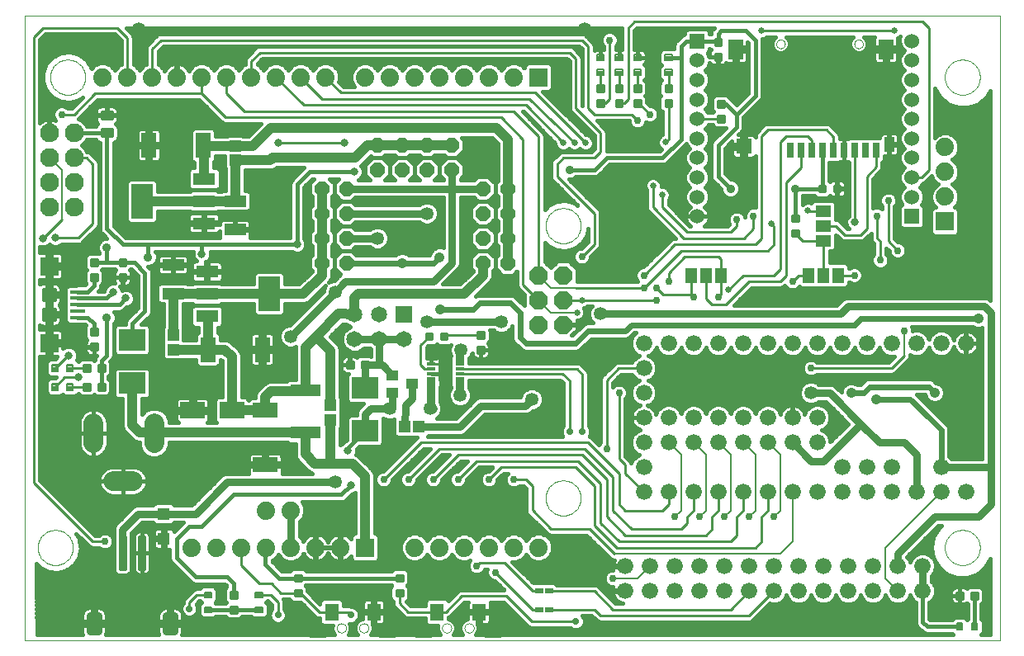
<source format=gtl>
G75*
%MOIN*%
%OFA0B0*%
%FSLAX24Y24*%
%IPPOS*%
%LPD*%
%AMOC8*
5,1,8,0,0,1.08239X$1,22.5*
%
%ADD10C,0.0000*%
%ADD11R,0.0335X0.1145*%
%ADD12R,0.0320X0.0750*%
%ADD13R,0.0320X0.0890*%
%ADD14C,0.0740*%
%ADD15R,0.0740X0.0740*%
%ADD16OC8,0.0740*%
%ADD17R,0.0450X0.0450*%
%ADD18C,0.0088*%
%ADD19R,0.0460X0.0630*%
%ADD20C,0.0660*%
%ADD21OC8,0.0600*%
%ADD22C,0.0760*%
%ADD23R,0.0984X0.0669*%
%ADD24R,0.1200X0.0500*%
%ADD25C,0.0800*%
%ADD26R,0.1000X0.0600*%
%ADD27R,0.0900X0.0500*%
%ADD28R,0.0850X0.1400*%
%ADD29R,0.0600X0.1000*%
%ADD30R,0.0900X0.0450*%
%ADD31R,0.0600X0.0600*%
%ADD32C,0.0600*%
%ADD33R,0.0300X0.0600*%
%ADD34R,0.0400X0.0600*%
%ADD35R,0.0600X0.0800*%
%ADD36C,0.0075*%
%ADD37R,0.0630X0.0460*%
%ADD38C,0.0100*%
%ADD39C,0.0157*%
%ADD40C,0.0315*%
%ADD41C,0.0275*%
%ADD42R,0.0336X0.0118*%
%ADD43R,0.1080X0.0850*%
%ADD44R,0.0450X0.0400*%
%ADD45R,0.0550X0.0700*%
%ADD46R,0.0700X0.0400*%
%ADD47R,0.0500X0.0500*%
%ADD48R,0.0320X0.0240*%
%ADD49R,0.0598X0.0150*%
%ADD50C,0.0180*%
%ADD51R,0.0748X0.0748*%
%ADD52R,0.0650X0.0650*%
%ADD53C,0.0650*%
%ADD54C,0.0531*%
%ADD55C,0.0356*%
%ADD56C,0.0160*%
%ADD57C,0.0120*%
%ADD58C,0.0317*%
%ADD59C,0.0277*%
%ADD60C,0.0297*%
%ADD61C,0.0250*%
%ADD62C,0.0060*%
%ADD63C,0.0080*%
%ADD64C,0.0300*%
%ADD65C,0.0240*%
%ADD66C,0.0413*%
%ADD67C,0.0400*%
%ADD68C,0.0140*%
D10*
X005510Y005143D02*
X005510Y030393D01*
X005510Y030389D02*
X044880Y030389D01*
X044880Y005143D01*
X005510Y005143D01*
X006051Y008893D02*
X006053Y008946D01*
X006059Y008999D01*
X006069Y009051D01*
X006082Y009102D01*
X006100Y009152D01*
X006121Y009201D01*
X006146Y009248D01*
X006174Y009292D01*
X006206Y009335D01*
X006240Y009375D01*
X006278Y009413D01*
X006318Y009447D01*
X006361Y009479D01*
X006406Y009507D01*
X006452Y009532D01*
X006501Y009553D01*
X006551Y009571D01*
X006602Y009584D01*
X006654Y009594D01*
X006707Y009600D01*
X006760Y009602D01*
X006813Y009600D01*
X006866Y009594D01*
X006918Y009584D01*
X006969Y009571D01*
X007019Y009553D01*
X007068Y009532D01*
X007115Y009507D01*
X007159Y009479D01*
X007202Y009447D01*
X007242Y009413D01*
X007280Y009375D01*
X007314Y009335D01*
X007346Y009292D01*
X007374Y009247D01*
X007399Y009201D01*
X007420Y009152D01*
X007438Y009102D01*
X007451Y009051D01*
X007461Y008999D01*
X007467Y008946D01*
X007469Y008893D01*
X007467Y008840D01*
X007461Y008787D01*
X007451Y008735D01*
X007438Y008684D01*
X007420Y008634D01*
X007399Y008585D01*
X007374Y008538D01*
X007346Y008494D01*
X007314Y008451D01*
X007280Y008411D01*
X007242Y008373D01*
X007202Y008339D01*
X007159Y008307D01*
X007114Y008279D01*
X007068Y008254D01*
X007019Y008233D01*
X006969Y008215D01*
X006918Y008202D01*
X006866Y008192D01*
X006813Y008186D01*
X006760Y008184D01*
X006707Y008186D01*
X006654Y008192D01*
X006602Y008202D01*
X006551Y008215D01*
X006501Y008233D01*
X006452Y008254D01*
X006405Y008279D01*
X006361Y008307D01*
X006318Y008339D01*
X006278Y008373D01*
X006240Y008411D01*
X006206Y008451D01*
X006174Y008494D01*
X006146Y008539D01*
X006121Y008585D01*
X006100Y008634D01*
X006082Y008684D01*
X006069Y008735D01*
X006059Y008787D01*
X006053Y008840D01*
X006051Y008893D01*
X018120Y005643D02*
X018122Y005670D01*
X018128Y005696D01*
X018137Y005721D01*
X018150Y005744D01*
X018166Y005765D01*
X018185Y005784D01*
X018206Y005800D01*
X018229Y005813D01*
X018254Y005822D01*
X018280Y005828D01*
X018307Y005830D01*
X018334Y005828D01*
X018360Y005822D01*
X018385Y005813D01*
X018408Y005800D01*
X018429Y005784D01*
X018448Y005765D01*
X018464Y005744D01*
X018477Y005721D01*
X018486Y005696D01*
X018492Y005670D01*
X018494Y005643D01*
X018492Y005616D01*
X018486Y005590D01*
X018477Y005565D01*
X018464Y005542D01*
X018448Y005521D01*
X018429Y005502D01*
X018408Y005486D01*
X018385Y005473D01*
X018360Y005464D01*
X018334Y005458D01*
X018307Y005456D01*
X018280Y005458D01*
X018254Y005464D01*
X018229Y005473D01*
X018206Y005486D01*
X018185Y005502D01*
X018166Y005521D01*
X018150Y005542D01*
X018137Y005565D01*
X018128Y005590D01*
X018122Y005616D01*
X018120Y005643D01*
X019025Y005643D02*
X019027Y005670D01*
X019033Y005696D01*
X019042Y005721D01*
X019055Y005744D01*
X019071Y005765D01*
X019090Y005784D01*
X019111Y005800D01*
X019134Y005813D01*
X019159Y005822D01*
X019185Y005828D01*
X019212Y005830D01*
X019239Y005828D01*
X019265Y005822D01*
X019290Y005813D01*
X019313Y005800D01*
X019334Y005784D01*
X019353Y005765D01*
X019369Y005744D01*
X019382Y005721D01*
X019391Y005696D01*
X019397Y005670D01*
X019399Y005643D01*
X019397Y005616D01*
X019391Y005590D01*
X019382Y005565D01*
X019369Y005542D01*
X019353Y005521D01*
X019334Y005502D01*
X019313Y005486D01*
X019290Y005473D01*
X019265Y005464D01*
X019239Y005458D01*
X019212Y005456D01*
X019185Y005458D01*
X019159Y005464D01*
X019134Y005473D01*
X019111Y005486D01*
X019090Y005502D01*
X019071Y005521D01*
X019055Y005542D01*
X019042Y005565D01*
X019033Y005590D01*
X019027Y005616D01*
X019025Y005643D01*
X022370Y005643D02*
X022372Y005670D01*
X022378Y005696D01*
X022387Y005721D01*
X022400Y005744D01*
X022416Y005765D01*
X022435Y005784D01*
X022456Y005800D01*
X022479Y005813D01*
X022504Y005822D01*
X022530Y005828D01*
X022557Y005830D01*
X022584Y005828D01*
X022610Y005822D01*
X022635Y005813D01*
X022658Y005800D01*
X022679Y005784D01*
X022698Y005765D01*
X022714Y005744D01*
X022727Y005721D01*
X022736Y005696D01*
X022742Y005670D01*
X022744Y005643D01*
X022742Y005616D01*
X022736Y005590D01*
X022727Y005565D01*
X022714Y005542D01*
X022698Y005521D01*
X022679Y005502D01*
X022658Y005486D01*
X022635Y005473D01*
X022610Y005464D01*
X022584Y005458D01*
X022557Y005456D01*
X022530Y005458D01*
X022504Y005464D01*
X022479Y005473D01*
X022456Y005486D01*
X022435Y005502D01*
X022416Y005521D01*
X022400Y005542D01*
X022387Y005565D01*
X022378Y005590D01*
X022372Y005616D01*
X022370Y005643D01*
X023275Y005643D02*
X023277Y005670D01*
X023283Y005696D01*
X023292Y005721D01*
X023305Y005744D01*
X023321Y005765D01*
X023340Y005784D01*
X023361Y005800D01*
X023384Y005813D01*
X023409Y005822D01*
X023435Y005828D01*
X023462Y005830D01*
X023489Y005828D01*
X023515Y005822D01*
X023540Y005813D01*
X023563Y005800D01*
X023584Y005784D01*
X023603Y005765D01*
X023619Y005744D01*
X023632Y005721D01*
X023641Y005696D01*
X023647Y005670D01*
X023649Y005643D01*
X023647Y005616D01*
X023641Y005590D01*
X023632Y005565D01*
X023619Y005542D01*
X023603Y005521D01*
X023584Y005502D01*
X023563Y005486D01*
X023540Y005473D01*
X023515Y005464D01*
X023489Y005458D01*
X023462Y005456D01*
X023435Y005458D01*
X023409Y005464D01*
X023384Y005473D01*
X023361Y005486D01*
X023340Y005502D01*
X023321Y005521D01*
X023305Y005542D01*
X023292Y005565D01*
X023283Y005590D01*
X023277Y005616D01*
X023275Y005643D01*
X026551Y010893D02*
X026553Y010946D01*
X026559Y010999D01*
X026569Y011051D01*
X026582Y011102D01*
X026600Y011152D01*
X026621Y011201D01*
X026646Y011248D01*
X026674Y011292D01*
X026706Y011335D01*
X026740Y011375D01*
X026778Y011413D01*
X026818Y011447D01*
X026861Y011479D01*
X026906Y011507D01*
X026952Y011532D01*
X027001Y011553D01*
X027051Y011571D01*
X027102Y011584D01*
X027154Y011594D01*
X027207Y011600D01*
X027260Y011602D01*
X027313Y011600D01*
X027366Y011594D01*
X027418Y011584D01*
X027469Y011571D01*
X027519Y011553D01*
X027568Y011532D01*
X027615Y011507D01*
X027659Y011479D01*
X027702Y011447D01*
X027742Y011413D01*
X027780Y011375D01*
X027814Y011335D01*
X027846Y011292D01*
X027874Y011247D01*
X027899Y011201D01*
X027920Y011152D01*
X027938Y011102D01*
X027951Y011051D01*
X027961Y010999D01*
X027967Y010946D01*
X027969Y010893D01*
X027967Y010840D01*
X027961Y010787D01*
X027951Y010735D01*
X027938Y010684D01*
X027920Y010634D01*
X027899Y010585D01*
X027874Y010538D01*
X027846Y010494D01*
X027814Y010451D01*
X027780Y010411D01*
X027742Y010373D01*
X027702Y010339D01*
X027659Y010307D01*
X027614Y010279D01*
X027568Y010254D01*
X027519Y010233D01*
X027469Y010215D01*
X027418Y010202D01*
X027366Y010192D01*
X027313Y010186D01*
X027260Y010184D01*
X027207Y010186D01*
X027154Y010192D01*
X027102Y010202D01*
X027051Y010215D01*
X027001Y010233D01*
X026952Y010254D01*
X026905Y010279D01*
X026861Y010307D01*
X026818Y010339D01*
X026778Y010373D01*
X026740Y010411D01*
X026706Y010451D01*
X026674Y010494D01*
X026646Y010539D01*
X026621Y010585D01*
X026600Y010634D01*
X026582Y010684D01*
X026569Y010735D01*
X026559Y010787D01*
X026553Y010840D01*
X026551Y010893D01*
X026551Y021893D02*
X026553Y021946D01*
X026559Y021999D01*
X026569Y022051D01*
X026582Y022102D01*
X026600Y022152D01*
X026621Y022201D01*
X026646Y022248D01*
X026674Y022292D01*
X026706Y022335D01*
X026740Y022375D01*
X026778Y022413D01*
X026818Y022447D01*
X026861Y022479D01*
X026906Y022507D01*
X026952Y022532D01*
X027001Y022553D01*
X027051Y022571D01*
X027102Y022584D01*
X027154Y022594D01*
X027207Y022600D01*
X027260Y022602D01*
X027313Y022600D01*
X027366Y022594D01*
X027418Y022584D01*
X027469Y022571D01*
X027519Y022553D01*
X027568Y022532D01*
X027615Y022507D01*
X027659Y022479D01*
X027702Y022447D01*
X027742Y022413D01*
X027780Y022375D01*
X027814Y022335D01*
X027846Y022292D01*
X027874Y022247D01*
X027899Y022201D01*
X027920Y022152D01*
X027938Y022102D01*
X027951Y022051D01*
X027961Y021999D01*
X027967Y021946D01*
X027969Y021893D01*
X027967Y021840D01*
X027961Y021787D01*
X027951Y021735D01*
X027938Y021684D01*
X027920Y021634D01*
X027899Y021585D01*
X027874Y021538D01*
X027846Y021494D01*
X027814Y021451D01*
X027780Y021411D01*
X027742Y021373D01*
X027702Y021339D01*
X027659Y021307D01*
X027614Y021279D01*
X027568Y021254D01*
X027519Y021233D01*
X027469Y021215D01*
X027418Y021202D01*
X027366Y021192D01*
X027313Y021186D01*
X027260Y021184D01*
X027207Y021186D01*
X027154Y021192D01*
X027102Y021202D01*
X027051Y021215D01*
X027001Y021233D01*
X026952Y021254D01*
X026905Y021279D01*
X026861Y021307D01*
X026818Y021339D01*
X026778Y021373D01*
X026740Y021411D01*
X026706Y021451D01*
X026674Y021494D01*
X026646Y021539D01*
X026621Y021585D01*
X026600Y021634D01*
X026582Y021684D01*
X026569Y021735D01*
X026559Y021787D01*
X026553Y021840D01*
X026551Y021893D01*
X035859Y029235D02*
X035861Y029261D01*
X035867Y029287D01*
X035876Y029311D01*
X035889Y029334D01*
X035906Y029354D01*
X035925Y029372D01*
X035947Y029387D01*
X035970Y029398D01*
X035995Y029406D01*
X036021Y029410D01*
X036047Y029410D01*
X036073Y029406D01*
X036098Y029398D01*
X036122Y029387D01*
X036143Y029372D01*
X036162Y029354D01*
X036179Y029334D01*
X036192Y029311D01*
X036201Y029287D01*
X036207Y029261D01*
X036209Y029235D01*
X036207Y029209D01*
X036201Y029183D01*
X036192Y029159D01*
X036179Y029136D01*
X036162Y029116D01*
X036143Y029098D01*
X036121Y029083D01*
X036098Y029072D01*
X036073Y029064D01*
X036047Y029060D01*
X036021Y029060D01*
X035995Y029064D01*
X035970Y029072D01*
X035946Y029083D01*
X035925Y029098D01*
X035906Y029116D01*
X035889Y029136D01*
X035876Y029159D01*
X035867Y029183D01*
X035861Y029209D01*
X035859Y029235D01*
X039008Y029235D02*
X039010Y029261D01*
X039016Y029287D01*
X039025Y029311D01*
X039038Y029334D01*
X039055Y029354D01*
X039074Y029372D01*
X039096Y029387D01*
X039119Y029398D01*
X039144Y029406D01*
X039170Y029410D01*
X039196Y029410D01*
X039222Y029406D01*
X039247Y029398D01*
X039271Y029387D01*
X039292Y029372D01*
X039311Y029354D01*
X039328Y029334D01*
X039341Y029311D01*
X039350Y029287D01*
X039356Y029261D01*
X039358Y029235D01*
X039356Y029209D01*
X039350Y029183D01*
X039341Y029159D01*
X039328Y029136D01*
X039311Y029116D01*
X039292Y029098D01*
X039270Y029083D01*
X039247Y029072D01*
X039222Y029064D01*
X039196Y029060D01*
X039170Y029060D01*
X039144Y029064D01*
X039119Y029072D01*
X039095Y029083D01*
X039074Y029098D01*
X039055Y029116D01*
X039038Y029136D01*
X039025Y029159D01*
X039016Y029183D01*
X039010Y029209D01*
X039008Y029235D01*
X042665Y027893D02*
X042667Y027946D01*
X042673Y027999D01*
X042683Y028051D01*
X042696Y028102D01*
X042714Y028152D01*
X042735Y028201D01*
X042760Y028248D01*
X042788Y028292D01*
X042820Y028335D01*
X042854Y028375D01*
X042892Y028413D01*
X042932Y028447D01*
X042975Y028479D01*
X043020Y028507D01*
X043066Y028532D01*
X043115Y028553D01*
X043165Y028571D01*
X043216Y028584D01*
X043268Y028594D01*
X043321Y028600D01*
X043374Y028602D01*
X043427Y028600D01*
X043480Y028594D01*
X043532Y028584D01*
X043583Y028571D01*
X043633Y028553D01*
X043682Y028532D01*
X043729Y028507D01*
X043773Y028479D01*
X043816Y028447D01*
X043856Y028413D01*
X043894Y028375D01*
X043928Y028335D01*
X043960Y028292D01*
X043988Y028247D01*
X044013Y028201D01*
X044034Y028152D01*
X044052Y028102D01*
X044065Y028051D01*
X044075Y027999D01*
X044081Y027946D01*
X044083Y027893D01*
X044081Y027840D01*
X044075Y027787D01*
X044065Y027735D01*
X044052Y027684D01*
X044034Y027634D01*
X044013Y027585D01*
X043988Y027538D01*
X043960Y027494D01*
X043928Y027451D01*
X043894Y027411D01*
X043856Y027373D01*
X043816Y027339D01*
X043773Y027307D01*
X043728Y027279D01*
X043682Y027254D01*
X043633Y027233D01*
X043583Y027215D01*
X043532Y027202D01*
X043480Y027192D01*
X043427Y027186D01*
X043374Y027184D01*
X043321Y027186D01*
X043268Y027192D01*
X043216Y027202D01*
X043165Y027215D01*
X043115Y027233D01*
X043066Y027254D01*
X043019Y027279D01*
X042975Y027307D01*
X042932Y027339D01*
X042892Y027373D01*
X042854Y027411D01*
X042820Y027451D01*
X042788Y027494D01*
X042760Y027539D01*
X042735Y027585D01*
X042714Y027634D01*
X042696Y027684D01*
X042683Y027735D01*
X042673Y027787D01*
X042667Y027840D01*
X042665Y027893D01*
X042665Y008893D02*
X042667Y008946D01*
X042673Y008999D01*
X042683Y009051D01*
X042696Y009102D01*
X042714Y009152D01*
X042735Y009201D01*
X042760Y009248D01*
X042788Y009292D01*
X042820Y009335D01*
X042854Y009375D01*
X042892Y009413D01*
X042932Y009447D01*
X042975Y009479D01*
X043020Y009507D01*
X043066Y009532D01*
X043115Y009553D01*
X043165Y009571D01*
X043216Y009584D01*
X043268Y009594D01*
X043321Y009600D01*
X043374Y009602D01*
X043427Y009600D01*
X043480Y009594D01*
X043532Y009584D01*
X043583Y009571D01*
X043633Y009553D01*
X043682Y009532D01*
X043729Y009507D01*
X043773Y009479D01*
X043816Y009447D01*
X043856Y009413D01*
X043894Y009375D01*
X043928Y009335D01*
X043960Y009292D01*
X043988Y009247D01*
X044013Y009201D01*
X044034Y009152D01*
X044052Y009102D01*
X044065Y009051D01*
X044075Y008999D01*
X044081Y008946D01*
X044083Y008893D01*
X044081Y008840D01*
X044075Y008787D01*
X044065Y008735D01*
X044052Y008684D01*
X044034Y008634D01*
X044013Y008585D01*
X043988Y008538D01*
X043960Y008494D01*
X043928Y008451D01*
X043894Y008411D01*
X043856Y008373D01*
X043816Y008339D01*
X043773Y008307D01*
X043728Y008279D01*
X043682Y008254D01*
X043633Y008233D01*
X043583Y008215D01*
X043532Y008202D01*
X043480Y008192D01*
X043427Y008186D01*
X043374Y008184D01*
X043321Y008186D01*
X043268Y008192D01*
X043216Y008202D01*
X043165Y008215D01*
X043115Y008233D01*
X043066Y008254D01*
X043019Y008279D01*
X042975Y008307D01*
X042932Y008339D01*
X042892Y008373D01*
X042854Y008411D01*
X042820Y008451D01*
X042788Y008494D01*
X042760Y008539D01*
X042735Y008585D01*
X042714Y008634D01*
X042696Y008684D01*
X042683Y008735D01*
X042673Y008787D01*
X042667Y008840D01*
X042665Y008893D01*
X006551Y027893D02*
X006553Y027946D01*
X006559Y027999D01*
X006569Y028051D01*
X006582Y028102D01*
X006600Y028152D01*
X006621Y028201D01*
X006646Y028248D01*
X006674Y028292D01*
X006706Y028335D01*
X006740Y028375D01*
X006778Y028413D01*
X006818Y028447D01*
X006861Y028479D01*
X006906Y028507D01*
X006952Y028532D01*
X007001Y028553D01*
X007051Y028571D01*
X007102Y028584D01*
X007154Y028594D01*
X007207Y028600D01*
X007260Y028602D01*
X007313Y028600D01*
X007366Y028594D01*
X007418Y028584D01*
X007469Y028571D01*
X007519Y028553D01*
X007568Y028532D01*
X007615Y028507D01*
X007659Y028479D01*
X007702Y028447D01*
X007742Y028413D01*
X007780Y028375D01*
X007814Y028335D01*
X007846Y028292D01*
X007874Y028247D01*
X007899Y028201D01*
X007920Y028152D01*
X007938Y028102D01*
X007951Y028051D01*
X007961Y027999D01*
X007967Y027946D01*
X007969Y027893D01*
X007967Y027840D01*
X007961Y027787D01*
X007951Y027735D01*
X007938Y027684D01*
X007920Y027634D01*
X007899Y027585D01*
X007874Y027538D01*
X007846Y027494D01*
X007814Y027451D01*
X007780Y027411D01*
X007742Y027373D01*
X007702Y027339D01*
X007659Y027307D01*
X007614Y027279D01*
X007568Y027254D01*
X007519Y027233D01*
X007469Y027215D01*
X007418Y027202D01*
X007366Y027192D01*
X007313Y027186D01*
X007260Y027184D01*
X007207Y027186D01*
X007154Y027192D01*
X007102Y027202D01*
X007051Y027215D01*
X007001Y027233D01*
X006952Y027254D01*
X006905Y027279D01*
X006861Y027307D01*
X006818Y027339D01*
X006778Y027373D01*
X006740Y027411D01*
X006706Y027451D01*
X006674Y027494D01*
X006646Y027539D01*
X006621Y027585D01*
X006600Y027634D01*
X006582Y027684D01*
X006569Y027735D01*
X006559Y027787D01*
X006553Y027840D01*
X006551Y027893D01*
D11*
X021927Y015187D03*
D12*
X023090Y016634D03*
D13*
X023090Y015314D03*
D14*
X016260Y010393D03*
X015260Y010393D03*
X015260Y008893D03*
X014260Y008893D03*
X013260Y008893D03*
X012260Y008893D03*
X016260Y008893D03*
X017260Y008893D03*
X018260Y008893D03*
X021260Y008893D03*
X022260Y008893D03*
X023260Y008893D03*
X024260Y008893D03*
X025260Y008893D03*
X026260Y008893D03*
X042670Y023063D03*
X042670Y024063D03*
X042670Y025063D03*
X025260Y027893D03*
X024260Y027893D03*
X023260Y027893D03*
X022260Y027893D03*
X021260Y027893D03*
X020260Y027893D03*
X019260Y027893D03*
X017660Y027893D03*
X016660Y027893D03*
X015660Y027893D03*
X014660Y027893D03*
X013660Y027893D03*
X012660Y027893D03*
X011660Y027893D03*
X010660Y027893D03*
X009660Y027893D03*
X008660Y027893D03*
D15*
X026260Y027893D03*
X042670Y022063D03*
X019260Y008893D03*
D16*
X026260Y017893D03*
X027260Y017893D03*
X027260Y018893D03*
X026260Y018893D03*
X026260Y019893D03*
X027260Y019893D03*
D17*
X021430Y013762D03*
X020851Y013762D03*
X017867Y014057D03*
X017867Y014636D03*
X011510Y016887D03*
X011510Y017466D03*
X014010Y024531D03*
X014010Y025110D03*
D18*
X009345Y020545D02*
X009345Y020283D01*
X009345Y020545D02*
X009607Y020545D01*
X009607Y020283D01*
X009345Y020283D01*
X009345Y020370D02*
X009607Y020370D01*
X009607Y020457D02*
X009345Y020457D01*
X009345Y020544D02*
X009607Y020544D01*
X009345Y019945D02*
X009345Y019683D01*
X009345Y019945D02*
X009607Y019945D01*
X009607Y019683D01*
X009345Y019683D01*
X009345Y019770D02*
X009607Y019770D01*
X009607Y019857D02*
X009345Y019857D01*
X009345Y019944D02*
X009607Y019944D01*
X008455Y019945D02*
X008455Y019683D01*
X008193Y019683D01*
X008193Y019945D01*
X008455Y019945D01*
X008455Y019770D02*
X008193Y019770D01*
X008193Y019857D02*
X008455Y019857D01*
X008455Y019944D02*
X008193Y019944D01*
X008455Y020283D02*
X008455Y020545D01*
X008455Y020283D02*
X008193Y020283D01*
X008193Y020545D01*
X008455Y020545D01*
X008455Y020370D02*
X008193Y020370D01*
X008193Y020457D02*
X008455Y020457D01*
X008455Y020544D02*
X008193Y020544D01*
X008455Y017730D02*
X008455Y017468D01*
X008193Y017468D01*
X008193Y017730D01*
X008455Y017730D01*
X008455Y017555D02*
X008193Y017555D01*
X008193Y017642D02*
X008455Y017642D01*
X008455Y017729D02*
X008193Y017729D01*
X008455Y017130D02*
X008455Y016868D01*
X008193Y016868D01*
X008193Y017130D01*
X008455Y017130D01*
X008455Y016955D02*
X008193Y016955D01*
X008193Y017042D02*
X008455Y017042D01*
X008455Y017129D02*
X008193Y017129D01*
X008155Y016016D02*
X007893Y016016D01*
X007893Y016278D01*
X008155Y016278D01*
X008155Y016016D01*
X008155Y016103D02*
X007893Y016103D01*
X007893Y016190D02*
X008155Y016190D01*
X008155Y016277D02*
X007893Y016277D01*
X008493Y016016D02*
X008755Y016016D01*
X008493Y016016D02*
X008493Y016278D01*
X008755Y016278D01*
X008755Y016016D01*
X008755Y016103D02*
X008493Y016103D01*
X008493Y016190D02*
X008755Y016190D01*
X008755Y016277D02*
X008493Y016277D01*
X008493Y015249D02*
X008755Y015249D01*
X008493Y015249D02*
X008493Y015511D01*
X008755Y015511D01*
X008755Y015249D01*
X008755Y015336D02*
X008493Y015336D01*
X008493Y015423D02*
X008755Y015423D01*
X008755Y015510D02*
X008493Y015510D01*
X008155Y015249D02*
X007893Y015249D01*
X007893Y015511D01*
X008155Y015511D01*
X008155Y015249D01*
X008155Y015336D02*
X007893Y015336D01*
X007893Y015423D02*
X008155Y015423D01*
X008155Y015510D02*
X007893Y015510D01*
X018514Y016144D02*
X018776Y016144D01*
X018514Y016144D02*
X018514Y016406D01*
X018776Y016406D01*
X018776Y016144D01*
X018776Y016231D02*
X018514Y016231D01*
X018514Y016318D02*
X018776Y016318D01*
X018776Y016405D02*
X018514Y016405D01*
X019114Y016144D02*
X019376Y016144D01*
X019114Y016144D02*
X019114Y016406D01*
X019376Y016406D01*
X019376Y016144D01*
X019376Y016231D02*
X019114Y016231D01*
X019114Y016318D02*
X019376Y016318D01*
X019376Y016405D02*
X019114Y016405D01*
X021712Y017558D02*
X021974Y017558D01*
X021974Y017296D01*
X021712Y017296D01*
X021712Y017558D01*
X021712Y017383D02*
X021974Y017383D01*
X021974Y017470D02*
X021712Y017470D01*
X021712Y017557D02*
X021974Y017557D01*
X022312Y017558D02*
X022574Y017558D01*
X022574Y017296D01*
X022312Y017296D01*
X022312Y017558D01*
X022312Y017383D02*
X022574Y017383D01*
X022574Y017470D02*
X022312Y017470D01*
X022312Y017557D02*
X022574Y017557D01*
X024066Y017602D02*
X024066Y017340D01*
X023804Y017340D01*
X023804Y017602D01*
X024066Y017602D01*
X024066Y017427D02*
X023804Y017427D01*
X023804Y017514D02*
X024066Y017514D01*
X024066Y017601D02*
X023804Y017601D01*
X024066Y017002D02*
X024066Y016740D01*
X023804Y016740D01*
X023804Y017002D01*
X024066Y017002D01*
X024066Y016827D02*
X023804Y016827D01*
X023804Y016914D02*
X024066Y016914D01*
X024066Y017001D02*
X023804Y017001D01*
X020779Y007792D02*
X020779Y007530D01*
X020517Y007530D01*
X020517Y007792D01*
X020779Y007792D01*
X020779Y007617D02*
X020517Y007617D01*
X020517Y007704D02*
X020779Y007704D01*
X020779Y007791D02*
X020517Y007791D01*
X020779Y007192D02*
X020779Y006930D01*
X020517Y006930D01*
X020517Y007192D01*
X020779Y007192D01*
X020779Y007017D02*
X020517Y007017D01*
X020517Y007104D02*
X020779Y007104D01*
X020779Y007191D02*
X020517Y007191D01*
X016685Y007192D02*
X016685Y006930D01*
X016423Y006930D01*
X016423Y007192D01*
X016685Y007192D01*
X016685Y007017D02*
X016423Y007017D01*
X016423Y007104D02*
X016685Y007104D01*
X016685Y007191D02*
X016423Y007191D01*
X016685Y007530D02*
X016685Y007792D01*
X016685Y007530D02*
X016423Y007530D01*
X016423Y007792D01*
X016685Y007792D01*
X016685Y007617D02*
X016423Y007617D01*
X016423Y007704D02*
X016685Y007704D01*
X016685Y007791D02*
X016423Y007791D01*
X013823Y007110D02*
X013823Y006848D01*
X013823Y007110D02*
X014085Y007110D01*
X014085Y006848D01*
X013823Y006848D01*
X013823Y006935D02*
X014085Y006935D01*
X014085Y007022D02*
X013823Y007022D01*
X013823Y007109D02*
X014085Y007109D01*
X013823Y006510D02*
X013823Y006248D01*
X013823Y006510D02*
X014085Y006510D01*
X014085Y006248D01*
X013823Y006248D01*
X013823Y006335D02*
X014085Y006335D01*
X014085Y006422D02*
X013823Y006422D01*
X013823Y006509D02*
X014085Y006509D01*
X036504Y021462D02*
X036504Y021724D01*
X036766Y021724D01*
X036766Y021462D01*
X036504Y021462D01*
X036504Y021549D02*
X036766Y021549D01*
X036766Y021636D02*
X036504Y021636D01*
X036504Y021723D02*
X036766Y021723D01*
X036504Y022062D02*
X036504Y022324D01*
X036766Y022324D01*
X036766Y022062D01*
X036504Y022062D01*
X036504Y022149D02*
X036766Y022149D01*
X036766Y022236D02*
X036504Y022236D01*
X036504Y022323D02*
X036766Y022323D01*
X037579Y023524D02*
X037841Y023524D01*
X037841Y023262D01*
X037579Y023262D01*
X037579Y023524D01*
X037579Y023349D02*
X037841Y023349D01*
X037841Y023436D02*
X037579Y023436D01*
X037579Y023523D02*
X037841Y023523D01*
X038179Y023524D02*
X038441Y023524D01*
X038441Y023262D01*
X038179Y023262D01*
X038179Y023524D01*
X038179Y023349D02*
X038441Y023349D01*
X038441Y023436D02*
X038179Y023436D01*
X038179Y023523D02*
X038441Y023523D01*
X033766Y026087D02*
X033766Y026349D01*
X033766Y026087D02*
X033504Y026087D01*
X033504Y026349D01*
X033766Y026349D01*
X033766Y026174D02*
X033504Y026174D01*
X033504Y026261D02*
X033766Y026261D01*
X033766Y026348D02*
X033504Y026348D01*
X033766Y026687D02*
X033766Y026949D01*
X033766Y026687D02*
X033504Y026687D01*
X033504Y026949D01*
X033766Y026949D01*
X033766Y026774D02*
X033504Y026774D01*
X033504Y026861D02*
X033766Y026861D01*
X033766Y026948D02*
X033504Y026948D01*
X031641Y026974D02*
X031641Y026712D01*
X031379Y026712D01*
X031379Y026974D01*
X031641Y026974D01*
X031641Y026799D02*
X031379Y026799D01*
X031379Y026886D02*
X031641Y026886D01*
X031641Y026973D02*
X031379Y026973D01*
X031641Y027312D02*
X031641Y027574D01*
X031641Y027312D02*
X031379Y027312D01*
X031379Y027574D01*
X031641Y027574D01*
X031641Y027399D02*
X031379Y027399D01*
X031379Y027486D02*
X031641Y027486D01*
X031641Y027573D02*
X031379Y027573D01*
X030129Y027574D02*
X030129Y027312D01*
X030129Y027574D02*
X030391Y027574D01*
X030391Y027312D01*
X030129Y027312D01*
X030129Y027399D02*
X030391Y027399D01*
X030391Y027486D02*
X030129Y027486D01*
X030129Y027573D02*
X030391Y027573D01*
X030129Y026974D02*
X030129Y026712D01*
X030129Y026974D02*
X030391Y026974D01*
X030391Y026712D01*
X030129Y026712D01*
X030129Y026799D02*
X030391Y026799D01*
X030391Y026886D02*
X030129Y026886D01*
X030129Y026973D02*
X030391Y026973D01*
X029379Y026974D02*
X029379Y026712D01*
X029379Y026974D02*
X029641Y026974D01*
X029641Y026712D01*
X029379Y026712D01*
X029379Y026799D02*
X029641Y026799D01*
X029641Y026886D02*
X029379Y026886D01*
X029379Y026973D02*
X029641Y026973D01*
X029379Y027312D02*
X029379Y027574D01*
X029641Y027574D01*
X029641Y027312D01*
X029379Y027312D01*
X029379Y027399D02*
X029641Y027399D01*
X029641Y027486D02*
X029379Y027486D01*
X029379Y027573D02*
X029641Y027573D01*
X028629Y027574D02*
X028629Y027312D01*
X028629Y027574D02*
X028891Y027574D01*
X028891Y027312D01*
X028629Y027312D01*
X028629Y027399D02*
X028891Y027399D01*
X028891Y027486D02*
X028629Y027486D01*
X028629Y027573D02*
X028891Y027573D01*
X028629Y026974D02*
X028629Y026712D01*
X028629Y026974D02*
X028891Y026974D01*
X028891Y026712D01*
X028629Y026712D01*
X028629Y026799D02*
X028891Y026799D01*
X028891Y026886D02*
X028629Y026886D01*
X028629Y026973D02*
X028891Y026973D01*
X033641Y028587D02*
X033641Y028849D01*
X033641Y028587D02*
X033379Y028587D01*
X033379Y028849D01*
X033641Y028849D01*
X033641Y028674D02*
X033379Y028674D01*
X033379Y028761D02*
X033641Y028761D01*
X033641Y028848D02*
X033379Y028848D01*
X033641Y029187D02*
X033641Y029449D01*
X033641Y029187D02*
X033379Y029187D01*
X033379Y029449D01*
X033641Y029449D01*
X033641Y029274D02*
X033379Y029274D01*
X033379Y029361D02*
X033641Y029361D01*
X033641Y029448D02*
X033379Y029448D01*
X043130Y006821D02*
X043392Y006821D01*
X043130Y006821D02*
X043130Y007083D01*
X043392Y007083D01*
X043392Y006821D01*
X043392Y006908D02*
X043130Y006908D01*
X043130Y006995D02*
X043392Y006995D01*
X043392Y007082D02*
X043130Y007082D01*
X043730Y006821D02*
X043992Y006821D01*
X043730Y006821D02*
X043730Y007083D01*
X043992Y007083D01*
X043992Y006821D01*
X043992Y006908D02*
X043730Y006908D01*
X043730Y006995D02*
X043992Y006995D01*
X043992Y007082D02*
X043730Y007082D01*
D19*
X038360Y019893D03*
X037760Y019893D03*
X037160Y019893D03*
X033610Y019893D03*
X033010Y019893D03*
X032410Y019893D03*
D20*
X032510Y017143D03*
X033510Y017143D03*
X034510Y017143D03*
X035510Y017143D03*
X036510Y017143D03*
X037510Y017143D03*
X038510Y017143D03*
X039510Y017143D03*
X040510Y017143D03*
X041510Y017143D03*
X042510Y017143D03*
X043510Y017143D03*
X037510Y014143D03*
X036510Y014143D03*
X036510Y013143D03*
X037510Y013143D03*
X038510Y012143D03*
X039510Y012143D03*
X040510Y012143D03*
X040510Y011143D03*
X041510Y011143D03*
X042510Y011143D03*
X043510Y011143D03*
X042510Y012143D03*
X039510Y011143D03*
X038510Y011143D03*
X037510Y011143D03*
X036510Y011143D03*
X035510Y011143D03*
X034510Y011143D03*
X033510Y011143D03*
X032510Y011143D03*
X031510Y011143D03*
X030510Y011143D03*
X030510Y012143D03*
X030510Y013143D03*
X031510Y013143D03*
X032510Y013143D03*
X033510Y013143D03*
X034510Y013143D03*
X035510Y013143D03*
X035510Y014143D03*
X034510Y014143D03*
X033510Y014143D03*
X032510Y014143D03*
X031510Y014143D03*
X030510Y014143D03*
X030510Y015143D03*
X030510Y016143D03*
X030510Y017143D03*
X031510Y017143D03*
X031760Y008143D03*
X032760Y008143D03*
X033760Y008143D03*
X034760Y008143D03*
X035760Y008143D03*
X036760Y008143D03*
X037760Y008143D03*
X038760Y008143D03*
X039760Y008143D03*
X040760Y008143D03*
X041760Y008143D03*
X041760Y007143D03*
X040760Y007143D03*
X039760Y007143D03*
X038760Y007143D03*
X037760Y007143D03*
X036760Y007143D03*
X035760Y007143D03*
X034760Y007143D03*
X033760Y007143D03*
X032760Y007143D03*
X031760Y007143D03*
X030760Y007143D03*
X029760Y007143D03*
X029760Y008143D03*
X030760Y008143D03*
D21*
X025010Y020393D03*
X024010Y020393D03*
X024010Y021393D03*
X025010Y021393D03*
X025010Y022393D03*
X024010Y022393D03*
X024010Y023393D03*
X025010Y023393D03*
X022760Y024143D03*
X021760Y024143D03*
X020760Y024143D03*
X020760Y025143D03*
X021760Y025143D03*
X022760Y025143D03*
X019760Y025143D03*
X019760Y024143D03*
X018510Y023393D03*
X018510Y022393D03*
X018510Y021393D03*
X018510Y020393D03*
X017510Y020393D03*
X017510Y021393D03*
X017510Y022393D03*
X017510Y023393D03*
D22*
X007510Y023643D03*
X006510Y023643D03*
X006510Y022643D03*
X007510Y022643D03*
X007510Y024643D03*
X006510Y024643D03*
X006510Y025643D03*
X007510Y025643D03*
D23*
X012301Y014435D03*
X013876Y014435D03*
D24*
X016843Y015243D03*
X016843Y013543D03*
D25*
X010748Y013923D02*
X010748Y013123D01*
X009898Y011573D02*
X009098Y011573D01*
X008298Y013123D02*
X008298Y013923D01*
D26*
X015234Y014432D03*
X015234Y012232D03*
D27*
X012885Y018243D03*
X012885Y019143D03*
X012885Y020043D03*
X012760Y021993D03*
X012760Y022893D03*
X012760Y023793D03*
D28*
X010260Y022893D03*
X015385Y019143D03*
D29*
X015110Y016893D03*
X012910Y016893D03*
X012735Y025143D03*
X010535Y025143D03*
D30*
X014010Y022890D03*
X014010Y021740D03*
X011510Y020304D03*
X011510Y019154D03*
D31*
X032675Y029356D03*
X034545Y025098D03*
X041336Y022269D03*
D32*
X041336Y023057D03*
X041336Y023844D03*
X041336Y024631D03*
X041336Y025419D03*
X041336Y026206D03*
X041336Y026994D03*
X041336Y027781D03*
X041336Y028569D03*
X041336Y029356D03*
X032675Y028569D03*
X032675Y027781D03*
X032675Y026994D03*
X032675Y026206D03*
X032675Y025419D03*
X032675Y024631D03*
X032675Y023844D03*
X032675Y023057D03*
X032675Y022269D03*
D33*
X036427Y024943D03*
X036860Y024943D03*
X037293Y024943D03*
X037726Y024943D03*
X038160Y024943D03*
X038593Y024943D03*
X039026Y024943D03*
X039459Y024943D03*
X039892Y024943D03*
D34*
X040422Y025180D03*
D35*
X040285Y029027D03*
X034223Y029027D03*
D36*
X031372Y028806D02*
X031372Y028580D01*
X031372Y028806D02*
X031648Y028806D01*
X031648Y028580D01*
X031372Y028580D01*
X031372Y028654D02*
X031648Y028654D01*
X031648Y028728D02*
X031372Y028728D01*
X031372Y028802D02*
X031648Y028802D01*
X031372Y028206D02*
X031372Y027980D01*
X031372Y028206D02*
X031648Y028206D01*
X031648Y027980D01*
X031372Y027980D01*
X031372Y028054D02*
X031648Y028054D01*
X031648Y028128D02*
X031372Y028128D01*
X031372Y028202D02*
X031648Y028202D01*
X030398Y028206D02*
X030398Y027980D01*
X030122Y027980D01*
X030122Y028206D01*
X030398Y028206D01*
X030398Y028054D02*
X030122Y028054D01*
X030122Y028128D02*
X030398Y028128D01*
X030398Y028202D02*
X030122Y028202D01*
X030398Y028580D02*
X030398Y028806D01*
X030398Y028580D02*
X030122Y028580D01*
X030122Y028806D01*
X030398Y028806D01*
X030398Y028654D02*
X030122Y028654D01*
X030122Y028728D02*
X030398Y028728D01*
X030398Y028802D02*
X030122Y028802D01*
X029648Y028806D02*
X029648Y028580D01*
X029372Y028580D01*
X029372Y028806D01*
X029648Y028806D01*
X029648Y028654D02*
X029372Y028654D01*
X029372Y028728D02*
X029648Y028728D01*
X029648Y028802D02*
X029372Y028802D01*
X028898Y028806D02*
X028898Y028580D01*
X028622Y028580D01*
X028622Y028806D01*
X028898Y028806D01*
X028898Y028654D02*
X028622Y028654D01*
X028622Y028728D02*
X028898Y028728D01*
X028898Y028802D02*
X028622Y028802D01*
X028898Y028206D02*
X028898Y027980D01*
X028622Y027980D01*
X028622Y028206D01*
X028898Y028206D01*
X028898Y028054D02*
X028622Y028054D01*
X028622Y028128D02*
X028898Y028128D01*
X028898Y028202D02*
X028622Y028202D01*
X029648Y028206D02*
X029648Y027980D01*
X029372Y027980D01*
X029372Y028206D01*
X029648Y028206D01*
X029648Y028054D02*
X029372Y028054D01*
X029372Y028128D02*
X029648Y028128D01*
X029648Y028202D02*
X029372Y028202D01*
X007458Y016285D02*
X007232Y016285D01*
X007458Y016285D02*
X007458Y016009D01*
X007232Y016009D01*
X007232Y016285D01*
X007232Y016083D02*
X007458Y016083D01*
X007458Y016157D02*
X007232Y016157D01*
X007232Y016231D02*
X007458Y016231D01*
X006858Y016285D02*
X006632Y016285D01*
X006858Y016285D02*
X006858Y016009D01*
X006632Y016009D01*
X006632Y016285D01*
X006632Y016083D02*
X006858Y016083D01*
X006858Y016157D02*
X006632Y016157D01*
X006632Y016231D02*
X006858Y016231D01*
X006858Y015518D02*
X006632Y015518D01*
X006858Y015518D02*
X006858Y015242D01*
X006632Y015242D01*
X006632Y015518D01*
X006632Y015316D02*
X006858Y015316D01*
X006858Y015390D02*
X006632Y015390D01*
X006632Y015464D02*
X006858Y015464D01*
X007232Y015518D02*
X007458Y015518D01*
X007458Y015242D01*
X007232Y015242D01*
X007232Y015518D01*
X007232Y015316D02*
X007458Y015316D01*
X007458Y015390D02*
X007232Y015390D01*
X007232Y015464D02*
X007458Y015464D01*
X013069Y007092D02*
X013069Y006866D01*
X012793Y006866D01*
X012793Y007092D01*
X013069Y007092D01*
X013069Y006940D02*
X012793Y006940D01*
X012793Y007014D02*
X013069Y007014D01*
X013069Y007088D02*
X012793Y007088D01*
X013069Y006492D02*
X013069Y006266D01*
X012793Y006266D01*
X012793Y006492D01*
X013069Y006492D01*
X013069Y006340D02*
X012793Y006340D01*
X012793Y006414D02*
X013069Y006414D01*
X013069Y006488D02*
X012793Y006488D01*
X015116Y006492D02*
X015116Y006266D01*
X014840Y006266D01*
X014840Y006492D01*
X015116Y006492D01*
X015116Y006340D02*
X014840Y006340D01*
X014840Y006414D02*
X015116Y006414D01*
X015116Y006488D02*
X014840Y006488D01*
X015116Y006866D02*
X015116Y007092D01*
X015116Y006866D02*
X014840Y006866D01*
X014840Y007092D01*
X015116Y007092D01*
X015116Y006940D02*
X014840Y006940D01*
X014840Y007014D02*
X015116Y007014D01*
X015116Y007088D02*
X014840Y007088D01*
X043148Y005564D02*
X043374Y005564D01*
X043148Y005564D02*
X043148Y005840D01*
X043374Y005840D01*
X043374Y005564D01*
X043374Y005638D02*
X043148Y005638D01*
X043148Y005712D02*
X043374Y005712D01*
X043374Y005786D02*
X043148Y005786D01*
X043748Y005564D02*
X043974Y005564D01*
X043748Y005564D02*
X043748Y005840D01*
X043974Y005840D01*
X043974Y005564D01*
X043974Y005638D02*
X043748Y005638D01*
X043748Y005712D02*
X043974Y005712D01*
X043974Y005786D02*
X043748Y005786D01*
D37*
X037760Y021293D03*
X037760Y021893D03*
X037760Y022493D03*
D38*
X037160Y022493D01*
X037135Y022518D01*
X037760Y021893D02*
X038260Y021893D01*
X038635Y021518D01*
X039260Y021518D01*
X039510Y021768D01*
X039510Y023893D01*
X039892Y024276D01*
X039892Y024943D01*
X039026Y024943D02*
X039033Y022801D01*
X039033Y022033D01*
X039929Y022289D02*
X039929Y021393D01*
X040057Y021265D01*
X040057Y020498D01*
X040760Y020893D02*
X040385Y021268D01*
X040385Y022911D01*
X041336Y023844D02*
X041710Y023844D01*
X042010Y024143D01*
X042010Y029893D01*
X041760Y030143D01*
X030135Y030143D01*
X029885Y029893D01*
X029885Y027018D01*
X029710Y026843D01*
X029510Y026843D01*
X029135Y027018D02*
X028960Y026843D01*
X028760Y026843D01*
X029135Y027018D02*
X029135Y029393D01*
X028260Y029143D02*
X028260Y026643D01*
X028510Y026393D01*
X030010Y026393D01*
X030260Y026143D01*
X030760Y026393D02*
X030310Y026843D01*
X030260Y026843D01*
X030260Y027443D02*
X030260Y028093D01*
X029510Y028093D02*
X029510Y027443D01*
X028760Y027443D02*
X028760Y028093D01*
X027760Y028643D02*
X027510Y028893D01*
X015010Y028893D01*
X014660Y028543D01*
X014660Y027893D01*
X015660Y027893D02*
X016785Y026768D01*
X025760Y026768D01*
X027260Y025243D01*
X027710Y025243D02*
X025885Y027018D01*
X017535Y027018D01*
X016660Y027893D01*
X017660Y027893D02*
X018285Y027268D01*
X026135Y027268D01*
X028160Y025243D01*
X028760Y024893D02*
X028760Y025643D01*
X027760Y026643D01*
X027760Y028643D01*
X028260Y029143D02*
X028010Y029393D01*
X011010Y029393D01*
X010660Y029043D01*
X010660Y027893D01*
X009660Y027893D02*
X009660Y029493D01*
X009260Y029893D01*
X006260Y029893D01*
X005885Y029518D01*
X005885Y011518D01*
X008260Y009143D01*
X008760Y009143D01*
X012163Y006679D02*
X012463Y006979D01*
X012931Y006979D01*
X012163Y006679D02*
X012163Y006423D01*
X014260Y008165D02*
X014978Y007446D01*
X015490Y007446D01*
X015875Y007061D01*
X016554Y007061D01*
X016643Y007061D01*
X017411Y006293D01*
X017910Y006293D01*
X018562Y006293D01*
X018689Y006167D01*
X020648Y006639D02*
X020993Y006293D01*
X022160Y006293D01*
X022526Y006293D01*
X023167Y006935D01*
X024958Y006935D01*
X025982Y005911D01*
X027773Y005911D01*
X028510Y006393D02*
X026686Y006393D01*
X026286Y006393D02*
X026010Y006393D01*
X024510Y007893D01*
X024885Y008268D02*
X023885Y008268D01*
X023760Y008143D01*
X024885Y008268D02*
X026010Y007143D01*
X026286Y007143D01*
X026686Y007143D02*
X028510Y007143D01*
X029260Y006393D01*
X034010Y006393D01*
X034760Y007143D01*
X035760Y007143D02*
X034760Y006143D01*
X028760Y006143D01*
X028510Y006393D01*
X029310Y008643D02*
X028310Y009643D01*
X026765Y009643D01*
X026010Y010399D01*
X026010Y011393D01*
X025760Y011643D01*
X025260Y011643D01*
X024760Y012143D02*
X024260Y011643D01*
X024760Y012143D02*
X027760Y012143D01*
X028510Y011393D01*
X028510Y009793D01*
X029410Y008893D01*
X035010Y008893D01*
X035260Y009143D01*
X035260Y010143D01*
X035510Y010393D01*
X035510Y011143D01*
X034510Y011143D02*
X034510Y010393D01*
X034260Y010143D01*
X034260Y009393D01*
X034010Y009143D01*
X029510Y009143D01*
X028760Y009893D01*
X028760Y011493D01*
X027860Y012393D01*
X023760Y012393D01*
X023010Y011643D01*
X023010Y012643D02*
X022010Y011643D01*
X021010Y011643D02*
X022260Y012893D01*
X028110Y012893D01*
X029260Y011743D01*
X029260Y010393D01*
X030010Y009643D01*
X032010Y009643D01*
X032260Y009893D01*
X032260Y010143D01*
X032510Y010393D01*
X032510Y011143D01*
X033510Y011143D02*
X033510Y010393D01*
X033260Y010143D01*
X033260Y009643D01*
X033010Y009393D01*
X029760Y009393D01*
X029010Y010143D01*
X029010Y011643D01*
X028010Y012643D01*
X023010Y012643D01*
X021510Y013143D02*
X028260Y013143D01*
X029510Y011893D01*
X029510Y010643D01*
X029760Y010393D01*
X031260Y010393D01*
X031510Y010643D01*
X031510Y011143D01*
X030510Y011143D02*
X029760Y011893D01*
X029760Y012243D01*
X029510Y012493D01*
X029510Y015143D01*
X029010Y015655D02*
X029010Y012893D01*
X028029Y013588D02*
X028029Y015891D01*
X027813Y016108D01*
X023091Y016108D01*
X023091Y015911D02*
X027242Y015911D01*
X027517Y015635D01*
X027517Y013588D01*
X029010Y015655D02*
X029498Y016143D01*
X030510Y016143D01*
X027810Y018393D02*
X027760Y018393D01*
X028010Y018893D02*
X027260Y018893D01*
X027744Y019393D02*
X030510Y019393D01*
X032010Y020893D01*
X035510Y020893D01*
X035760Y021143D01*
X035760Y021893D01*
X035674Y021979D01*
X035260Y021393D02*
X035260Y025518D01*
X035510Y025768D01*
X037885Y025768D01*
X038160Y025493D01*
X038160Y024943D01*
X037293Y024943D02*
X037293Y025359D01*
X037135Y025518D01*
X036260Y025518D01*
X036010Y025268D01*
X036010Y020143D01*
X035760Y019893D01*
X034510Y019893D01*
X033931Y019315D01*
X033610Y019118D02*
X033510Y019018D01*
X033610Y019118D02*
X033610Y019893D01*
X033610Y020543D01*
X033510Y020643D01*
X032160Y020643D01*
X031510Y019993D01*
X031510Y019643D01*
X031010Y019393D02*
X031285Y019118D01*
X032410Y019118D01*
X032510Y019018D01*
X032410Y019118D02*
X032410Y019893D01*
X033010Y019893D02*
X033010Y018956D01*
X033260Y018706D01*
X033822Y018706D01*
X034760Y019643D01*
X036010Y019643D01*
X036260Y019893D01*
X036260Y023643D01*
X036860Y024244D01*
X036860Y024943D01*
X033635Y026218D02*
X032687Y026218D01*
X032675Y026206D01*
X031510Y026843D02*
X031510Y025393D01*
X031385Y025268D01*
X030885Y023518D02*
X030885Y022643D01*
X032135Y021393D01*
X034555Y021393D01*
X034939Y021777D01*
X034939Y022289D01*
X034260Y022143D02*
X034260Y021893D01*
X034010Y021643D01*
X032260Y021643D01*
X031260Y022643D01*
X031260Y023143D01*
X031760Y021143D02*
X035010Y021143D01*
X035260Y021393D01*
X036635Y021593D02*
X036935Y021293D01*
X037760Y021293D01*
X037760Y019893D01*
X037160Y019893D02*
X036760Y019893D01*
X036510Y019643D01*
X038360Y019893D02*
X039010Y019893D01*
X041010Y016643D02*
X040510Y016143D01*
X037260Y016143D01*
X031010Y018893D02*
X028010Y018893D01*
X026260Y018893D02*
X025635Y019518D01*
X025635Y025393D01*
X024760Y026268D01*
X013635Y026268D01*
X012660Y027243D01*
X008365Y027243D01*
X007515Y026393D01*
X007010Y026393D01*
X008611Y026500D02*
X008611Y026200D01*
X008611Y026500D02*
X009061Y026500D01*
X009061Y026200D01*
X008611Y026200D01*
X008611Y026299D02*
X009061Y026299D01*
X009061Y026398D02*
X008611Y026398D01*
X008611Y026497D02*
X009061Y026497D01*
X008611Y025800D02*
X008611Y025500D01*
X008611Y025800D02*
X009061Y025800D01*
X009061Y025500D01*
X008611Y025500D01*
X008611Y025599D02*
X009061Y025599D01*
X009061Y025698D02*
X008611Y025698D01*
X008611Y025797D02*
X009061Y025797D01*
X008010Y024643D02*
X007510Y024643D01*
X008010Y024643D02*
X008260Y024393D01*
X008260Y021968D01*
X007697Y021405D01*
X006760Y021405D01*
X006260Y021393D02*
X007010Y022143D01*
X012660Y027243D02*
X012660Y027893D01*
X013660Y027893D02*
X013660Y027255D01*
X014396Y026518D01*
X025260Y026518D01*
X026260Y025518D01*
X026260Y019893D01*
X028010Y020643D02*
X028510Y021143D01*
X028510Y022393D01*
X027010Y023893D01*
X027010Y024393D01*
X027260Y024643D01*
X028510Y024643D01*
X028760Y024893D01*
X031510Y027443D02*
X031510Y028093D01*
X035260Y029768D02*
X040635Y029768D01*
X031760Y021143D02*
X030510Y019893D01*
X023935Y017471D02*
X022487Y017471D01*
X022443Y017427D01*
X021843Y017427D02*
X021504Y017087D01*
X021504Y016275D01*
X021671Y016108D01*
X021928Y016108D01*
X021928Y016305D02*
X022242Y016305D01*
X022399Y016147D01*
X022399Y016120D01*
X022510Y016009D01*
X022399Y016120D02*
X022399Y015891D01*
X021948Y015891D01*
X021928Y015911D01*
X022293Y015880D02*
X022730Y015880D01*
X022730Y015978D02*
X022291Y015978D01*
X022289Y016077D02*
X022730Y016077D01*
X022730Y016175D02*
X022286Y016175D01*
X022284Y016274D02*
X022730Y016274D01*
X022730Y016372D02*
X022282Y016372D01*
X022280Y016471D02*
X022730Y016471D01*
X022730Y016569D02*
X022278Y016569D01*
X022276Y016668D02*
X022730Y016668D01*
X022730Y016724D02*
X022730Y015308D01*
X022722Y015300D01*
X022655Y015140D01*
X022655Y014966D01*
X022710Y014835D01*
X022660Y014669D01*
X022322Y014650D01*
X022319Y014655D01*
X022270Y016959D01*
X022699Y016969D01*
X022699Y016798D01*
X022730Y016724D01*
X022712Y016766D02*
X022274Y016766D01*
X022272Y016865D02*
X022699Y016865D01*
X022699Y016963D02*
X022448Y016963D01*
X022295Y015781D02*
X022730Y015781D01*
X022730Y015683D02*
X022297Y015683D01*
X022299Y015584D02*
X022730Y015584D01*
X022730Y015486D02*
X022301Y015486D01*
X022304Y015387D02*
X022730Y015387D01*
X022717Y015289D02*
X022306Y015289D01*
X022308Y015190D02*
X022676Y015190D01*
X022655Y015092D02*
X022310Y015092D01*
X022312Y014993D02*
X022655Y014993D01*
X022685Y014895D02*
X022314Y014895D01*
X022316Y014796D02*
X022698Y014796D01*
X022668Y014698D02*
X022318Y014698D01*
X021510Y013143D02*
X020010Y011643D01*
X015260Y008893D02*
X015234Y008868D01*
X014260Y008893D02*
X014260Y008165D01*
X014978Y006979D02*
X015446Y006979D01*
X015746Y006679D01*
X015746Y006167D01*
X020648Y006639D02*
X020648Y007061D01*
X022160Y006293D02*
X022260Y006393D01*
X008024Y015380D02*
X007345Y015380D01*
X007129Y015763D02*
X006745Y015380D01*
X007129Y015763D02*
X007685Y015763D01*
X007345Y016147D02*
X008024Y016147D01*
X007301Y016659D02*
X007257Y016659D01*
X006745Y016147D01*
X016510Y021141D02*
X016510Y021517D01*
X016513Y021521D01*
X015746Y025232D02*
X018433Y025232D01*
D39*
X010333Y009309D02*
X010333Y008049D01*
X010175Y008049D01*
X010175Y009309D01*
X010333Y009309D01*
X010333Y008205D02*
X010175Y008205D01*
X010175Y008361D02*
X010333Y008361D01*
X010333Y008517D02*
X010175Y008517D01*
X010175Y008673D02*
X010333Y008673D01*
X010333Y008829D02*
X010175Y008829D01*
X010175Y008985D02*
X010333Y008985D01*
X010333Y009141D02*
X010175Y009141D01*
X010175Y009297D02*
X010333Y009297D01*
X009545Y009309D02*
X009545Y008049D01*
X009387Y008049D01*
X009387Y009309D01*
X009545Y009309D01*
X009545Y008205D02*
X009387Y008205D01*
X009387Y008361D02*
X009545Y008361D01*
X009545Y008517D02*
X009387Y008517D01*
X009387Y008673D02*
X009545Y008673D01*
X009545Y008829D02*
X009387Y008829D01*
X009387Y008985D02*
X009545Y008985D01*
X009545Y009141D02*
X009387Y009141D01*
X009387Y009297D02*
X009545Y009297D01*
D40*
X008482Y006135D02*
X008482Y005505D01*
X008166Y005505D01*
X008166Y006135D01*
X008482Y006135D01*
X008482Y005819D02*
X008166Y005819D01*
X008166Y006133D02*
X008482Y006133D01*
X011553Y006135D02*
X011553Y005505D01*
X011237Y005505D01*
X011237Y006135D01*
X011553Y006135D01*
X011553Y005819D02*
X011237Y005819D01*
X011237Y006133D02*
X011553Y006133D01*
D41*
X022372Y015671D02*
X022372Y016347D01*
X022648Y016347D01*
X022648Y015671D01*
X022372Y015671D01*
X022372Y015945D02*
X022648Y015945D01*
X022648Y016219D02*
X022372Y016219D01*
D42*
X021928Y016305D03*
X021928Y016108D03*
X021928Y015911D03*
X021928Y015714D03*
X023091Y015714D03*
X023091Y015911D03*
X023091Y016108D03*
X023091Y016305D03*
D43*
X019260Y015344D03*
X019260Y013604D03*
X009860Y015533D03*
X009860Y017273D03*
D44*
X020360Y015859D03*
X020360Y015159D03*
X021160Y015509D03*
D45*
X022160Y006293D03*
X023860Y006293D03*
X019610Y006293D03*
X017910Y006293D03*
D46*
X017360Y005443D03*
X020160Y005443D03*
X021610Y005443D03*
X024410Y005443D03*
D47*
X011139Y009250D03*
X011139Y010250D03*
D48*
X026286Y007143D03*
X026686Y007143D03*
X026686Y006393D03*
X026286Y006393D03*
D49*
X007661Y018194D03*
X007661Y018450D03*
X007661Y018706D03*
X007661Y018962D03*
X007661Y019218D03*
D50*
X006301Y019316D02*
X006301Y018896D01*
X006301Y019316D02*
X006721Y019316D01*
X006721Y018896D01*
X006301Y018896D01*
X006301Y019075D02*
X006721Y019075D01*
X006721Y019254D02*
X006301Y019254D01*
X006301Y018516D02*
X006301Y018096D01*
X006301Y018516D02*
X006721Y018516D01*
X006721Y018096D01*
X006301Y018096D01*
X006301Y018275D02*
X006721Y018275D01*
X006721Y018454D02*
X006301Y018454D01*
D51*
X006511Y017151D03*
X006511Y020261D03*
D52*
X020840Y018311D03*
D53*
X019840Y018311D03*
X018840Y018311D03*
X018840Y017311D03*
X019840Y017311D03*
X020840Y017311D03*
D54*
X021760Y018018D03*
X023135Y016884D03*
X024760Y018018D03*
X023091Y015053D03*
X021908Y014509D03*
X020260Y014509D03*
X020210Y012778D03*
X018049Y011541D03*
X013645Y012828D03*
X012405Y012139D03*
X010929Y014835D03*
X014147Y018270D03*
X016258Y017427D03*
X018049Y019218D03*
X019760Y021393D03*
X021760Y022393D03*
X023548Y024662D03*
X026810Y024918D03*
X026810Y023293D03*
X029310Y020293D03*
X028760Y018331D03*
X025982Y014868D03*
X037260Y015143D03*
X043560Y019343D03*
X042873Y026179D03*
X039162Y026307D03*
X031010Y029343D03*
X028110Y029843D03*
X011610Y025843D03*
X009110Y029093D03*
X010110Y029843D03*
X042538Y007595D03*
D55*
X043025Y012673D03*
X044025Y012673D03*
X037042Y018872D03*
X033810Y015693D03*
X028093Y016536D03*
X024894Y019351D03*
X022274Y016801D03*
X018088Y017417D03*
X015554Y017943D03*
X014737Y015768D03*
X013319Y015276D03*
X008836Y018194D03*
X008900Y019804D03*
X008836Y021009D03*
X007365Y020443D03*
X010500Y020626D03*
X014810Y020443D03*
X015544Y023185D03*
X021223Y020837D03*
X027510Y024143D03*
X031885Y024218D03*
X034010Y023393D03*
X034510Y024093D03*
X036635Y023393D03*
X039885Y023468D03*
X040241Y026933D03*
X035123Y026421D03*
X034010Y027843D03*
X008714Y026883D03*
X007927Y008209D03*
X016372Y005650D03*
X020850Y005778D03*
X025189Y005587D03*
X030307Y005587D03*
D56*
X029656Y006643D02*
X029363Y006643D01*
X028721Y007285D01*
X028651Y007355D01*
X028559Y007393D01*
X026999Y007393D01*
X026929Y007463D01*
X026043Y007463D01*
X025183Y008323D01*
X025373Y008323D01*
X025582Y008410D01*
X025743Y008570D01*
X025760Y008611D01*
X025776Y008570D01*
X025937Y008410D01*
X026146Y008323D01*
X026373Y008323D01*
X026582Y008410D01*
X026743Y008570D01*
X026830Y008780D01*
X026830Y009007D01*
X026743Y009216D01*
X026582Y009377D01*
X026373Y009463D01*
X026146Y009463D01*
X025937Y009377D01*
X025776Y009216D01*
X025760Y009176D01*
X025743Y009216D01*
X025582Y009377D01*
X025373Y009463D01*
X025146Y009463D01*
X024937Y009377D01*
X024776Y009216D01*
X024760Y009176D01*
X024743Y009216D01*
X024582Y009377D01*
X024373Y009463D01*
X024146Y009463D01*
X023937Y009377D01*
X023776Y009216D01*
X023760Y009176D01*
X023743Y009216D01*
X023582Y009377D01*
X023373Y009463D01*
X023146Y009463D01*
X022937Y009377D01*
X022776Y009216D01*
X022760Y009176D01*
X022743Y009216D01*
X022582Y009377D01*
X022373Y009463D01*
X022146Y009463D01*
X021937Y009377D01*
X021776Y009216D01*
X021760Y009176D01*
X021743Y009216D01*
X021582Y009377D01*
X021373Y009463D01*
X021146Y009463D01*
X020937Y009377D01*
X020776Y009216D01*
X020690Y009007D01*
X020690Y008780D01*
X020776Y008570D01*
X020937Y008410D01*
X021146Y008323D01*
X021373Y008323D01*
X021582Y008410D01*
X021743Y008570D01*
X021760Y008611D01*
X021776Y008570D01*
X021937Y008410D01*
X022146Y008323D01*
X022373Y008323D01*
X022582Y008410D01*
X022743Y008570D01*
X022760Y008611D01*
X022776Y008570D01*
X022937Y008410D01*
X023146Y008323D01*
X023373Y008323D01*
X023499Y008375D01*
X023464Y008341D01*
X023411Y008213D01*
X023411Y008074D01*
X023464Y007946D01*
X023562Y007848D01*
X023690Y007795D01*
X023829Y007795D01*
X023957Y007848D01*
X024055Y007946D01*
X024085Y008018D01*
X024184Y008018D01*
X024161Y007963D01*
X024161Y007824D01*
X024214Y007696D01*
X024312Y007598D01*
X024440Y007545D01*
X024505Y007545D01*
X024865Y007185D01*
X023117Y007185D01*
X023025Y007147D01*
X022955Y007076D01*
X022620Y006741D01*
X022517Y006843D01*
X021802Y006843D01*
X021685Y006726D01*
X021685Y006543D01*
X021097Y006543D01*
X020917Y006723D01*
X020986Y006792D01*
X021023Y006881D01*
X021023Y007241D01*
X020986Y007330D01*
X020955Y007361D01*
X020986Y007392D01*
X021023Y007481D01*
X021023Y007841D01*
X020986Y007930D01*
X020917Y007999D01*
X020827Y008036D01*
X020468Y008036D01*
X020378Y007999D01*
X020320Y007941D01*
X016881Y007941D01*
X016823Y007999D01*
X016733Y008036D01*
X016374Y008036D01*
X016284Y007999D01*
X016226Y007941D01*
X015903Y007941D01*
X015514Y008330D01*
X015514Y008382D01*
X015582Y008410D01*
X015743Y008570D01*
X015760Y008611D01*
X015776Y008570D01*
X015937Y008410D01*
X016146Y008323D01*
X016373Y008323D01*
X016582Y008410D01*
X016743Y008570D01*
X016771Y008640D01*
X016789Y008605D01*
X016840Y008535D01*
X016901Y008474D01*
X016971Y008423D01*
X017048Y008384D01*
X017131Y008357D01*
X017216Y008343D01*
X017240Y008343D01*
X017240Y008873D01*
X017280Y008873D01*
X017280Y008913D01*
X017810Y008913D01*
X018240Y008913D01*
X018240Y009443D01*
X018216Y009443D01*
X018131Y009430D01*
X018048Y009403D01*
X017971Y009364D01*
X017901Y009313D01*
X017840Y009252D01*
X017789Y009182D01*
X017760Y009123D01*
X017730Y009182D01*
X017679Y009252D01*
X017618Y009313D01*
X017548Y009364D01*
X017471Y009403D01*
X017388Y009430D01*
X017303Y009443D01*
X017280Y009443D01*
X017280Y008913D01*
X017240Y008913D01*
X017240Y009443D01*
X017216Y009443D01*
X017131Y009430D01*
X017048Y009403D01*
X016971Y009364D01*
X016901Y009313D01*
X016840Y009252D01*
X016789Y009182D01*
X016771Y009147D01*
X016743Y009216D01*
X016610Y009349D01*
X016610Y009937D01*
X016743Y010070D01*
X016830Y010280D01*
X016830Y010507D01*
X016743Y010716D01*
X016710Y010749D01*
X018360Y010749D01*
X018463Y010792D01*
X018726Y011055D01*
X018760Y011055D01*
X018860Y011096D01*
X018860Y009463D01*
X018807Y009463D01*
X018690Y009346D01*
X018690Y009237D01*
X018679Y009252D01*
X018618Y009313D01*
X018548Y009364D01*
X018471Y009403D01*
X018388Y009430D01*
X018303Y009443D01*
X018280Y009443D01*
X018280Y008913D01*
X018240Y008913D01*
X018240Y008873D01*
X018280Y008873D01*
X018280Y008343D01*
X018303Y008343D01*
X018388Y008357D01*
X018471Y008384D01*
X018548Y008423D01*
X018618Y008474D01*
X018679Y008535D01*
X018690Y008549D01*
X018690Y008440D01*
X018807Y008323D01*
X019712Y008323D01*
X019830Y008440D01*
X019830Y009346D01*
X019712Y009463D01*
X019660Y009463D01*
X019660Y011845D01*
X019599Y011992D01*
X019486Y012104D01*
X019099Y012492D01*
X018982Y012608D01*
X018879Y012651D01*
X018919Y012749D01*
X018919Y012868D01*
X019030Y012979D01*
X019882Y012979D01*
X019999Y013096D01*
X019999Y014112D01*
X019997Y014114D01*
X020167Y014044D01*
X020352Y014044D01*
X020433Y014077D01*
X020426Y014070D01*
X020426Y013455D01*
X020543Y013337D01*
X021350Y013337D01*
X021298Y013285D01*
X020005Y011992D01*
X019940Y011992D01*
X019812Y011939D01*
X019714Y011841D01*
X019661Y011713D01*
X019661Y011574D01*
X019714Y011446D01*
X019812Y011348D01*
X019940Y011295D01*
X020079Y011295D01*
X020207Y011348D01*
X020305Y011446D01*
X020358Y011574D01*
X020358Y011638D01*
X021613Y012893D01*
X021906Y012893D01*
X021005Y011992D01*
X020940Y011992D01*
X020812Y011939D01*
X020714Y011841D01*
X020661Y011713D01*
X020661Y011574D01*
X020714Y011446D01*
X020812Y011348D01*
X020940Y011295D01*
X021079Y011295D01*
X021207Y011348D01*
X021305Y011446D01*
X021358Y011574D01*
X021358Y011638D01*
X022363Y012643D01*
X022656Y012643D01*
X022005Y011992D01*
X021940Y011992D01*
X021812Y011939D01*
X021714Y011841D01*
X021661Y011713D01*
X021661Y011574D01*
X021714Y011446D01*
X021812Y011348D01*
X021940Y011295D01*
X022079Y011295D01*
X022207Y011348D01*
X022305Y011446D01*
X022358Y011574D01*
X022358Y011638D01*
X023113Y012393D01*
X023406Y012393D01*
X023005Y011992D01*
X022940Y011992D01*
X022812Y011939D01*
X022714Y011841D01*
X022661Y011713D01*
X022661Y011574D01*
X022714Y011446D01*
X022812Y011348D01*
X022940Y011295D01*
X023079Y011295D01*
X023207Y011348D01*
X023305Y011446D01*
X023358Y011574D01*
X023358Y011638D01*
X023863Y012143D01*
X024406Y012143D01*
X024255Y011992D01*
X024190Y011992D01*
X024062Y011939D01*
X023964Y011841D01*
X023911Y011713D01*
X023911Y011574D01*
X023964Y011446D01*
X024062Y011348D01*
X024190Y011295D01*
X024329Y011295D01*
X024457Y011348D01*
X024555Y011446D01*
X024608Y011574D01*
X024608Y011638D01*
X024863Y011893D01*
X025017Y011893D01*
X024964Y011841D01*
X024911Y011713D01*
X024911Y011574D01*
X024964Y011446D01*
X025062Y011348D01*
X025190Y011295D01*
X025329Y011295D01*
X025457Y011348D01*
X025502Y011393D01*
X025656Y011393D01*
X025760Y011290D01*
X025760Y010349D01*
X025798Y010258D01*
X025868Y010187D01*
X026624Y009431D01*
X026716Y009393D01*
X028206Y009393D01*
X029168Y008431D01*
X029260Y008393D01*
X029315Y008393D01*
X029287Y008339D01*
X029262Y008263D01*
X029250Y008183D01*
X029250Y008163D01*
X029740Y008163D01*
X029740Y008123D01*
X029250Y008123D01*
X029250Y008103D01*
X029262Y008024D01*
X029272Y007992D01*
X029190Y007992D01*
X029062Y007939D01*
X028964Y007841D01*
X028911Y007713D01*
X028911Y007574D01*
X028964Y007446D01*
X029062Y007348D01*
X029190Y007295D01*
X029272Y007295D01*
X029262Y007263D01*
X029250Y007183D01*
X029250Y007163D01*
X029740Y007163D01*
X029740Y007123D01*
X029250Y007123D01*
X029250Y007103D01*
X029262Y007024D01*
X029287Y006948D01*
X029323Y006876D01*
X029371Y006811D01*
X029427Y006754D01*
X029492Y006707D01*
X029564Y006671D01*
X029640Y006646D01*
X029656Y006643D01*
X029463Y006728D02*
X029278Y006728D01*
X029318Y006887D02*
X029120Y006887D01*
X029259Y007045D02*
X028961Y007045D01*
X028803Y007204D02*
X029253Y007204D01*
X029048Y007362D02*
X028634Y007362D01*
X028933Y007521D02*
X025986Y007521D01*
X025827Y007679D02*
X028911Y007679D01*
X028963Y007838D02*
X025669Y007838D01*
X025510Y007996D02*
X029271Y007996D01*
X029279Y008313D02*
X025193Y008313D01*
X025352Y008155D02*
X029740Y008155D01*
X029127Y008472D02*
X026644Y008472D01*
X026768Y008630D02*
X028969Y008630D01*
X028810Y008789D02*
X026830Y008789D01*
X026830Y008947D02*
X028652Y008947D01*
X028493Y009106D02*
X026788Y009106D01*
X026695Y009264D02*
X028335Y009264D01*
X026644Y009423D02*
X026471Y009423D01*
X026474Y009581D02*
X019660Y009581D01*
X019660Y009740D02*
X026315Y009740D01*
X026157Y009898D02*
X019660Y009898D01*
X019660Y010057D02*
X025998Y010057D01*
X025840Y010215D02*
X019660Y010215D01*
X019660Y010374D02*
X025760Y010374D01*
X025760Y010532D02*
X019660Y010532D01*
X019660Y010691D02*
X025760Y010691D01*
X025760Y010849D02*
X019660Y010849D01*
X019660Y011008D02*
X025760Y011008D01*
X025760Y011166D02*
X019660Y011166D01*
X019660Y011325D02*
X019868Y011325D01*
X019698Y011483D02*
X019660Y011483D01*
X019660Y011642D02*
X019661Y011642D01*
X019660Y011800D02*
X019697Y011800D01*
X019612Y011959D02*
X019860Y011959D01*
X020130Y012117D02*
X019473Y012117D01*
X019486Y012104D02*
X019486Y012104D01*
X019315Y012276D02*
X020288Y012276D01*
X020447Y012434D02*
X019156Y012434D01*
X019099Y012492D02*
X019099Y012492D01*
X018998Y012593D02*
X020605Y012593D01*
X020764Y012751D02*
X018919Y012751D01*
X018961Y012910D02*
X020922Y012910D01*
X021081Y013068D02*
X019972Y013068D01*
X019999Y013227D02*
X021239Y013227D01*
X021471Y012751D02*
X021764Y012751D01*
X021605Y012593D02*
X021313Y012593D01*
X021447Y012434D02*
X021154Y012434D01*
X021288Y012276D02*
X020996Y012276D01*
X021130Y012117D02*
X020837Y012117D01*
X020860Y011959D02*
X020679Y011959D01*
X020697Y011800D02*
X020520Y011800D01*
X020661Y011642D02*
X020362Y011642D01*
X020321Y011483D02*
X020698Y011483D01*
X020868Y011325D02*
X020151Y011325D01*
X021151Y011325D02*
X021868Y011325D01*
X021698Y011483D02*
X021321Y011483D01*
X021362Y011642D02*
X021661Y011642D01*
X021697Y011800D02*
X021520Y011800D01*
X021679Y011959D02*
X021860Y011959D01*
X021837Y012117D02*
X022130Y012117D01*
X021996Y012276D02*
X022288Y012276D01*
X022154Y012434D02*
X022447Y012434D01*
X022313Y012593D02*
X022605Y012593D01*
X022996Y012276D02*
X023288Y012276D01*
X023130Y012117D02*
X022837Y012117D01*
X022860Y011959D02*
X022679Y011959D01*
X022697Y011800D02*
X022520Y011800D01*
X022661Y011642D02*
X022362Y011642D01*
X022321Y011483D02*
X022698Y011483D01*
X022868Y011325D02*
X022151Y011325D01*
X023151Y011325D02*
X024118Y011325D01*
X023948Y011483D02*
X023321Y011483D01*
X023362Y011642D02*
X023911Y011642D01*
X023947Y011800D02*
X023520Y011800D01*
X023679Y011959D02*
X024110Y011959D01*
X024380Y012117D02*
X023837Y012117D01*
X024612Y011642D02*
X024911Y011642D01*
X024947Y011800D02*
X024770Y011800D01*
X024948Y011483D02*
X024571Y011483D01*
X024401Y011325D02*
X025118Y011325D01*
X025401Y011325D02*
X025724Y011325D01*
X025471Y009423D02*
X026048Y009423D01*
X025824Y009264D02*
X025695Y009264D01*
X025048Y009423D02*
X024471Y009423D01*
X024695Y009264D02*
X024824Y009264D01*
X024048Y009423D02*
X023471Y009423D01*
X023695Y009264D02*
X023824Y009264D01*
X023048Y009423D02*
X022471Y009423D01*
X022695Y009264D02*
X022824Y009264D01*
X022048Y009423D02*
X021471Y009423D01*
X021695Y009264D02*
X021824Y009264D01*
X021048Y009423D02*
X019753Y009423D01*
X019830Y009264D02*
X020824Y009264D01*
X020731Y009106D02*
X019830Y009106D01*
X019830Y008947D02*
X020690Y008947D01*
X020690Y008789D02*
X019830Y008789D01*
X019830Y008630D02*
X020751Y008630D01*
X020875Y008472D02*
X019830Y008472D01*
X020376Y007996D02*
X016826Y007996D01*
X016554Y007661D02*
X015787Y007661D01*
X015234Y008214D01*
X015234Y008868D01*
X015644Y008472D02*
X015875Y008472D01*
X015689Y008155D02*
X023411Y008155D01*
X023443Y007996D02*
X020920Y007996D01*
X021023Y007838D02*
X023586Y007838D01*
X023933Y007838D02*
X024161Y007838D01*
X024175Y007996D02*
X024076Y007996D01*
X024231Y007679D02*
X021023Y007679D01*
X021023Y007521D02*
X024528Y007521D01*
X024687Y007362D02*
X020956Y007362D01*
X021023Y007204D02*
X024845Y007204D01*
X024855Y006685D02*
X024310Y006685D01*
X024315Y006667D01*
X024315Y006351D01*
X023917Y006351D01*
X023917Y006236D01*
X024315Y006236D01*
X024315Y005920D01*
X024302Y005874D01*
X024279Y005833D01*
X024245Y005799D01*
X024204Y005776D01*
X024158Y005763D01*
X023917Y005763D01*
X023917Y006236D01*
X023802Y006236D01*
X023405Y006236D01*
X023405Y006010D01*
X023389Y006010D01*
X023254Y005954D01*
X023151Y005851D01*
X023095Y005716D01*
X023095Y005570D01*
X023151Y005435D01*
X023193Y005393D01*
X022826Y005393D01*
X022868Y005435D01*
X022924Y005570D01*
X022924Y005716D01*
X022868Y005851D01*
X022765Y005954D01*
X022635Y006008D01*
X022635Y006068D01*
X022667Y006081D01*
X023271Y006685D01*
X023409Y006685D01*
X023405Y006667D01*
X023405Y006351D01*
X023802Y006351D01*
X023802Y006236D01*
X023802Y005782D01*
X023829Y005716D01*
X023829Y005570D01*
X023773Y005435D01*
X023731Y005393D01*
X042984Y005393D01*
X042955Y005422D01*
X041888Y005422D01*
X041785Y005465D01*
X041601Y005649D01*
X041522Y005728D01*
X041480Y005831D01*
X041480Y006686D01*
X041459Y006694D01*
X041310Y006843D01*
X041260Y006965D01*
X041209Y006843D01*
X041060Y006694D01*
X040865Y006613D01*
X040654Y006613D01*
X040459Y006694D01*
X040310Y006843D01*
X040260Y006965D01*
X040209Y006843D01*
X040060Y006694D01*
X039865Y006613D01*
X039654Y006613D01*
X039459Y006694D01*
X039310Y006843D01*
X039260Y006965D01*
X039209Y006843D01*
X039060Y006694D01*
X038865Y006613D01*
X038654Y006613D01*
X038459Y006694D01*
X038310Y006843D01*
X038260Y006965D01*
X038209Y006843D01*
X038060Y006694D01*
X037865Y006613D01*
X037654Y006613D01*
X037459Y006694D01*
X037310Y006843D01*
X037260Y006965D01*
X037209Y006843D01*
X037060Y006694D01*
X036865Y006613D01*
X036654Y006613D01*
X036459Y006694D01*
X036310Y006843D01*
X036260Y006965D01*
X036209Y006843D01*
X036060Y006694D01*
X035865Y006613D01*
X035654Y006613D01*
X035604Y006634D01*
X034971Y006002D01*
X034901Y005931D01*
X034809Y005893D01*
X028710Y005893D01*
X028618Y005931D01*
X028406Y006143D01*
X028020Y006143D01*
X028060Y006103D01*
X028112Y005978D01*
X028112Y005844D01*
X028060Y005719D01*
X027965Y005624D01*
X027841Y005572D01*
X027706Y005572D01*
X027581Y005624D01*
X027544Y005661D01*
X025932Y005661D01*
X025840Y005699D01*
X024855Y006685D01*
X024970Y006570D02*
X024315Y006570D01*
X024315Y006411D02*
X025128Y006411D01*
X025287Y006253D02*
X023917Y006253D01*
X023802Y006253D02*
X022839Y006253D01*
X022997Y006411D02*
X023405Y006411D01*
X023405Y006570D02*
X023156Y006570D01*
X022766Y006887D02*
X021023Y006887D01*
X021023Y007045D02*
X022924Y007045D01*
X021687Y006728D02*
X020922Y006728D01*
X021070Y006570D02*
X021685Y006570D01*
X021685Y006043D02*
X021685Y005860D01*
X021802Y005743D01*
X022201Y005743D01*
X022190Y005716D01*
X022190Y005570D01*
X022246Y005435D01*
X022288Y005393D01*
X019481Y005393D01*
X019523Y005435D01*
X019579Y005570D01*
X019579Y005716D01*
X019552Y005782D01*
X019552Y006236D01*
X019155Y006236D01*
X019155Y006010D01*
X019139Y006010D01*
X019004Y005954D01*
X018901Y005851D01*
X018845Y005716D01*
X018845Y005570D01*
X018901Y005435D01*
X018943Y005393D01*
X018576Y005393D01*
X018618Y005435D01*
X018674Y005570D01*
X018674Y005716D01*
X018627Y005828D01*
X018756Y005828D01*
X018881Y005880D01*
X018976Y005975D01*
X019027Y006100D01*
X019027Y006234D01*
X018976Y006359D01*
X018881Y006454D01*
X018756Y006506D01*
X018703Y006506D01*
X018612Y006543D01*
X018385Y006543D01*
X018385Y006726D01*
X018267Y006843D01*
X017552Y006843D01*
X017435Y006726D01*
X017435Y006623D01*
X016929Y007129D01*
X016929Y007241D01*
X016891Y007330D01*
X016861Y007361D01*
X016881Y007381D01*
X020320Y007381D01*
X020340Y007361D01*
X020310Y007330D01*
X020273Y007241D01*
X020273Y006881D01*
X020310Y006792D01*
X020378Y006723D01*
X020398Y006715D01*
X020398Y006589D01*
X020436Y006497D01*
X020781Y006152D01*
X020852Y006081D01*
X020944Y006043D01*
X021685Y006043D01*
X021685Y005936D02*
X020065Y005936D01*
X020065Y005920D02*
X020065Y006236D01*
X019667Y006236D01*
X019667Y006351D01*
X019552Y006351D01*
X019552Y006823D01*
X019311Y006823D01*
X019265Y006811D01*
X019224Y006787D01*
X019190Y006754D01*
X019167Y006713D01*
X019155Y006667D01*
X019155Y006351D01*
X019552Y006351D01*
X019552Y006236D01*
X019667Y006236D01*
X019667Y005763D01*
X019908Y005763D01*
X019954Y005776D01*
X019995Y005799D01*
X020029Y005833D01*
X020052Y005874D01*
X020065Y005920D01*
X020065Y006094D02*
X020839Y006094D01*
X020680Y006253D02*
X019667Y006253D01*
X019667Y006351D02*
X020065Y006351D01*
X020065Y006667D01*
X020052Y006713D01*
X020029Y006754D01*
X019995Y006787D01*
X019954Y006811D01*
X019908Y006823D01*
X019667Y006823D01*
X019667Y006351D01*
X019667Y006411D02*
X019552Y006411D01*
X019552Y006253D02*
X019020Y006253D01*
X019025Y006094D02*
X019155Y006094D01*
X018986Y005936D02*
X018937Y005936D01*
X018871Y005777D02*
X018648Y005777D01*
X018674Y005619D02*
X018845Y005619D01*
X018891Y005460D02*
X018628Y005460D01*
X018038Y005393D02*
X011872Y005393D01*
X011877Y005407D01*
X011890Y005472D01*
X011890Y005743D01*
X011473Y005743D01*
X011473Y005898D01*
X011318Y005898D01*
X011318Y006473D01*
X011205Y006473D01*
X011139Y006460D01*
X011078Y006434D01*
X011023Y006397D01*
X010976Y006350D01*
X010939Y006295D01*
X010913Y006233D01*
X010900Y006168D01*
X010900Y005898D01*
X011318Y005898D01*
X011318Y005743D01*
X010900Y005743D01*
X010900Y005472D01*
X010913Y005407D01*
X010919Y005393D01*
X008801Y005393D01*
X008806Y005407D01*
X008819Y005472D01*
X008819Y005743D01*
X008402Y005743D01*
X008402Y005898D01*
X008247Y005898D01*
X008247Y006473D01*
X008134Y006473D01*
X008069Y006460D01*
X008007Y006434D01*
X007952Y006397D01*
X007905Y006350D01*
X007868Y006295D01*
X007842Y006233D01*
X007830Y006168D01*
X007830Y005898D01*
X008247Y005898D01*
X008247Y005743D01*
X007830Y005743D01*
X007830Y005472D01*
X007842Y005407D01*
X007848Y005393D01*
X006015Y005393D01*
X005986Y008252D01*
X006144Y008078D01*
X006480Y007911D01*
X006854Y007876D01*
X007215Y007979D01*
X007514Y008205D01*
X007712Y008524D01*
X007712Y008524D01*
X007781Y008893D01*
X007712Y009262D01*
X007712Y009262D01*
X007590Y009459D01*
X008048Y009002D01*
X008118Y008931D01*
X008210Y008893D01*
X008517Y008893D01*
X008562Y008848D01*
X008690Y008795D01*
X008829Y008795D01*
X008957Y008848D01*
X009055Y008946D01*
X009108Y009074D01*
X009108Y009213D01*
X009055Y009341D01*
X008957Y009439D01*
X008829Y009492D01*
X008690Y009492D01*
X008562Y009439D01*
X008517Y009393D01*
X008363Y009393D01*
X006135Y011622D01*
X006135Y016597D01*
X006431Y016597D01*
X006431Y017071D01*
X006591Y017071D01*
X006591Y016597D01*
X006841Y016597D01*
X006766Y016522D01*
X006534Y016522D01*
X006395Y016383D01*
X006395Y015911D01*
X006534Y015772D01*
X006784Y015772D01*
X006766Y015755D01*
X006534Y015755D01*
X006395Y015615D01*
X006395Y015144D01*
X006534Y015005D01*
X006956Y015005D01*
X007045Y015094D01*
X007134Y015005D01*
X007556Y015005D01*
X007679Y015128D01*
X007687Y015110D01*
X007755Y015042D01*
X007845Y015005D01*
X008204Y015005D01*
X008294Y015042D01*
X008324Y015072D01*
X008355Y015042D01*
X008445Y015005D01*
X008804Y015005D01*
X008894Y015042D01*
X008962Y015110D01*
X008999Y015200D01*
X008999Y015559D01*
X008962Y015649D01*
X008904Y015707D01*
X008904Y015820D01*
X008962Y015878D01*
X008999Y015968D01*
X008999Y016327D01*
X008970Y016397D01*
X008995Y016422D01*
X009074Y016500D01*
X009116Y016603D01*
X009116Y017940D01*
X009157Y017980D01*
X009214Y018119D01*
X009214Y018270D01*
X009157Y018409D01*
X009139Y018426D01*
X009404Y018426D01*
X009507Y018469D01*
X009642Y018604D01*
X009675Y018604D01*
X009807Y018658D01*
X009908Y018759D01*
X009962Y018891D01*
X009962Y019034D01*
X009908Y019165D01*
X009807Y019266D01*
X009675Y019321D01*
X009533Y019321D01*
X009451Y019287D01*
X009451Y019289D01*
X009396Y019421D01*
X009358Y019459D01*
X009469Y019459D01*
X009469Y019806D01*
X009484Y019806D01*
X009484Y019821D01*
X009831Y019821D01*
X009831Y019974D01*
X009816Y020031D01*
X009786Y020082D01*
X009769Y020100D01*
X009803Y020134D01*
X009828Y020134D01*
X010092Y019870D01*
X010092Y018566D01*
X009701Y018176D01*
X009623Y018097D01*
X009580Y017994D01*
X009580Y017898D01*
X009237Y017898D01*
X009120Y017781D01*
X009120Y016765D01*
X009237Y016648D01*
X010483Y016648D01*
X010600Y016765D01*
X010600Y017781D01*
X010483Y017898D01*
X010216Y017898D01*
X010609Y018292D01*
X010652Y018395D01*
X010652Y020042D01*
X010609Y020144D01*
X010530Y020223D01*
X010506Y020247D01*
X010575Y020247D01*
X010714Y020305D01*
X010820Y020411D01*
X010878Y020550D01*
X010878Y020701D01*
X010820Y020840D01*
X010803Y020857D01*
X012330Y020857D01*
X012316Y020825D01*
X012316Y020682D01*
X012371Y020551D01*
X012448Y020473D01*
X012411Y020473D01*
X012365Y020461D01*
X012324Y020437D01*
X012290Y020404D01*
X012267Y020363D01*
X012255Y020317D01*
X012255Y020088D01*
X012840Y020088D01*
X012840Y020434D01*
X012878Y020450D01*
X012979Y020551D01*
X013033Y020682D01*
X013033Y020825D01*
X013020Y020857D01*
X016287Y020857D01*
X016310Y020834D01*
X016442Y020779D01*
X016585Y020779D01*
X016716Y020834D01*
X016817Y020934D01*
X016872Y021066D01*
X016872Y021209D01*
X016817Y021340D01*
X016793Y021364D01*
X016793Y023453D01*
X017125Y023785D01*
X017194Y023785D01*
X017010Y023600D01*
X017010Y023186D01*
X017110Y023086D01*
X017110Y022700D01*
X017010Y022600D01*
X017010Y022186D01*
X017110Y022086D01*
X017110Y021700D01*
X017010Y021600D01*
X017010Y021186D01*
X017110Y021086D01*
X017110Y020700D01*
X017010Y020600D01*
X017010Y020186D01*
X017110Y020086D01*
X017110Y020059D01*
X016594Y019543D01*
X016010Y019543D01*
X016010Y019926D01*
X015892Y020043D01*
X014877Y020043D01*
X014760Y019926D01*
X014760Y019543D01*
X013467Y019543D01*
X013417Y019593D01*
X012352Y019593D01*
X012302Y019543D01*
X012078Y019543D01*
X012042Y019579D01*
X010977Y019579D01*
X010860Y019462D01*
X010860Y018846D01*
X010977Y018729D01*
X011110Y018729D01*
X011110Y017799D01*
X011085Y017774D01*
X011085Y016580D01*
X011202Y016462D01*
X011817Y016462D01*
X011842Y016487D01*
X012410Y016487D01*
X012410Y016310D01*
X012527Y016193D01*
X013292Y016193D01*
X013410Y016310D01*
X013410Y016487D01*
X013442Y016487D01*
X013495Y016434D01*
X013495Y014969D01*
X013301Y014969D01*
X013184Y014852D01*
X013184Y014017D01*
X013257Y013943D01*
X012882Y013943D01*
X012904Y013956D01*
X012937Y013989D01*
X012961Y014031D01*
X012973Y014076D01*
X012973Y014355D01*
X012381Y014355D01*
X012381Y014515D01*
X012221Y014515D01*
X012221Y014949D01*
X011785Y014949D01*
X011739Y014937D01*
X011698Y014913D01*
X011665Y014880D01*
X011641Y014839D01*
X011629Y014793D01*
X011629Y014515D01*
X012221Y014515D01*
X012221Y014355D01*
X011629Y014355D01*
X011629Y014076D01*
X011641Y014031D01*
X011665Y013989D01*
X011698Y013956D01*
X011720Y013943D01*
X011348Y013943D01*
X011348Y014042D01*
X011256Y014263D01*
X011088Y014431D01*
X010867Y014523D01*
X010628Y014523D01*
X010408Y014431D01*
X010260Y014284D01*
X010260Y014908D01*
X010483Y014908D01*
X010600Y015025D01*
X010600Y016041D01*
X010483Y016158D01*
X009237Y016158D01*
X009120Y016041D01*
X009120Y015025D01*
X009237Y014908D01*
X009460Y014908D01*
X009460Y013765D01*
X009521Y013618D01*
X009633Y013505D01*
X009934Y013204D01*
X010081Y013143D01*
X010148Y013143D01*
X010148Y013003D01*
X010239Y012783D01*
X010408Y012614D01*
X010628Y012523D01*
X010867Y012523D01*
X011088Y012614D01*
X011256Y012783D01*
X011348Y013003D01*
X011348Y013143D01*
X016110Y013143D01*
X016160Y013093D01*
X016443Y013093D01*
X016443Y012588D01*
X016504Y012441D01*
X016903Y012043D01*
X017015Y011930D01*
X017110Y011891D01*
X015909Y011891D01*
X015914Y011909D01*
X015914Y012162D01*
X015304Y012162D01*
X015304Y012302D01*
X015914Y012302D01*
X015914Y012556D01*
X015902Y012602D01*
X015878Y012643D01*
X015844Y012676D01*
X015803Y012700D01*
X015758Y012712D01*
X015304Y012712D01*
X015304Y012302D01*
X015164Y012302D01*
X015164Y012162D01*
X014554Y012162D01*
X014554Y011909D01*
X014559Y011891D01*
X013629Y011891D01*
X013500Y011838D01*
X013402Y011739D01*
X012262Y010600D01*
X011572Y010600D01*
X011472Y010700D01*
X010807Y010700D01*
X010707Y010600D01*
X010034Y010600D01*
X009906Y010546D01*
X009807Y010448D01*
X009169Y009810D01*
X009116Y009681D01*
X009116Y009382D01*
X009109Y009364D01*
X009109Y007993D01*
X009151Y007891D01*
X009230Y007813D01*
X009332Y007770D01*
X009600Y007770D01*
X009703Y007813D01*
X009781Y007891D01*
X009824Y007993D01*
X009824Y009364D01*
X009816Y009382D01*
X009816Y009467D01*
X010249Y009900D01*
X010707Y009900D01*
X010807Y009800D01*
X011472Y009800D01*
X011572Y009900D01*
X011917Y009900D01*
X011563Y009546D01*
X011557Y009569D01*
X011533Y009610D01*
X011500Y009644D01*
X011459Y009667D01*
X011413Y009680D01*
X011184Y009680D01*
X011184Y009295D01*
X011094Y009295D01*
X011094Y009680D01*
X010866Y009680D01*
X010820Y009667D01*
X010779Y009644D01*
X010745Y009610D01*
X010722Y009569D01*
X010709Y009523D01*
X010709Y009295D01*
X011094Y009295D01*
X011094Y009205D01*
X010709Y009205D01*
X010709Y008976D01*
X010722Y008930D01*
X010745Y008889D01*
X010779Y008856D01*
X010820Y008832D01*
X010866Y008820D01*
X011094Y008820D01*
X011094Y009205D01*
X011184Y009205D01*
X011184Y008820D01*
X011371Y008820D01*
X011371Y008414D01*
X011414Y008311D01*
X011493Y008233D01*
X012260Y007465D01*
X012363Y007422D01*
X013583Y007422D01*
X013674Y007330D01*
X013674Y007306D01*
X013617Y007248D01*
X013579Y007158D01*
X013579Y006799D01*
X013617Y006709D01*
X013647Y006679D01*
X013627Y006659D01*
X013237Y006659D01*
X013217Y006679D01*
X013306Y006768D01*
X013306Y007190D01*
X013167Y007329D01*
X012695Y007329D01*
X012595Y007229D01*
X012413Y007229D01*
X012321Y007191D01*
X012251Y007120D01*
X011951Y006820D01*
X011913Y006728D01*
X006001Y006728D01*
X006003Y006570D02*
X011857Y006570D01*
X011876Y006615D02*
X011824Y006490D01*
X011824Y006355D01*
X011845Y006305D01*
X011815Y006350D01*
X011768Y006397D01*
X011713Y006434D01*
X011651Y006460D01*
X011586Y006473D01*
X011473Y006473D01*
X011473Y005898D01*
X011890Y005898D01*
X011890Y006168D01*
X011878Y006229D01*
X011971Y006136D01*
X012096Y006084D01*
X012230Y006084D01*
X012355Y006136D01*
X012450Y006231D01*
X012502Y006355D01*
X012502Y006490D01*
X012451Y006613D01*
X012567Y006729D01*
X012595Y006729D01*
X012645Y006679D01*
X012556Y006590D01*
X012556Y006168D01*
X012695Y006029D01*
X013167Y006029D01*
X013237Y006099D01*
X013627Y006099D01*
X013685Y006041D01*
X013775Y006004D01*
X014134Y006004D01*
X014224Y006041D01*
X014282Y006099D01*
X014672Y006099D01*
X014742Y006029D01*
X015214Y006029D01*
X015353Y006168D01*
X015353Y006590D01*
X015264Y006679D01*
X015314Y006729D01*
X015342Y006729D01*
X015496Y006575D01*
X015496Y006396D01*
X015459Y006359D01*
X015407Y006234D01*
X015407Y006100D01*
X015459Y005975D01*
X015554Y005880D01*
X015678Y005828D01*
X015813Y005828D01*
X015938Y005880D01*
X016033Y005975D01*
X016084Y006100D01*
X016084Y006234D01*
X016033Y006359D01*
X015996Y006396D01*
X015996Y006728D01*
X016279Y006728D01*
X016284Y006723D02*
X016374Y006686D01*
X016664Y006686D01*
X017269Y006081D01*
X017361Y006043D01*
X017435Y006043D01*
X017435Y005860D01*
X017552Y005743D01*
X017951Y005743D01*
X017940Y005716D01*
X017940Y005570D01*
X017996Y005435D01*
X018038Y005393D01*
X017985Y005460D02*
X011888Y005460D01*
X011890Y005619D02*
X017940Y005619D01*
X017518Y005777D02*
X011473Y005777D01*
X011318Y005777D02*
X008402Y005777D01*
X008402Y005898D02*
X008819Y005898D01*
X008819Y006168D01*
X008806Y006233D01*
X008781Y006295D01*
X008744Y006350D01*
X008697Y006397D01*
X008642Y006434D01*
X008580Y006460D01*
X008515Y006473D01*
X008402Y006473D01*
X008402Y005898D01*
X008402Y005936D02*
X008247Y005936D01*
X008247Y006094D02*
X008402Y006094D01*
X008402Y006253D02*
X008247Y006253D01*
X008247Y006411D02*
X008402Y006411D01*
X008676Y006411D02*
X011044Y006411D01*
X010921Y006253D02*
X008798Y006253D01*
X008819Y006094D02*
X010900Y006094D01*
X010900Y005936D02*
X008819Y005936D01*
X008819Y005619D02*
X010900Y005619D01*
X010903Y005460D02*
X008817Y005460D01*
X008247Y005777D02*
X006011Y005777D01*
X006013Y005619D02*
X007830Y005619D01*
X007832Y005460D02*
X006015Y005460D01*
X006010Y005936D02*
X007830Y005936D01*
X007830Y006094D02*
X006008Y006094D01*
X006006Y006253D02*
X007850Y006253D01*
X007973Y006411D02*
X006005Y006411D01*
X006000Y006887D02*
X012018Y006887D01*
X011913Y006728D02*
X011913Y006652D01*
X011876Y006615D01*
X011824Y006411D02*
X011747Y006411D01*
X011473Y006411D02*
X011318Y006411D01*
X011318Y006253D02*
X011473Y006253D01*
X011473Y006094D02*
X011318Y006094D01*
X011318Y005936D02*
X011473Y005936D01*
X011890Y005936D02*
X015498Y005936D01*
X015409Y006094D02*
X015279Y006094D01*
X015353Y006253D02*
X015415Y006253D01*
X015353Y006411D02*
X015496Y006411D01*
X015496Y006570D02*
X015353Y006570D01*
X015343Y006728D02*
X015313Y006728D01*
X014978Y006379D02*
X013954Y006379D01*
X012931Y006379D01*
X012556Y006411D02*
X012502Y006411D01*
X012469Y006570D02*
X012556Y006570D01*
X012566Y006728D02*
X012595Y006728D01*
X012176Y007045D02*
X005998Y007045D01*
X005997Y007204D02*
X012353Y007204D01*
X012205Y007521D02*
X005993Y007521D01*
X005992Y007679D02*
X012046Y007679D01*
X011888Y007838D02*
X010482Y007838D01*
X010497Y007848D02*
X010533Y007884D01*
X010562Y007926D01*
X010581Y007973D01*
X010591Y008023D01*
X010591Y008679D01*
X010591Y009334D01*
X010581Y009384D01*
X010562Y009431D01*
X010533Y009474D01*
X010497Y009510D01*
X010455Y009538D01*
X010408Y009557D01*
X010358Y009567D01*
X010254Y009567D01*
X010254Y008679D01*
X010591Y008679D01*
X010254Y008679D01*
X010254Y008679D01*
X010254Y008679D01*
X010254Y009567D01*
X010149Y009567D01*
X010099Y009557D01*
X010052Y009538D01*
X010010Y009510D01*
X009974Y009474D01*
X009946Y009431D01*
X009926Y009384D01*
X009916Y009334D01*
X009916Y008679D01*
X010254Y008679D01*
X010254Y007790D01*
X010358Y007790D01*
X010408Y007800D01*
X010455Y007820D01*
X010497Y007848D01*
X010586Y007996D02*
X011729Y007996D01*
X011571Y008155D02*
X010591Y008155D01*
X010591Y008313D02*
X011413Y008313D01*
X011371Y008472D02*
X010591Y008472D01*
X010591Y008630D02*
X011371Y008630D01*
X011371Y008789D02*
X010591Y008789D01*
X010591Y008947D02*
X010717Y008947D01*
X010709Y009106D02*
X010591Y009106D01*
X010591Y009264D02*
X011094Y009264D01*
X011094Y009106D02*
X011184Y009106D01*
X011184Y008947D02*
X011094Y008947D01*
X011651Y009238D02*
X011651Y008470D01*
X012419Y007702D01*
X013698Y007702D01*
X013954Y007446D01*
X013954Y006979D01*
X013579Y007045D02*
X013306Y007045D01*
X013306Y006887D02*
X013579Y006887D01*
X013609Y006728D02*
X013266Y006728D01*
X013292Y007204D02*
X013598Y007204D01*
X013643Y007362D02*
X005995Y007362D01*
X005990Y007838D02*
X009204Y007838D01*
X009109Y007996D02*
X007238Y007996D01*
X007215Y007979D02*
X007215Y007979D01*
X007448Y008155D02*
X009109Y008155D01*
X009109Y008313D02*
X007581Y008313D01*
X007514Y008205D02*
X007514Y008205D01*
X007679Y008472D02*
X009109Y008472D01*
X009109Y008630D02*
X007732Y008630D01*
X007761Y008789D02*
X009109Y008789D01*
X009109Y008947D02*
X009056Y008947D01*
X009108Y009106D02*
X009109Y009106D01*
X009109Y009264D02*
X009087Y009264D01*
X009116Y009423D02*
X008973Y009423D01*
X009116Y009581D02*
X008175Y009581D01*
X008334Y009423D02*
X008546Y009423D01*
X008017Y009740D02*
X009140Y009740D01*
X009258Y009898D02*
X007858Y009898D01*
X007700Y010057D02*
X009416Y010057D01*
X009575Y010215D02*
X007541Y010215D01*
X007383Y010374D02*
X009733Y010374D01*
X009892Y010532D02*
X007224Y010532D01*
X007066Y010691D02*
X010798Y010691D01*
X010120Y011035D02*
X010034Y011007D01*
X009943Y010993D01*
X009498Y010993D01*
X009498Y011573D01*
X010478Y011573D01*
X010478Y011618D01*
X010463Y011709D01*
X010435Y011795D01*
X010394Y011877D01*
X010340Y011951D01*
X010276Y012015D01*
X010202Y012069D01*
X010120Y012110D01*
X010034Y012139D01*
X009943Y012153D01*
X009498Y012153D01*
X009498Y011573D01*
X009498Y011573D01*
X009498Y011573D01*
X010478Y011573D01*
X010478Y011527D01*
X010463Y011437D01*
X010435Y011350D01*
X010394Y011269D01*
X010340Y011195D01*
X010276Y011130D01*
X010202Y011077D01*
X010120Y011035D01*
X010036Y011008D02*
X012670Y011008D01*
X012512Y010849D02*
X006907Y010849D01*
X006749Y011008D02*
X008960Y011008D01*
X008962Y011007D02*
X009052Y010993D01*
X009498Y010993D01*
X009498Y011573D01*
X009498Y012153D01*
X009052Y012153D01*
X008962Y012139D01*
X008875Y012110D01*
X008794Y012069D01*
X008720Y012015D01*
X008655Y011951D01*
X008602Y011877D01*
X008560Y011795D01*
X008532Y011709D01*
X008518Y011618D01*
X008518Y011573D01*
X009498Y011573D01*
X009498Y011573D01*
X009498Y011573D01*
X008518Y011573D01*
X008518Y011527D01*
X008532Y011437D01*
X008560Y011350D01*
X008602Y011269D01*
X008655Y011195D01*
X008720Y011130D01*
X008794Y011077D01*
X008875Y011035D01*
X008962Y011007D01*
X008684Y011166D02*
X006590Y011166D01*
X006432Y011325D02*
X008573Y011325D01*
X008525Y011483D02*
X006273Y011483D01*
X006135Y011642D02*
X008521Y011642D01*
X008563Y011800D02*
X006135Y011800D01*
X006135Y011959D02*
X008663Y011959D01*
X008897Y012117D02*
X006135Y012117D01*
X006135Y012276D02*
X015164Y012276D01*
X015164Y012302D02*
X014554Y012302D01*
X014554Y012556D01*
X014566Y012602D01*
X014590Y012643D01*
X014623Y012676D01*
X014664Y012700D01*
X014710Y012712D01*
X015164Y012712D01*
X015164Y012302D01*
X015164Y012434D02*
X015304Y012434D01*
X015304Y012276D02*
X016670Y012276D01*
X016828Y012117D02*
X015914Y012117D01*
X015914Y011959D02*
X016987Y011959D01*
X016511Y012434D02*
X015914Y012434D01*
X015904Y012593D02*
X016443Y012593D01*
X016443Y012751D02*
X011225Y012751D01*
X011309Y012910D02*
X016443Y012910D01*
X016443Y013068D02*
X011348Y013068D01*
X011036Y012593D02*
X014564Y012593D01*
X014554Y012434D02*
X006135Y012434D01*
X006135Y012593D02*
X008060Y012593D01*
X008075Y012585D02*
X008162Y012557D01*
X008252Y012543D01*
X008298Y012543D01*
X008343Y012543D01*
X008434Y012557D01*
X008520Y012585D01*
X008602Y012627D01*
X008676Y012680D01*
X008740Y012745D01*
X008794Y012819D01*
X008835Y012900D01*
X008863Y012987D01*
X008878Y013077D01*
X008878Y013523D01*
X008878Y013968D01*
X008863Y014059D01*
X008835Y014145D01*
X008794Y014227D01*
X008740Y014301D01*
X008676Y014365D01*
X008602Y014419D01*
X008520Y014460D01*
X008434Y014489D01*
X008343Y014503D01*
X008298Y014503D01*
X008298Y013523D01*
X008878Y013523D01*
X008298Y013523D01*
X008298Y013523D01*
X008298Y013523D01*
X008298Y014503D01*
X008252Y014503D01*
X008162Y014489D01*
X008075Y014460D01*
X007994Y014419D01*
X007920Y014365D01*
X007855Y014301D01*
X007802Y014227D01*
X007760Y014145D01*
X007732Y014059D01*
X007718Y013968D01*
X007718Y013523D01*
X008298Y013523D01*
X008298Y012543D01*
X008298Y013523D01*
X008298Y013523D01*
X008298Y013523D01*
X007718Y013523D01*
X007718Y013077D01*
X007732Y012987D01*
X007760Y012900D01*
X007802Y012819D01*
X007855Y012745D01*
X007920Y012680D01*
X007994Y012627D01*
X008075Y012585D01*
X008298Y012593D02*
X008298Y012593D01*
X008298Y012751D02*
X008298Y012751D01*
X008298Y012910D02*
X008298Y012910D01*
X008298Y013068D02*
X008298Y013068D01*
X008298Y013227D02*
X008298Y013227D01*
X008298Y013385D02*
X008298Y013385D01*
X008298Y013544D02*
X008298Y013544D01*
X008298Y013702D02*
X008298Y013702D01*
X008298Y013861D02*
X008298Y013861D01*
X008298Y014019D02*
X008298Y014019D01*
X008298Y014178D02*
X008298Y014178D01*
X008298Y014336D02*
X008298Y014336D01*
X008298Y014495D02*
X008298Y014495D01*
X008394Y014495D02*
X009460Y014495D01*
X009460Y014653D02*
X006135Y014653D01*
X006135Y014495D02*
X008201Y014495D01*
X007891Y014336D02*
X006135Y014336D01*
X006135Y014178D02*
X007777Y014178D01*
X007726Y014019D02*
X006135Y014019D01*
X006135Y013861D02*
X007718Y013861D01*
X007718Y013702D02*
X006135Y013702D01*
X006135Y013544D02*
X007718Y013544D01*
X007718Y013385D02*
X006135Y013385D01*
X006135Y013227D02*
X007718Y013227D01*
X007719Y013068D02*
X006135Y013068D01*
X006135Y012910D02*
X007757Y012910D01*
X007851Y012751D02*
X006135Y012751D01*
X008535Y012593D02*
X010459Y012593D01*
X010271Y012751D02*
X008745Y012751D01*
X008838Y012910D02*
X010187Y012910D01*
X010148Y013068D02*
X008876Y013068D01*
X008878Y013227D02*
X009911Y013227D01*
X009753Y013385D02*
X008878Y013385D01*
X008878Y013544D02*
X009594Y013544D01*
X009486Y013702D02*
X008878Y013702D01*
X008878Y013861D02*
X009460Y013861D01*
X009460Y014019D02*
X008870Y014019D01*
X008819Y014178D02*
X009460Y014178D01*
X009460Y014336D02*
X008704Y014336D01*
X009175Y014970D02*
X006135Y014970D01*
X006135Y014812D02*
X009460Y014812D01*
X009120Y015129D02*
X008970Y015129D01*
X008999Y015287D02*
X009120Y015287D01*
X009120Y015446D02*
X008999Y015446D01*
X008981Y015604D02*
X009120Y015604D01*
X009120Y015763D02*
X008904Y015763D01*
X008980Y015921D02*
X009120Y015921D01*
X009159Y016080D02*
X008999Y016080D01*
X008999Y016238D02*
X012482Y016238D01*
X012410Y016397D02*
X008971Y016397D01*
X009096Y016555D02*
X011109Y016555D01*
X011085Y016714D02*
X010548Y016714D01*
X010600Y016872D02*
X011085Y016872D01*
X011085Y017031D02*
X010600Y017031D01*
X010600Y017189D02*
X011085Y017189D01*
X011085Y017348D02*
X010600Y017348D01*
X010600Y017506D02*
X011085Y017506D01*
X011085Y017665D02*
X010600Y017665D01*
X010558Y017823D02*
X011110Y017823D01*
X011110Y017982D02*
X010299Y017982D01*
X010458Y018140D02*
X011110Y018140D01*
X011110Y018299D02*
X010612Y018299D01*
X010652Y018457D02*
X011110Y018457D01*
X011110Y018616D02*
X010652Y018616D01*
X010652Y018774D02*
X010931Y018774D01*
X010860Y018933D02*
X010652Y018933D01*
X010652Y019091D02*
X010860Y019091D01*
X010860Y019250D02*
X010652Y019250D01*
X010652Y019408D02*
X010860Y019408D01*
X010965Y019567D02*
X010652Y019567D01*
X010652Y019725D02*
X012266Y019725D01*
X012267Y019724D02*
X012290Y019683D01*
X012324Y019649D01*
X012365Y019626D01*
X012411Y019613D01*
X012840Y019613D01*
X012840Y019998D01*
X012930Y019998D01*
X012930Y020088D01*
X013515Y020088D01*
X013515Y020317D01*
X013502Y020363D01*
X013479Y020404D01*
X013445Y020437D01*
X013404Y020461D01*
X013358Y020473D01*
X012930Y020473D01*
X012930Y020088D01*
X012840Y020088D01*
X012840Y019998D01*
X012255Y019998D01*
X012255Y019770D01*
X012267Y019724D01*
X012255Y019884D02*
X010652Y019884D01*
X010651Y020042D02*
X010883Y020042D01*
X010880Y020055D02*
X010892Y020009D01*
X010915Y019968D01*
X010949Y019935D01*
X010990Y019911D01*
X011036Y019899D01*
X011477Y019899D01*
X011477Y020271D01*
X011542Y020271D01*
X011542Y019899D01*
X011983Y019899D01*
X012029Y019911D01*
X012070Y019935D01*
X012104Y019968D01*
X012127Y020009D01*
X012140Y020055D01*
X012140Y020271D01*
X011542Y020271D01*
X011542Y020336D01*
X012140Y020336D01*
X012140Y020553D01*
X012127Y020598D01*
X012104Y020639D01*
X012070Y020673D01*
X012029Y020697D01*
X011983Y020709D01*
X011542Y020709D01*
X011542Y020336D01*
X011477Y020336D01*
X011477Y020271D01*
X010880Y020271D01*
X010880Y020055D01*
X010880Y020201D02*
X010553Y020201D01*
X010768Y020359D02*
X010880Y020359D01*
X010880Y020336D02*
X011477Y020336D01*
X011477Y020709D01*
X011036Y020709D01*
X010990Y020697D01*
X010949Y020673D01*
X010915Y020639D01*
X010892Y020598D01*
X010880Y020553D01*
X010880Y020336D01*
X010864Y020518D02*
X010880Y020518D01*
X010878Y020676D02*
X010955Y020676D01*
X010822Y020835D02*
X012321Y020835D01*
X012319Y020676D02*
X012064Y020676D01*
X012140Y020518D02*
X012404Y020518D01*
X012266Y020359D02*
X012140Y020359D01*
X012140Y020201D02*
X012255Y020201D01*
X012136Y020042D02*
X012840Y020042D01*
X012930Y020042D02*
X014876Y020042D01*
X014760Y019884D02*
X013515Y019884D01*
X013515Y019998D02*
X012930Y019998D01*
X012930Y019613D01*
X013358Y019613D01*
X013404Y019626D01*
X013445Y019649D01*
X013479Y019683D01*
X013502Y019724D01*
X013515Y019770D01*
X013515Y019998D01*
X013515Y020201D02*
X017010Y020201D01*
X017010Y020359D02*
X013503Y020359D01*
X013503Y019725D02*
X014760Y019725D01*
X014760Y019567D02*
X013444Y019567D01*
X012930Y019725D02*
X012840Y019725D01*
X012840Y019884D02*
X012930Y019884D01*
X012930Y020201D02*
X012840Y020201D01*
X012840Y020359D02*
X012930Y020359D01*
X012946Y020518D02*
X017010Y020518D01*
X017085Y020676D02*
X013031Y020676D01*
X013029Y020835D02*
X016309Y020835D01*
X016513Y021137D02*
X016513Y021521D01*
X016513Y023569D01*
X017010Y024065D01*
X018838Y024065D01*
X019090Y024320D02*
X019187Y024417D01*
X019483Y024713D01*
X019552Y024643D01*
X019967Y024643D01*
X019552Y024643D01*
X019260Y024350D01*
X019260Y023936D01*
X019452Y023743D01*
X018999Y023743D01*
X019041Y023761D01*
X019142Y023862D01*
X019197Y023993D01*
X019197Y024136D01*
X019142Y024268D01*
X019090Y024320D01*
X019092Y024322D02*
X019260Y024322D01*
X019251Y024480D02*
X019389Y024480D01*
X019409Y024639D02*
X019548Y024639D01*
X019967Y024643D02*
X020067Y024743D01*
X020452Y024743D01*
X020552Y024643D01*
X020967Y024643D01*
X020552Y024643D01*
X020260Y024350D01*
X020260Y023936D01*
X020452Y023743D01*
X020067Y023743D01*
X020260Y023936D01*
X020260Y024350D01*
X019967Y024643D01*
X019971Y024639D02*
X020548Y024639D01*
X020389Y024480D02*
X020130Y024480D01*
X020260Y024322D02*
X020260Y024322D01*
X020260Y024163D02*
X020260Y024163D01*
X020260Y024005D02*
X020260Y024005D01*
X020170Y023846D02*
X020349Y023846D01*
X021067Y023743D02*
X021260Y023936D01*
X021452Y023743D01*
X021067Y023743D01*
X021170Y023846D02*
X021349Y023846D01*
X021260Y023936D02*
X021260Y024350D01*
X021260Y023936D01*
X021260Y024005D02*
X021260Y024005D01*
X021260Y024163D02*
X021260Y024163D01*
X021260Y024322D02*
X021260Y024322D01*
X021260Y024350D02*
X020967Y024643D01*
X021067Y024743D01*
X021452Y024743D01*
X021552Y024643D01*
X021967Y024643D01*
X021552Y024643D01*
X021260Y024350D01*
X021130Y024480D02*
X021389Y024480D01*
X021548Y024639D02*
X020971Y024639D01*
X021967Y024643D02*
X022067Y024743D01*
X022452Y024743D01*
X022552Y024643D01*
X022967Y024643D01*
X022552Y024643D01*
X022260Y024350D01*
X022260Y023936D01*
X022410Y023786D01*
X022410Y023743D01*
X022067Y023743D01*
X022260Y023936D01*
X022260Y024350D01*
X021967Y024643D01*
X021971Y024639D02*
X022548Y024639D01*
X022389Y024480D02*
X022130Y024480D01*
X022260Y024322D02*
X022260Y024322D01*
X022260Y024163D02*
X022260Y024163D01*
X022260Y024005D02*
X022260Y024005D01*
X022170Y023846D02*
X022349Y023846D01*
X023110Y023786D02*
X023260Y023936D01*
X023260Y024350D01*
X022967Y024643D01*
X023260Y024936D01*
X023260Y025350D01*
X023156Y025454D01*
X024383Y025454D01*
X024610Y025228D01*
X024610Y023700D01*
X024510Y023600D01*
X024510Y023186D01*
X024610Y023086D01*
X024610Y022700D01*
X024510Y022600D01*
X024510Y022186D01*
X024610Y022086D01*
X024610Y021700D01*
X024510Y021600D01*
X024510Y021186D01*
X024610Y021086D01*
X024610Y020700D01*
X024510Y020600D01*
X024510Y020186D01*
X024802Y019893D01*
X025217Y019893D01*
X025385Y020061D01*
X025385Y019469D01*
X025423Y019377D01*
X025493Y019306D01*
X025690Y019110D01*
X025690Y018666D01*
X025406Y018950D01*
X025316Y019040D01*
X025198Y019088D01*
X023821Y019088D01*
X023734Y019052D01*
X024349Y019667D01*
X024410Y019814D01*
X024410Y020086D01*
X024510Y020186D01*
X024510Y020600D01*
X024217Y020893D01*
X023802Y020893D01*
X024217Y020893D01*
X024510Y021186D01*
X024510Y021600D01*
X024217Y021893D01*
X023802Y021893D01*
X024217Y021893D01*
X024510Y022186D01*
X024510Y022600D01*
X024217Y022893D01*
X023802Y022893D01*
X023510Y022600D01*
X023510Y022186D01*
X023802Y021893D01*
X023510Y021600D01*
X023510Y021186D01*
X023802Y020893D01*
X023510Y020600D01*
X023510Y020186D01*
X023610Y020086D01*
X023610Y020059D01*
X023094Y019543D01*
X022404Y019543D01*
X022958Y020097D01*
X023056Y020195D01*
X023110Y020324D01*
X023110Y023043D01*
X023652Y023043D01*
X023802Y022893D01*
X024217Y022893D01*
X024510Y023186D01*
X024510Y023600D01*
X024217Y023893D01*
X023802Y023893D01*
X023652Y023743D01*
X023110Y023743D01*
X023110Y023786D01*
X023170Y023846D02*
X023755Y023846D01*
X024264Y023846D02*
X024610Y023846D01*
X024597Y023688D02*
X024422Y023688D01*
X024510Y023529D02*
X024510Y023529D01*
X024510Y023371D02*
X024510Y023371D01*
X024510Y023212D02*
X024510Y023212D01*
X024610Y023054D02*
X024377Y023054D01*
X024219Y022895D02*
X024610Y022895D01*
X024610Y022737D02*
X024373Y022737D01*
X024510Y022578D02*
X024510Y022578D01*
X024510Y022420D02*
X024510Y022420D01*
X024510Y022261D02*
X024510Y022261D01*
X024426Y022103D02*
X024593Y022103D01*
X024610Y021944D02*
X024268Y021944D01*
X024324Y021786D02*
X024610Y021786D01*
X024536Y021627D02*
X024483Y021627D01*
X024510Y021469D02*
X024510Y021469D01*
X024510Y021310D02*
X024510Y021310D01*
X024475Y021152D02*
X024544Y021152D01*
X024610Y020993D02*
X024317Y020993D01*
X024275Y020835D02*
X024610Y020835D01*
X024585Y020676D02*
X024434Y020676D01*
X024510Y020518D02*
X024510Y020518D01*
X024510Y020359D02*
X024510Y020359D01*
X024510Y020201D02*
X024510Y020201D01*
X024410Y020042D02*
X024653Y020042D01*
X024410Y019884D02*
X025385Y019884D01*
X025385Y020042D02*
X025366Y020042D01*
X025385Y019725D02*
X024373Y019725D01*
X024249Y019567D02*
X025385Y019567D01*
X025409Y019408D02*
X024090Y019408D01*
X023932Y019250D02*
X025549Y019250D01*
X025690Y019091D02*
X023773Y019091D01*
X023117Y019567D02*
X022428Y019567D01*
X022587Y019725D02*
X023276Y019725D01*
X023434Y019884D02*
X022745Y019884D01*
X022904Y020042D02*
X023593Y020042D01*
X023510Y020201D02*
X023059Y020201D01*
X023110Y020359D02*
X023510Y020359D01*
X023510Y020518D02*
X023110Y020518D01*
X023110Y020676D02*
X023585Y020676D01*
X023744Y020835D02*
X023110Y020835D01*
X023110Y020993D02*
X023702Y020993D01*
X023544Y021152D02*
X023110Y021152D01*
X023110Y021310D02*
X023510Y021310D01*
X023510Y021469D02*
X023110Y021469D01*
X023110Y021627D02*
X023536Y021627D01*
X023695Y021786D02*
X023110Y021786D01*
X023110Y021944D02*
X023751Y021944D01*
X023593Y022103D02*
X023110Y022103D01*
X023110Y022261D02*
X023510Y022261D01*
X023510Y022420D02*
X023110Y022420D01*
X023110Y022578D02*
X023510Y022578D01*
X023646Y022737D02*
X023110Y022737D01*
X023110Y022895D02*
X023800Y022895D01*
X023260Y024005D02*
X024610Y024005D01*
X024610Y024163D02*
X023260Y024163D01*
X023260Y024322D02*
X024610Y024322D01*
X024610Y024480D02*
X023130Y024480D01*
X022971Y024639D02*
X024610Y024639D01*
X024610Y024797D02*
X023121Y024797D01*
X023260Y024956D02*
X024610Y024956D01*
X024610Y025114D02*
X023260Y025114D01*
X023260Y025273D02*
X024564Y025273D01*
X024406Y025431D02*
X023179Y025431D01*
X025613Y026518D02*
X025655Y026518D01*
X026935Y025217D01*
X026935Y025179D01*
X026984Y025059D01*
X027075Y024968D01*
X027195Y024918D01*
X027324Y024918D01*
X027444Y024968D01*
X027485Y025009D01*
X027525Y024968D01*
X027645Y024918D01*
X027774Y024918D01*
X027894Y024968D01*
X027935Y025009D01*
X027975Y024968D01*
X028095Y024918D01*
X028224Y024918D01*
X028344Y024968D01*
X028435Y025059D01*
X028485Y025179D01*
X028485Y025308D01*
X028435Y025427D01*
X028344Y025519D01*
X028224Y025568D01*
X028188Y025568D01*
X026433Y027323D01*
X026712Y027323D01*
X026830Y027440D01*
X026830Y028346D01*
X026712Y028463D01*
X025807Y028463D01*
X025690Y028346D01*
X025690Y028269D01*
X025582Y028377D01*
X025373Y028463D01*
X025146Y028463D01*
X024937Y028377D01*
X024776Y028216D01*
X024760Y028176D01*
X024743Y028216D01*
X024582Y028377D01*
X024373Y028463D01*
X024146Y028463D01*
X023937Y028377D01*
X023776Y028216D01*
X023760Y028176D01*
X023743Y028216D01*
X023582Y028377D01*
X023373Y028463D01*
X023146Y028463D01*
X022937Y028377D01*
X022776Y028216D01*
X022760Y028176D01*
X022743Y028216D01*
X022582Y028377D01*
X022373Y028463D01*
X022146Y028463D01*
X021937Y028377D01*
X021776Y028216D01*
X021760Y028176D01*
X021743Y028216D01*
X021582Y028377D01*
X021373Y028463D01*
X021146Y028463D01*
X020937Y028377D01*
X020776Y028216D01*
X020760Y028176D01*
X020743Y028216D01*
X020582Y028377D01*
X020373Y028463D01*
X020146Y028463D01*
X019937Y028377D01*
X019776Y028216D01*
X019760Y028176D01*
X019743Y028216D01*
X019582Y028377D01*
X019373Y028463D01*
X019146Y028463D01*
X018937Y028377D01*
X018776Y028216D01*
X018690Y028007D01*
X018690Y027780D01*
X018776Y027570D01*
X018828Y027518D01*
X018388Y027518D01*
X018199Y027707D01*
X018230Y027780D01*
X018230Y028007D01*
X018143Y028216D01*
X017982Y028377D01*
X017773Y028463D01*
X017546Y028463D01*
X017337Y028377D01*
X017176Y028216D01*
X017160Y028176D01*
X017143Y028216D01*
X016982Y028377D01*
X016773Y028463D01*
X016546Y028463D01*
X016337Y028377D01*
X016176Y028216D01*
X016160Y028176D01*
X016143Y028216D01*
X015982Y028377D01*
X015773Y028463D01*
X015546Y028463D01*
X015337Y028377D01*
X015176Y028216D01*
X015160Y028176D01*
X015143Y028216D01*
X014982Y028377D01*
X014910Y028407D01*
X014910Y028440D01*
X015113Y028643D01*
X027406Y028643D01*
X027510Y028540D01*
X027510Y026594D01*
X027548Y026502D01*
X027618Y026431D01*
X028510Y025540D01*
X028510Y024997D01*
X028406Y024893D01*
X027210Y024893D01*
X027118Y024855D01*
X027048Y024785D01*
X026798Y024535D01*
X026760Y024443D01*
X026760Y023844D01*
X026798Y023752D01*
X026868Y023681D01*
X027825Y022725D01*
X027715Y022808D01*
X027715Y022808D01*
X027354Y022910D01*
X026980Y022876D01*
X026644Y022708D01*
X026510Y022561D01*
X026510Y025568D01*
X026471Y025660D01*
X025613Y026518D01*
X025749Y026382D02*
X025788Y026382D01*
X025908Y026224D02*
X025944Y026224D01*
X026066Y026065D02*
X026100Y026065D01*
X026225Y025907D02*
X026256Y025907D01*
X026383Y025748D02*
X026412Y025748D01*
X026500Y025590D02*
X026568Y025590D01*
X026510Y025431D02*
X026724Y025431D01*
X026880Y025273D02*
X026510Y025273D01*
X026510Y025114D02*
X026961Y025114D01*
X027104Y024956D02*
X026510Y024956D01*
X026510Y024797D02*
X027060Y024797D01*
X026901Y024639D02*
X026510Y024639D01*
X026510Y024480D02*
X026775Y024480D01*
X026760Y024322D02*
X026510Y024322D01*
X026510Y024163D02*
X026760Y024163D01*
X026760Y024005D02*
X026510Y024005D01*
X026510Y023846D02*
X026760Y023846D01*
X026861Y023688D02*
X026510Y023688D01*
X026510Y023529D02*
X027020Y023529D01*
X027178Y023371D02*
X026510Y023371D01*
X026510Y023212D02*
X027337Y023212D01*
X027495Y023054D02*
X026510Y023054D01*
X026510Y022895D02*
X027192Y022895D01*
X027354Y022910D02*
X027354Y022910D01*
X027406Y022895D02*
X027654Y022895D01*
X027809Y022737D02*
X027812Y022737D01*
X028203Y023054D02*
X030635Y023054D01*
X030635Y023212D02*
X028044Y023212D01*
X027886Y023371D02*
X030594Y023371D01*
X030609Y023334D02*
X030560Y023454D01*
X030560Y023583D01*
X030609Y023702D01*
X030700Y023794D01*
X030820Y023843D01*
X030949Y023843D01*
X031069Y023794D01*
X031160Y023702D01*
X031210Y023583D01*
X031210Y023468D01*
X031324Y023468D01*
X031444Y023419D01*
X031535Y023327D01*
X031585Y023208D01*
X031585Y023079D01*
X031535Y022959D01*
X031510Y022934D01*
X031510Y022747D01*
X032363Y021893D01*
X032376Y021893D01*
X032362Y021903D01*
X032309Y021957D01*
X032264Y022018D01*
X032230Y022085D01*
X032207Y022157D01*
X032195Y022232D01*
X032195Y022269D01*
X032675Y022269D01*
X032675Y022269D01*
X033155Y022269D01*
X033155Y022232D01*
X033143Y022157D01*
X033120Y022085D01*
X033085Y022018D01*
X033041Y021957D01*
X032988Y021903D01*
X032974Y021893D01*
X033906Y021893D01*
X033962Y021950D01*
X033911Y022074D01*
X033911Y022213D01*
X033964Y022341D01*
X034062Y022439D01*
X034190Y022492D01*
X034329Y022492D01*
X034457Y022439D01*
X034555Y022341D01*
X034590Y022256D01*
X034590Y022358D01*
X034643Y022486D01*
X034741Y022584D01*
X034869Y022638D01*
X035008Y022638D01*
X035010Y022637D01*
X035010Y024723D01*
X034989Y024687D01*
X034955Y024654D01*
X034914Y024630D01*
X034869Y024618D01*
X034615Y024618D01*
X034615Y025028D01*
X034475Y025028D01*
X034065Y025028D01*
X034065Y024774D01*
X034077Y024728D01*
X034101Y024687D01*
X034134Y024654D01*
X034175Y024630D01*
X034221Y024618D01*
X034475Y024618D01*
X034475Y025028D01*
X034475Y025168D01*
X034475Y025578D01*
X034340Y025578D01*
X034418Y025656D01*
X034497Y025735D01*
X034540Y025838D01*
X034540Y026277D01*
X035168Y026906D01*
X035247Y026985D01*
X035290Y027088D01*
X035290Y029443D01*
X035324Y029443D01*
X035444Y029493D01*
X035469Y029518D01*
X035815Y029518D01*
X035733Y029436D01*
X035679Y029305D01*
X035679Y029164D01*
X035733Y029034D01*
X035832Y028934D01*
X035963Y028880D01*
X036104Y028880D01*
X036235Y028934D01*
X036334Y029034D01*
X036389Y029164D01*
X036389Y029305D01*
X036334Y029436D01*
X036252Y029518D01*
X038965Y029518D01*
X038882Y029436D01*
X038828Y029305D01*
X038828Y029164D01*
X038882Y029034D01*
X038982Y028934D01*
X039113Y028880D01*
X039254Y028880D01*
X039384Y028934D01*
X039484Y029034D01*
X039538Y029164D01*
X039538Y029305D01*
X039484Y029436D01*
X039402Y029518D01*
X039830Y029518D01*
X039818Y029497D01*
X039805Y029451D01*
X039805Y029097D01*
X040215Y029097D01*
X040215Y028957D01*
X039805Y028957D01*
X039805Y028603D01*
X039818Y028558D01*
X039841Y028517D01*
X039875Y028483D01*
X039916Y028459D01*
X039962Y028447D01*
X040215Y028447D01*
X040215Y028957D01*
X040355Y028957D01*
X040355Y028447D01*
X040609Y028447D01*
X040655Y028459D01*
X040696Y028483D01*
X040730Y028517D01*
X040753Y028558D01*
X040765Y028603D01*
X040765Y028957D01*
X040356Y028957D01*
X040356Y029097D01*
X040765Y029097D01*
X040765Y029451D01*
X040761Y029469D01*
X040819Y029493D01*
X040875Y029549D01*
X040836Y029455D01*
X040836Y029256D01*
X040912Y029073D01*
X041023Y028962D01*
X040912Y028852D01*
X040836Y028668D01*
X040836Y028469D01*
X040912Y028285D01*
X041023Y028175D01*
X040912Y028064D01*
X040836Y027881D01*
X040836Y027682D01*
X040912Y027498D01*
X041023Y027387D01*
X040912Y027277D01*
X040836Y027093D01*
X040836Y026894D01*
X040912Y026710D01*
X041023Y026600D01*
X040912Y026490D01*
X040836Y026306D01*
X040836Y026107D01*
X040912Y025923D01*
X041023Y025813D01*
X040912Y025702D01*
X040836Y025518D01*
X040836Y025319D01*
X040912Y025136D01*
X041023Y025025D01*
X040912Y024915D01*
X040836Y024731D01*
X040836Y024532D01*
X040912Y024348D01*
X041023Y024238D01*
X040912Y024127D01*
X040836Y023944D01*
X040836Y023745D01*
X040912Y023561D01*
X041023Y023450D01*
X040912Y023340D01*
X040836Y023156D01*
X040836Y022957D01*
X040912Y022773D01*
X040935Y022751D01*
X040836Y022652D01*
X040836Y021886D01*
X040953Y021769D01*
X041719Y021769D01*
X041836Y021886D01*
X041836Y022652D01*
X041738Y022751D01*
X041760Y022773D01*
X041836Y022957D01*
X041836Y023156D01*
X041760Y023340D01*
X041650Y023450D01*
X041760Y023561D01*
X041777Y023601D01*
X041852Y023632D01*
X042120Y023900D01*
X042186Y023740D01*
X042347Y023580D01*
X042387Y023563D01*
X042347Y023547D01*
X042186Y023386D01*
X042100Y023177D01*
X042100Y022950D01*
X042186Y022740D01*
X042293Y022633D01*
X042217Y022633D01*
X042100Y022516D01*
X042100Y021610D01*
X042217Y021493D01*
X043122Y021493D01*
X043240Y021610D01*
X043240Y022516D01*
X043122Y022633D01*
X043046Y022633D01*
X043153Y022740D01*
X043240Y022950D01*
X043240Y023177D01*
X043153Y023386D01*
X042992Y023547D01*
X042952Y023563D01*
X042992Y023580D01*
X043153Y023740D01*
X043240Y023950D01*
X043240Y024177D01*
X043153Y024386D01*
X042992Y024547D01*
X042952Y024563D01*
X042992Y024580D01*
X043153Y024740D01*
X043240Y024950D01*
X043240Y025177D01*
X043153Y025386D01*
X042992Y025547D01*
X042783Y025633D01*
X042556Y025633D01*
X042347Y025547D01*
X042260Y025459D01*
X042260Y027447D01*
X042461Y027098D01*
X042461Y027098D01*
X042790Y026821D01*
X042790Y026821D01*
X043195Y026674D01*
X043624Y026674D01*
X044029Y026821D01*
X044358Y027098D01*
X044504Y027350D01*
X044504Y018894D01*
X044458Y018940D01*
X044329Y018993D01*
X038690Y018993D01*
X038561Y018940D01*
X038302Y018681D01*
X034151Y018681D01*
X034863Y019393D01*
X036059Y019393D01*
X036151Y019431D01*
X036200Y019480D01*
X036214Y019446D01*
X036312Y019348D01*
X036440Y019295D01*
X036579Y019295D01*
X036707Y019348D01*
X036792Y019433D01*
X036847Y019378D01*
X038672Y019378D01*
X038790Y019495D01*
X038790Y019620D01*
X038812Y019598D01*
X038940Y019545D01*
X039079Y019545D01*
X039207Y019598D01*
X039305Y019696D01*
X039358Y019824D01*
X039358Y019963D01*
X039305Y020091D01*
X039207Y020189D01*
X039079Y020242D01*
X038940Y020242D01*
X038812Y020189D01*
X038790Y020166D01*
X038790Y020291D01*
X038672Y020408D01*
X038010Y020408D01*
X038010Y020863D01*
X038157Y020863D01*
X038275Y020980D01*
X038275Y021525D01*
X038423Y021377D01*
X038493Y021306D01*
X038585Y021268D01*
X039309Y021268D01*
X039401Y021306D01*
X039679Y021584D01*
X039679Y021344D01*
X039717Y021252D01*
X039807Y021162D01*
X039807Y020741D01*
X039761Y020695D01*
X039708Y020567D01*
X039708Y020428D01*
X039761Y020300D01*
X039859Y020202D01*
X039987Y020149D01*
X040126Y020149D01*
X040254Y020202D01*
X040352Y020300D01*
X040405Y020428D01*
X040405Y020567D01*
X040352Y020695D01*
X040307Y020741D01*
X040307Y020993D01*
X040411Y020888D01*
X040411Y020824D01*
X040464Y020696D01*
X040562Y020598D01*
X040690Y020545D01*
X040829Y020545D01*
X040957Y020598D01*
X041055Y020696D01*
X041108Y020824D01*
X041108Y020963D01*
X041055Y021091D01*
X040957Y021189D01*
X040829Y021242D01*
X040764Y021242D01*
X040635Y021372D01*
X040635Y022668D01*
X040680Y022714D01*
X040733Y022842D01*
X040733Y022980D01*
X040680Y023108D01*
X040582Y023207D01*
X040454Y023260D01*
X040315Y023260D01*
X040187Y023207D01*
X040089Y023108D01*
X040036Y022980D01*
X040036Y022842D01*
X040089Y022714D01*
X040135Y022668D01*
X040135Y022576D01*
X040126Y022584D01*
X039998Y022638D01*
X039859Y022638D01*
X039760Y022596D01*
X039760Y023790D01*
X040033Y024064D01*
X040033Y024064D01*
X040104Y024134D01*
X040142Y024226D01*
X040142Y024460D01*
X040242Y024560D01*
X040242Y024700D01*
X040402Y024700D01*
X040402Y025160D01*
X040442Y025160D01*
X040442Y025200D01*
X040402Y025200D01*
X040402Y025660D01*
X040198Y025660D01*
X040152Y025647D01*
X040111Y025624D01*
X040078Y025590D01*
X040054Y025549D01*
X040042Y025503D01*
X040042Y025443D01*
X038793Y025443D01*
X038771Y025422D01*
X038766Y025423D01*
X038593Y025423D01*
X038593Y024943D01*
X038593Y024463D01*
X038766Y024463D01*
X038771Y024465D01*
X038777Y024459D01*
X038783Y022800D01*
X038783Y022290D01*
X038729Y022236D01*
X038675Y022104D01*
X038675Y021962D01*
X038729Y021830D01*
X038791Y021768D01*
X038738Y021768D01*
X038401Y022105D01*
X038309Y022143D01*
X038275Y022143D01*
X038275Y022806D01*
X038157Y022923D01*
X037362Y022923D01*
X037258Y022819D01*
X037199Y022843D01*
X037070Y022843D01*
X036950Y022794D01*
X036915Y022758D01*
X036915Y023113D01*
X037382Y023113D01*
X037440Y023055D01*
X037530Y023018D01*
X037889Y023018D01*
X037979Y023055D01*
X038024Y023100D01*
X038041Y023083D01*
X038092Y023054D01*
X038149Y023038D01*
X038302Y023038D01*
X038302Y023386D01*
X038317Y023386D01*
X038317Y023401D01*
X038302Y023401D01*
X038302Y023748D01*
X038149Y023748D01*
X038092Y023733D01*
X038041Y023704D01*
X038024Y023686D01*
X037990Y023721D01*
X037990Y024443D01*
X038392Y024443D01*
X038414Y024465D01*
X038419Y024463D01*
X038593Y024463D01*
X038593Y024943D01*
X038593Y024943D01*
X038593Y024943D01*
X038593Y025423D01*
X038419Y025423D01*
X038414Y025422D01*
X038410Y025426D01*
X038410Y025543D01*
X038371Y025635D01*
X038301Y025705D01*
X038096Y025910D01*
X038026Y025980D01*
X037934Y026018D01*
X035460Y026018D01*
X035368Y025980D01*
X035298Y025910D01*
X035048Y025660D01*
X035010Y025568D01*
X035010Y025473D01*
X034989Y025508D01*
X034955Y025542D01*
X034914Y025565D01*
X034869Y025578D01*
X034615Y025578D01*
X034615Y025168D01*
X034475Y025168D01*
X034065Y025168D01*
X034065Y025303D01*
X033790Y025027D01*
X033790Y024009D01*
X034027Y023771D01*
X034085Y023771D01*
X034224Y023714D01*
X034330Y023607D01*
X034388Y023469D01*
X034388Y023318D01*
X034330Y023179D01*
X034224Y023073D01*
X034085Y023015D01*
X033934Y023015D01*
X033795Y023073D01*
X033689Y023179D01*
X033631Y023318D01*
X033631Y023375D01*
X033351Y023656D01*
X033272Y023735D01*
X033230Y023838D01*
X033230Y025199D01*
X033272Y025302D01*
X033814Y025843D01*
X033455Y025843D01*
X033365Y025880D01*
X033297Y025949D01*
X033289Y025968D01*
X033117Y025968D01*
X033099Y025923D01*
X032988Y025813D01*
X033099Y025702D01*
X033175Y025518D01*
X033175Y025319D01*
X033099Y025136D01*
X032988Y025025D01*
X033099Y024915D01*
X033175Y024731D01*
X033175Y024532D01*
X033099Y024348D01*
X032988Y024238D01*
X033099Y024127D01*
X033175Y023944D01*
X033175Y023745D01*
X033099Y023561D01*
X032988Y023450D01*
X033099Y023340D01*
X033175Y023156D01*
X033175Y022957D01*
X033099Y022773D01*
X032972Y022647D01*
X032988Y022635D01*
X033041Y022582D01*
X033085Y022521D01*
X033120Y022454D01*
X033143Y022382D01*
X033155Y022307D01*
X033155Y022269D01*
X032675Y022269D01*
X032675Y022269D01*
X032195Y022269D01*
X032195Y022307D01*
X032207Y022382D01*
X032230Y022454D01*
X032264Y022521D01*
X032309Y022582D01*
X032362Y022635D01*
X032378Y022647D01*
X032251Y022773D01*
X032175Y022957D01*
X032175Y023156D01*
X032251Y023340D01*
X032361Y023450D01*
X032251Y023561D01*
X032175Y023745D01*
X032175Y023944D01*
X032251Y024127D01*
X032361Y024238D01*
X032251Y024348D01*
X032175Y024532D01*
X032175Y024731D01*
X032251Y024915D01*
X032361Y025025D01*
X032251Y025136D01*
X032221Y025209D01*
X032168Y025156D01*
X031497Y024485D01*
X031418Y024406D01*
X031315Y024363D01*
X029125Y024363D01*
X028747Y023985D01*
X028668Y023906D01*
X028565Y023863D01*
X027764Y023863D01*
X027724Y023823D01*
X027585Y023765D01*
X027491Y023765D01*
X028721Y022535D01*
X028760Y022443D01*
X028760Y021094D01*
X028721Y021002D01*
X028651Y020931D01*
X028358Y020638D01*
X028358Y020574D01*
X028305Y020446D01*
X028207Y020348D01*
X028079Y020295D01*
X027940Y020295D01*
X027812Y020348D01*
X027714Y020446D01*
X027661Y020574D01*
X027661Y020713D01*
X027714Y020841D01*
X027812Y020939D01*
X027940Y020992D01*
X028005Y020992D01*
X028260Y021247D01*
X028260Y021779D01*
X028212Y021524D01*
X028212Y021524D01*
X028014Y021205D01*
X028014Y021205D01*
X027715Y020979D01*
X027715Y020979D01*
X027354Y020876D01*
X027354Y020876D01*
X026980Y020911D01*
X026980Y020911D01*
X026644Y021078D01*
X026644Y021078D01*
X026510Y021226D01*
X026510Y020449D01*
X026760Y020199D01*
X027023Y020463D01*
X027496Y020463D01*
X027830Y020129D01*
X027830Y019657D01*
X027816Y019643D01*
X030267Y019643D01*
X030267Y019643D01*
X030214Y019696D01*
X030161Y019824D01*
X030161Y019963D01*
X030214Y020091D01*
X030312Y020189D01*
X030440Y020242D01*
X030505Y020242D01*
X031548Y021285D01*
X031618Y021355D01*
X031710Y021393D01*
X031781Y021393D01*
X030673Y022502D01*
X030635Y022594D01*
X030635Y023309D01*
X030609Y023334D01*
X030560Y023529D02*
X027727Y023529D01*
X027569Y023688D02*
X030603Y023688D01*
X031166Y023688D02*
X032198Y023688D01*
X032175Y023846D02*
X027747Y023846D01*
X027510Y024143D02*
X028510Y024143D01*
X029010Y024643D01*
X031260Y024643D01*
X032010Y025393D01*
X032010Y028643D01*
X032010Y029143D01*
X032222Y029356D01*
X032675Y029356D01*
X033472Y029356D01*
X033510Y029318D02*
X033510Y029643D01*
X033635Y029768D01*
X034635Y029768D01*
X035010Y029393D01*
X035010Y027143D01*
X034260Y026393D01*
X033835Y026818D01*
X033635Y026818D01*
X033260Y026858D02*
X033160Y026858D01*
X033175Y026894D02*
X033175Y027093D01*
X033099Y027277D01*
X032988Y027387D01*
X033099Y027498D01*
X033175Y027682D01*
X033175Y027881D01*
X033099Y028064D01*
X032988Y028175D01*
X033099Y028285D01*
X033175Y028469D01*
X033175Y028492D01*
X033199Y028450D01*
X033241Y028408D01*
X033292Y028379D01*
X033349Y028363D01*
X033502Y028363D01*
X033502Y028711D01*
X033157Y028711D01*
X033099Y028852D01*
X033076Y028874D01*
X033175Y028973D01*
X033175Y029046D01*
X033216Y029004D01*
X033199Y028987D01*
X033170Y028936D01*
X033155Y028879D01*
X033155Y028726D01*
X033502Y028726D01*
X033502Y028711D01*
X033517Y028711D01*
X033517Y028363D01*
X033670Y028363D01*
X033727Y028379D01*
X033778Y028408D01*
X033820Y028450D01*
X033832Y028471D01*
X033853Y028459D01*
X033899Y028447D01*
X034153Y028447D01*
X034153Y028957D01*
X034293Y028957D01*
X034293Y029097D01*
X034703Y029097D01*
X034703Y029304D01*
X034730Y029277D01*
X034730Y027259D01*
X034260Y026789D01*
X033993Y027056D01*
X033984Y027059D01*
X033972Y027088D01*
X033904Y027156D01*
X033814Y027193D01*
X033455Y027193D01*
X033365Y027156D01*
X033297Y027088D01*
X033260Y026998D01*
X033260Y026639D01*
X033297Y026549D01*
X033327Y026518D01*
X033297Y026488D01*
X033289Y026468D01*
X033108Y026468D01*
X033099Y026490D01*
X032988Y026600D01*
X033099Y026710D01*
X033175Y026894D01*
X033175Y027016D02*
X033267Y027016D01*
X033141Y027175D02*
X033410Y027175D01*
X033042Y027333D02*
X034730Y027333D01*
X034730Y027492D02*
X033093Y027492D01*
X033162Y027650D02*
X034730Y027650D01*
X034730Y027809D02*
X033175Y027809D01*
X033139Y027967D02*
X034730Y027967D01*
X034730Y028126D02*
X033037Y028126D01*
X033098Y028284D02*
X034730Y028284D01*
X034730Y028443D02*
X033813Y028443D01*
X033517Y028443D02*
X033502Y028443D01*
X033502Y028601D02*
X033517Y028601D01*
X033206Y028443D02*
X033164Y028443D01*
X033155Y028760D02*
X033137Y028760D01*
X033120Y028918D02*
X033165Y028918D01*
X033175Y029636D02*
X033175Y029739D01*
X033058Y029856D01*
X032292Y029856D01*
X032175Y029739D01*
X032175Y029636D01*
X032166Y029636D01*
X032064Y029593D01*
X031772Y029302D01*
X031730Y029199D01*
X031730Y029043D01*
X031274Y029043D01*
X031135Y028904D01*
X031135Y028482D01*
X031224Y028393D01*
X031135Y028304D01*
X031135Y027882D01*
X031238Y027779D01*
X031172Y027713D01*
X031135Y027623D01*
X031135Y027264D01*
X031172Y027174D01*
X031202Y027143D01*
X031172Y027113D01*
X031135Y027023D01*
X031135Y026664D01*
X031172Y026574D01*
X031240Y026505D01*
X031260Y026497D01*
X031260Y025568D01*
X031200Y025544D01*
X031109Y025452D01*
X031060Y025333D01*
X031060Y025204D01*
X031109Y025084D01*
X031200Y024993D01*
X031209Y024989D01*
X031144Y024923D01*
X029010Y024923D01*
X029010Y025693D01*
X028971Y025785D01*
X028613Y026143D01*
X029906Y026143D01*
X029911Y026138D01*
X029911Y026074D01*
X029964Y025946D01*
X030062Y025848D01*
X030190Y025795D01*
X030329Y025795D01*
X030457Y025848D01*
X030555Y025946D01*
X030608Y026074D01*
X030608Y026079D01*
X030690Y026045D01*
X030829Y026045D01*
X030957Y026098D01*
X031055Y026196D01*
X031108Y026324D01*
X031108Y026463D01*
X031055Y026591D01*
X030957Y026689D01*
X030829Y026742D01*
X030764Y026742D01*
X030635Y026872D01*
X030635Y027023D01*
X030597Y027113D01*
X030567Y027143D01*
X030597Y027174D01*
X030635Y027264D01*
X030635Y027623D01*
X030597Y027713D01*
X030531Y027779D01*
X030635Y027882D01*
X030635Y028304D01*
X030531Y028407D01*
X030571Y028447D01*
X030600Y028497D01*
X030615Y028552D01*
X030615Y028693D01*
X030260Y028693D01*
X030260Y028693D01*
X030615Y028693D01*
X030615Y028834D01*
X030600Y028890D01*
X030571Y028939D01*
X030531Y028980D01*
X030481Y029008D01*
X030426Y029023D01*
X030260Y029023D01*
X030260Y028693D01*
X030260Y028693D01*
X030260Y029023D01*
X030135Y029023D01*
X030135Y029790D01*
X030232Y029887D01*
X033358Y029887D01*
X033272Y029802D01*
X033230Y029699D01*
X033230Y029646D01*
X033220Y029636D01*
X033175Y029636D01*
X033175Y029711D02*
X033234Y029711D01*
X033340Y029869D02*
X030214Y029869D01*
X030135Y029711D02*
X032175Y029711D01*
X032023Y029552D02*
X030135Y029552D01*
X030135Y029394D02*
X031864Y029394D01*
X031745Y029235D02*
X030135Y029235D01*
X030135Y029077D02*
X031730Y029077D01*
X031149Y028918D02*
X030583Y028918D01*
X030615Y028760D02*
X031135Y028760D01*
X031135Y028601D02*
X030615Y028601D01*
X030567Y028443D02*
X031174Y028443D01*
X031135Y028284D02*
X030635Y028284D01*
X030635Y028126D02*
X031135Y028126D01*
X031135Y027967D02*
X030635Y027967D01*
X030561Y027809D02*
X031208Y027809D01*
X031146Y027650D02*
X030623Y027650D01*
X030635Y027492D02*
X031135Y027492D01*
X031135Y027333D02*
X030635Y027333D01*
X030598Y027175D02*
X031171Y027175D01*
X031135Y027016D02*
X030635Y027016D01*
X030649Y026858D02*
X031135Y026858D01*
X031135Y026699D02*
X030932Y026699D01*
X031076Y026541D02*
X031205Y026541D01*
X031260Y026382D02*
X031108Y026382D01*
X031067Y026224D02*
X031260Y026224D01*
X031260Y026065D02*
X030879Y026065D01*
X030640Y026065D02*
X030605Y026065D01*
X030516Y025907D02*
X031260Y025907D01*
X031260Y025748D02*
X028987Y025748D01*
X029010Y025590D02*
X031260Y025590D01*
X031100Y025431D02*
X029010Y025431D01*
X029010Y025273D02*
X031060Y025273D01*
X031097Y025114D02*
X029010Y025114D01*
X029010Y024956D02*
X031176Y024956D01*
X031651Y024639D02*
X032175Y024639D01*
X032196Y024480D02*
X031493Y024480D01*
X031810Y024797D02*
X032202Y024797D01*
X032292Y024956D02*
X031968Y024956D01*
X032127Y025114D02*
X032272Y025114D01*
X033058Y024956D02*
X033230Y024956D01*
X033230Y025114D02*
X033077Y025114D01*
X033156Y025273D02*
X033260Y025273D01*
X033175Y025431D02*
X033402Y025431D01*
X033560Y025590D02*
X033145Y025590D01*
X033053Y025748D02*
X033719Y025748D01*
X033339Y025907D02*
X033083Y025907D01*
X033047Y026541D02*
X033305Y026541D01*
X033260Y026699D02*
X033088Y026699D01*
X033859Y027175D02*
X034645Y027175D01*
X034487Y027016D02*
X034032Y027016D01*
X034191Y026858D02*
X034328Y026858D01*
X034803Y026541D02*
X040964Y026541D01*
X040924Y026699D02*
X034962Y026699D01*
X035120Y026858D02*
X040851Y026858D01*
X040836Y027016D02*
X035260Y027016D01*
X035290Y027175D02*
X040870Y027175D01*
X040969Y027333D02*
X035290Y027333D01*
X035290Y027492D02*
X040918Y027492D01*
X040849Y027650D02*
X035290Y027650D01*
X035290Y027809D02*
X040836Y027809D01*
X040872Y027967D02*
X035290Y027967D01*
X035290Y028126D02*
X040974Y028126D01*
X040913Y028284D02*
X035290Y028284D01*
X035290Y028443D02*
X040847Y028443D01*
X040836Y028601D02*
X040765Y028601D01*
X040765Y028760D02*
X040874Y028760D01*
X040979Y028918D02*
X040765Y028918D01*
X040911Y029077D02*
X040356Y029077D01*
X040215Y029077D02*
X039502Y029077D01*
X039538Y029235D02*
X039805Y029235D01*
X039805Y029394D02*
X039501Y029394D01*
X039347Y028918D02*
X039805Y028918D01*
X039805Y028760D02*
X035290Y028760D01*
X035290Y028918D02*
X035869Y028918D01*
X035715Y029077D02*
X035290Y029077D01*
X035290Y029235D02*
X035679Y029235D01*
X035715Y029394D02*
X035290Y029394D01*
X034730Y029235D02*
X034703Y029235D01*
X034730Y029077D02*
X034293Y029077D01*
X034293Y028957D02*
X034703Y028957D01*
X034703Y028603D01*
X034690Y028558D01*
X034667Y028517D01*
X034633Y028483D01*
X034592Y028459D01*
X034546Y028447D01*
X034293Y028447D01*
X034293Y028957D01*
X034293Y028918D02*
X034153Y028918D01*
X034153Y028760D02*
X034293Y028760D01*
X034293Y028601D02*
X034153Y028601D01*
X034702Y028601D02*
X034730Y028601D01*
X034730Y028760D02*
X034703Y028760D01*
X034703Y028918D02*
X034730Y028918D01*
X035290Y028601D02*
X039806Y028601D01*
X040215Y028601D02*
X040355Y028601D01*
X040355Y028760D02*
X040215Y028760D01*
X040215Y028918D02*
X040355Y028918D01*
X040765Y029235D02*
X040845Y029235D01*
X040836Y029394D02*
X040765Y029394D01*
X039019Y028918D02*
X036198Y028918D01*
X036352Y029077D02*
X038864Y029077D01*
X038828Y029235D02*
X036389Y029235D01*
X036352Y029394D02*
X038865Y029394D01*
X042260Y027333D02*
X042325Y027333D01*
X042260Y027175D02*
X042416Y027175D01*
X042461Y027098D02*
X042461Y027098D01*
X042558Y027016D02*
X042260Y027016D01*
X042260Y026858D02*
X042747Y026858D01*
X043125Y026699D02*
X042260Y026699D01*
X042260Y026541D02*
X044504Y026541D01*
X044504Y026699D02*
X043694Y026699D01*
X044029Y026821D02*
X044029Y026821D01*
X044072Y026858D02*
X044504Y026858D01*
X044504Y027016D02*
X044261Y027016D01*
X044358Y027098D02*
X044358Y027098D01*
X044403Y027175D02*
X044504Y027175D01*
X044494Y027333D02*
X044504Y027333D01*
X044504Y026382D02*
X042260Y026382D01*
X042260Y026224D02*
X044504Y026224D01*
X044504Y026065D02*
X042260Y026065D01*
X042260Y025907D02*
X044504Y025907D01*
X044504Y025748D02*
X042260Y025748D01*
X042260Y025590D02*
X042451Y025590D01*
X042888Y025590D02*
X044504Y025590D01*
X044504Y025431D02*
X043108Y025431D01*
X043200Y025273D02*
X044504Y025273D01*
X044504Y025114D02*
X043240Y025114D01*
X043240Y024956D02*
X044504Y024956D01*
X044504Y024797D02*
X043176Y024797D01*
X043051Y024639D02*
X044504Y024639D01*
X044504Y024480D02*
X043059Y024480D01*
X043179Y024322D02*
X044504Y024322D01*
X044504Y024163D02*
X043240Y024163D01*
X043240Y024005D02*
X044504Y024005D01*
X044504Y023846D02*
X043197Y023846D01*
X043100Y023688D02*
X044504Y023688D01*
X044504Y023529D02*
X043010Y023529D01*
X043159Y023371D02*
X044504Y023371D01*
X044504Y023212D02*
X043225Y023212D01*
X043240Y023054D02*
X044504Y023054D01*
X044504Y022895D02*
X043217Y022895D01*
X043149Y022737D02*
X044504Y022737D01*
X044504Y022578D02*
X043177Y022578D01*
X043240Y022420D02*
X044504Y022420D01*
X044504Y022261D02*
X043240Y022261D01*
X043240Y022103D02*
X044504Y022103D01*
X044504Y021944D02*
X043240Y021944D01*
X043240Y021786D02*
X044504Y021786D01*
X044504Y021627D02*
X043240Y021627D01*
X044504Y021469D02*
X040635Y021469D01*
X040635Y021627D02*
X042100Y021627D01*
X042100Y021786D02*
X041736Y021786D01*
X041836Y021944D02*
X042100Y021944D01*
X042100Y022103D02*
X041836Y022103D01*
X041836Y022261D02*
X042100Y022261D01*
X042100Y022420D02*
X041836Y022420D01*
X041836Y022578D02*
X042162Y022578D01*
X042190Y022737D02*
X041752Y022737D01*
X041811Y022895D02*
X042122Y022895D01*
X042100Y023054D02*
X041836Y023054D01*
X041813Y023212D02*
X042114Y023212D01*
X042180Y023371D02*
X041729Y023371D01*
X041729Y023529D02*
X042329Y023529D01*
X042239Y023688D02*
X041908Y023688D01*
X042066Y023846D02*
X042142Y023846D01*
X040948Y024163D02*
X040116Y024163D01*
X040142Y024322D02*
X040939Y024322D01*
X040858Y024480D02*
X040162Y024480D01*
X040242Y024639D02*
X040836Y024639D01*
X040732Y024735D02*
X040691Y024712D01*
X040645Y024700D01*
X040442Y024700D01*
X040442Y025160D01*
X040802Y025160D01*
X040802Y024856D01*
X040789Y024810D01*
X040766Y024769D01*
X040732Y024735D01*
X040782Y024797D02*
X040864Y024797D01*
X040802Y024956D02*
X040954Y024956D01*
X040934Y025114D02*
X040802Y025114D01*
X040802Y025200D02*
X040802Y025503D01*
X040789Y025549D01*
X040766Y025590D01*
X040866Y025590D01*
X040766Y025590D02*
X040732Y025624D01*
X040691Y025647D01*
X040645Y025660D01*
X040442Y025660D01*
X040442Y025200D01*
X040802Y025200D01*
X040802Y025273D02*
X040856Y025273D01*
X040836Y025431D02*
X040802Y025431D01*
X040959Y025748D02*
X038258Y025748D01*
X038301Y025705D02*
X038301Y025705D01*
X038390Y025590D02*
X040078Y025590D01*
X040402Y025590D02*
X040442Y025590D01*
X040442Y025431D02*
X040402Y025431D01*
X040402Y025273D02*
X040442Y025273D01*
X040442Y025114D02*
X040402Y025114D01*
X040402Y024956D02*
X040442Y024956D01*
X040442Y024797D02*
X040402Y024797D01*
X039975Y024005D02*
X040862Y024005D01*
X040836Y023846D02*
X039816Y023846D01*
X039760Y023688D02*
X040860Y023688D01*
X040944Y023529D02*
X039760Y023529D01*
X039760Y023371D02*
X040943Y023371D01*
X040860Y023212D02*
X040568Y023212D01*
X040703Y023054D02*
X040836Y023054D01*
X040862Y022895D02*
X040733Y022895D01*
X040690Y022737D02*
X040921Y022737D01*
X040836Y022578D02*
X040635Y022578D01*
X040635Y022420D02*
X040836Y022420D01*
X040836Y022261D02*
X040635Y022261D01*
X040635Y022103D02*
X040836Y022103D01*
X040836Y021944D02*
X040635Y021944D01*
X040635Y021786D02*
X040937Y021786D01*
X040696Y021310D02*
X044504Y021310D01*
X044504Y021152D02*
X040994Y021152D01*
X041095Y020993D02*
X044504Y020993D01*
X044504Y020835D02*
X041108Y020835D01*
X041036Y020676D02*
X044504Y020676D01*
X044504Y020518D02*
X040405Y020518D01*
X040377Y020359D02*
X044504Y020359D01*
X044504Y020201D02*
X040251Y020201D01*
X039862Y020201D02*
X039178Y020201D01*
X039325Y020042D02*
X044504Y020042D01*
X044504Y019884D02*
X039358Y019884D01*
X039317Y019725D02*
X044504Y019725D01*
X044504Y019567D02*
X039132Y019567D01*
X038887Y019567D02*
X038790Y019567D01*
X038702Y019408D02*
X044504Y019408D01*
X044504Y019250D02*
X034720Y019250D01*
X034561Y019091D02*
X044504Y019091D01*
X044504Y018933D02*
X044465Y018933D01*
X044160Y017765D02*
X044090Y017737D01*
X043929Y017737D01*
X043779Y017799D01*
X043754Y017823D01*
X041312Y017823D01*
X041358Y017713D01*
X041358Y017654D01*
X041404Y017673D01*
X041615Y017673D01*
X041810Y017593D01*
X041959Y017444D01*
X042010Y017321D01*
X042060Y017444D01*
X042209Y017593D01*
X042404Y017673D01*
X042615Y017673D01*
X042810Y017593D01*
X042959Y017444D01*
X043022Y017292D01*
X043037Y017339D01*
X043073Y017411D01*
X043121Y017476D01*
X043177Y017532D01*
X043242Y017579D01*
X043314Y017616D01*
X043390Y017641D01*
X043469Y017653D01*
X043501Y017653D01*
X043501Y017152D01*
X043518Y017152D01*
X043518Y017653D01*
X043550Y017653D01*
X043629Y017641D01*
X043705Y017616D01*
X043777Y017579D01*
X043842Y017532D01*
X043899Y017476D01*
X043946Y017411D01*
X043982Y017339D01*
X044007Y017263D01*
X044020Y017183D01*
X044020Y017152D01*
X043518Y017152D01*
X043518Y017135D01*
X044020Y017135D01*
X044020Y017103D01*
X044007Y017024D01*
X043982Y016948D01*
X043946Y016876D01*
X043899Y016811D01*
X043842Y016754D01*
X043777Y016707D01*
X043705Y016671D01*
X043629Y016646D01*
X043550Y016633D01*
X043518Y016633D01*
X043518Y017135D01*
X043501Y017135D01*
X043501Y016633D01*
X043469Y016633D01*
X043390Y016646D01*
X043314Y016671D01*
X043242Y016707D01*
X043177Y016754D01*
X043121Y016811D01*
X043073Y016876D01*
X043037Y016948D01*
X043022Y016995D01*
X042959Y016843D01*
X042810Y016694D01*
X042615Y016613D01*
X042404Y016613D01*
X042209Y016694D01*
X042060Y016843D01*
X042010Y016965D01*
X041959Y016843D01*
X041810Y016694D01*
X041615Y016613D01*
X041404Y016613D01*
X041260Y016673D01*
X041260Y016594D01*
X041221Y016502D01*
X040721Y016002D01*
X040651Y015931D01*
X040559Y015893D01*
X037502Y015893D01*
X037457Y015848D01*
X037329Y015795D01*
X037190Y015795D01*
X037062Y015848D01*
X036964Y015946D01*
X036911Y016074D01*
X036911Y016213D01*
X036964Y016341D01*
X037062Y016439D01*
X037190Y016492D01*
X037329Y016492D01*
X037457Y016439D01*
X037502Y016393D01*
X040406Y016393D01*
X040634Y016621D01*
X040615Y016613D01*
X040404Y016613D01*
X040209Y016694D01*
X040060Y016843D01*
X040010Y016965D01*
X039959Y016843D01*
X039810Y016694D01*
X039615Y016613D01*
X039404Y016613D01*
X039209Y016694D01*
X039060Y016843D01*
X039010Y016965D01*
X038959Y016843D01*
X038810Y016694D01*
X038615Y016613D01*
X038404Y016613D01*
X038209Y016694D01*
X038060Y016843D01*
X038010Y016965D01*
X037959Y016843D01*
X037810Y016694D01*
X037615Y016613D01*
X037404Y016613D01*
X037209Y016694D01*
X037060Y016843D01*
X037010Y016965D01*
X036959Y016843D01*
X036810Y016694D01*
X036615Y016613D01*
X036404Y016613D01*
X036209Y016694D01*
X036060Y016843D01*
X036010Y016965D01*
X035959Y016843D01*
X035810Y016694D01*
X035615Y016613D01*
X035404Y016613D01*
X035209Y016694D01*
X035060Y016843D01*
X035010Y016965D01*
X034959Y016843D01*
X034810Y016694D01*
X034615Y016613D01*
X034404Y016613D01*
X034209Y016694D01*
X034060Y016843D01*
X034010Y016965D01*
X033959Y016843D01*
X033810Y016694D01*
X033615Y016613D01*
X033404Y016613D01*
X033209Y016694D01*
X033060Y016843D01*
X033010Y016965D01*
X032959Y016843D01*
X032810Y016694D01*
X032615Y016613D01*
X032404Y016613D01*
X032209Y016694D01*
X032060Y016843D01*
X032010Y016965D01*
X031959Y016843D01*
X031810Y016694D01*
X031615Y016613D01*
X031404Y016613D01*
X031209Y016694D01*
X031060Y016843D01*
X031010Y016965D01*
X030959Y016843D01*
X030810Y016694D01*
X030687Y016643D01*
X030810Y016593D01*
X030959Y016444D01*
X031040Y016249D01*
X031040Y016038D01*
X030959Y015843D01*
X030810Y015694D01*
X030687Y015643D01*
X030810Y015593D01*
X030959Y015444D01*
X031040Y015249D01*
X031040Y015038D01*
X030959Y014843D01*
X030810Y014694D01*
X030658Y014631D01*
X030705Y014616D01*
X030777Y014579D01*
X030842Y014532D01*
X030899Y014476D01*
X030946Y014411D01*
X030982Y014339D01*
X030997Y014292D01*
X031060Y014444D01*
X031209Y014593D01*
X031404Y014673D01*
X031615Y014673D01*
X031810Y014593D01*
X031959Y014444D01*
X032010Y014321D01*
X032060Y014444D01*
X032209Y014593D01*
X032404Y014673D01*
X032615Y014673D01*
X032810Y014593D01*
X032959Y014444D01*
X033010Y014321D01*
X033060Y014444D01*
X033209Y014593D01*
X033404Y014673D01*
X033615Y014673D01*
X033810Y014593D01*
X033959Y014444D01*
X034010Y014321D01*
X034060Y014444D01*
X034209Y014593D01*
X034404Y014673D01*
X034615Y014673D01*
X034810Y014593D01*
X034959Y014444D01*
X035010Y014321D01*
X035060Y014444D01*
X035209Y014593D01*
X035404Y014673D01*
X035615Y014673D01*
X035810Y014593D01*
X035959Y014444D01*
X036022Y014292D01*
X036037Y014339D01*
X036073Y014411D01*
X036121Y014476D01*
X036177Y014532D01*
X036242Y014579D01*
X036314Y014616D01*
X036390Y014641D01*
X036469Y014653D01*
X036501Y014653D01*
X036501Y014152D01*
X036518Y014152D01*
X036518Y014653D01*
X036550Y014653D01*
X036629Y014641D01*
X036705Y014616D01*
X036777Y014579D01*
X036842Y014532D01*
X036899Y014476D01*
X036946Y014411D01*
X036982Y014339D01*
X036997Y014292D01*
X037060Y014444D01*
X037209Y014593D01*
X037404Y014673D01*
X037615Y014673D01*
X037810Y014593D01*
X037959Y014444D01*
X038040Y014249D01*
X038040Y014038D01*
X037959Y013843D01*
X037810Y013694D01*
X037687Y013643D01*
X037810Y013593D01*
X037959Y013444D01*
X038040Y013249D01*
X038040Y013168D01*
X038765Y013893D01*
X037865Y014793D01*
X037568Y014793D01*
X037523Y014748D01*
X037352Y014678D01*
X037167Y014678D01*
X036996Y014748D01*
X036865Y014879D01*
X036794Y015051D01*
X036794Y015236D01*
X036865Y015407D01*
X036996Y015538D01*
X037167Y015609D01*
X037352Y015609D01*
X037523Y015538D01*
X037568Y015493D01*
X038079Y015493D01*
X038208Y015440D01*
X038306Y015342D01*
X038478Y015170D01*
X038478Y015224D01*
X038540Y015374D01*
X038654Y015488D01*
X038804Y015550D01*
X038965Y015550D01*
X039115Y015488D01*
X039140Y015463D01*
X039252Y015463D01*
X039363Y015575D01*
X039453Y015665D01*
X039571Y015713D01*
X042073Y015713D01*
X042191Y015665D01*
X042305Y015550D01*
X042340Y015550D01*
X042490Y015488D01*
X042604Y015374D01*
X042666Y015224D01*
X042666Y015062D01*
X042604Y014913D01*
X042490Y014799D01*
X042340Y014737D01*
X042179Y014737D01*
X042029Y014799D01*
X041915Y014913D01*
X041853Y015062D01*
X041853Y015073D01*
X041532Y015073D01*
X042191Y014415D01*
X042191Y014415D01*
X042781Y013825D01*
X042830Y013707D01*
X042830Y012573D01*
X042909Y012493D01*
X044160Y012493D01*
X044160Y017765D01*
X044160Y017665D02*
X042635Y017665D01*
X042384Y017665D02*
X041635Y017665D01*
X041384Y017665D02*
X041358Y017665D01*
X041896Y017506D02*
X042123Y017506D01*
X042021Y017348D02*
X041998Y017348D01*
X041971Y016872D02*
X042048Y016872D01*
X042189Y016714D02*
X041830Y016714D01*
X041244Y016555D02*
X044160Y016555D01*
X044160Y016397D02*
X041117Y016397D01*
X040958Y016238D02*
X044160Y016238D01*
X044160Y016080D02*
X040800Y016080D01*
X040627Y015921D02*
X044160Y015921D01*
X044160Y015763D02*
X030879Y015763D01*
X030781Y015604D02*
X037155Y015604D01*
X037364Y015604D02*
X039393Y015604D01*
X038612Y015446D02*
X038194Y015446D01*
X038360Y015287D02*
X038504Y015287D01*
X038005Y014653D02*
X037663Y014653D01*
X037908Y014495D02*
X038163Y014495D01*
X038322Y014336D02*
X038003Y014336D01*
X038040Y014178D02*
X038480Y014178D01*
X038639Y014019D02*
X038032Y014019D01*
X037966Y013861D02*
X038732Y013861D01*
X038574Y013702D02*
X037818Y013702D01*
X037859Y013544D02*
X038415Y013544D01*
X038257Y013385D02*
X037983Y013385D01*
X038040Y013227D02*
X038098Y013227D01*
X037016Y014336D02*
X036983Y014336D01*
X036879Y014495D02*
X037111Y014495D01*
X037356Y014653D02*
X035663Y014653D01*
X035908Y014495D02*
X036140Y014495D01*
X036036Y014336D02*
X036003Y014336D01*
X035356Y014653D02*
X034663Y014653D01*
X034908Y014495D02*
X035111Y014495D01*
X035016Y014336D02*
X035003Y014336D01*
X034356Y014653D02*
X033663Y014653D01*
X033908Y014495D02*
X034111Y014495D01*
X034016Y014336D02*
X034003Y014336D01*
X033356Y014653D02*
X032663Y014653D01*
X032908Y014495D02*
X033111Y014495D01*
X033016Y014336D02*
X033003Y014336D01*
X032356Y014653D02*
X031663Y014653D01*
X031908Y014495D02*
X032111Y014495D01*
X032016Y014336D02*
X032003Y014336D01*
X031356Y014653D02*
X030712Y014653D01*
X030879Y014495D02*
X031111Y014495D01*
X031016Y014336D02*
X030983Y014336D01*
X030501Y014152D02*
X030501Y014135D01*
X030000Y014135D01*
X030000Y014103D01*
X030012Y014024D01*
X030037Y013948D01*
X030073Y013876D01*
X030121Y013811D01*
X030177Y013754D01*
X030242Y013707D01*
X030314Y013671D01*
X030361Y013655D01*
X030209Y013593D01*
X030060Y013444D01*
X029980Y013249D01*
X029980Y013038D01*
X030060Y012843D01*
X030209Y012694D01*
X030332Y012643D01*
X030209Y012593D01*
X030060Y012444D01*
X030004Y012307D01*
X029971Y012385D01*
X029901Y012455D01*
X029760Y012597D01*
X029760Y014900D01*
X029805Y014946D01*
X029858Y015074D01*
X029858Y015213D01*
X029805Y015341D01*
X029707Y015439D01*
X029579Y015492D01*
X029440Y015492D01*
X029312Y015439D01*
X029260Y015386D01*
X029260Y015552D01*
X029601Y015893D01*
X030039Y015893D01*
X030060Y015843D01*
X030209Y015694D01*
X030332Y015643D01*
X030209Y015593D01*
X030060Y015444D01*
X029980Y015249D01*
X029980Y015038D01*
X030060Y014843D01*
X030209Y014694D01*
X030361Y014631D01*
X030314Y014616D01*
X030242Y014579D01*
X030177Y014532D01*
X030121Y014476D01*
X030073Y014411D01*
X030037Y014339D01*
X030012Y014263D01*
X030000Y014183D01*
X030000Y014152D01*
X030501Y014152D01*
X030140Y014495D02*
X029760Y014495D01*
X029760Y014653D02*
X030307Y014653D01*
X030091Y014812D02*
X029760Y014812D01*
X029815Y014970D02*
X030007Y014970D01*
X029980Y015129D02*
X029858Y015129D01*
X029827Y015287D02*
X029996Y015287D01*
X030062Y015446D02*
X029690Y015446D01*
X029329Y015446D02*
X029260Y015446D01*
X029312Y015604D02*
X030238Y015604D01*
X030140Y015763D02*
X029471Y015763D01*
X029081Y016080D02*
X028194Y016080D01*
X028171Y016103D02*
X027954Y016320D01*
X027862Y016358D01*
X023459Y016358D01*
X023459Y016447D01*
X023450Y016456D01*
X023450Y016541D01*
X023529Y016621D01*
X023580Y016742D01*
X023580Y016710D01*
X023595Y016653D01*
X023624Y016602D01*
X023666Y016561D01*
X023717Y016531D01*
X023774Y016516D01*
X023927Y016516D01*
X023927Y016863D01*
X023942Y016863D01*
X023942Y016516D01*
X024095Y016516D01*
X024152Y016531D01*
X024203Y016561D01*
X024245Y016602D01*
X024274Y016653D01*
X024290Y016710D01*
X024290Y016863D01*
X023942Y016863D01*
X023942Y016878D01*
X024290Y016878D01*
X024290Y017032D01*
X024274Y017088D01*
X024245Y017140D01*
X024228Y017157D01*
X024273Y017202D01*
X024310Y017291D01*
X024310Y017651D01*
X024302Y017668D01*
X024451Y017668D01*
X024496Y017623D01*
X024667Y017553D01*
X024852Y017553D01*
X025023Y017623D01*
X025154Y017754D01*
X025190Y017839D01*
X025190Y017330D01*
X025238Y017212D01*
X025328Y017122D01*
X025578Y016872D01*
X025696Y016823D01*
X027823Y016823D01*
X027941Y016872D01*
X028392Y017323D01*
X029823Y017323D01*
X029941Y017372D01*
X030031Y017462D01*
X030142Y017573D01*
X030190Y017573D01*
X030060Y017444D01*
X029980Y017249D01*
X029980Y017038D01*
X030060Y016843D01*
X030209Y016694D01*
X030332Y016643D01*
X030209Y016593D01*
X030060Y016444D01*
X030039Y016393D01*
X029448Y016393D01*
X029356Y016355D01*
X028868Y015867D01*
X028798Y015797D01*
X028760Y015705D01*
X028760Y013136D01*
X028714Y013091D01*
X028700Y013057D01*
X028401Y013355D01*
X028312Y013392D01*
X028316Y013396D01*
X028368Y013521D01*
X028368Y013656D01*
X028316Y013780D01*
X028279Y013817D01*
X028279Y015941D01*
X028241Y016033D01*
X028171Y016103D01*
X028036Y016238D02*
X029239Y016238D01*
X028922Y015921D02*
X028279Y015921D01*
X028279Y015763D02*
X028784Y015763D01*
X028760Y015604D02*
X028279Y015604D01*
X028279Y015446D02*
X028760Y015446D01*
X028760Y015287D02*
X028279Y015287D01*
X028279Y015129D02*
X028760Y015129D01*
X028760Y014970D02*
X028279Y014970D01*
X028279Y014812D02*
X028760Y014812D01*
X028760Y014653D02*
X028279Y014653D01*
X028279Y014495D02*
X028760Y014495D01*
X028760Y014336D02*
X028279Y014336D01*
X028279Y014178D02*
X028760Y014178D01*
X028760Y014019D02*
X028279Y014019D01*
X028279Y013861D02*
X028760Y013861D01*
X028760Y013702D02*
X028349Y013702D01*
X028368Y013544D02*
X028760Y013544D01*
X028760Y013385D02*
X028329Y013385D01*
X028530Y013227D02*
X028760Y013227D01*
X028705Y013068D02*
X028688Y013068D01*
X029760Y013068D02*
X029980Y013068D01*
X029980Y013227D02*
X029760Y013227D01*
X029760Y013385D02*
X030036Y013385D01*
X030160Y013544D02*
X029760Y013544D01*
X029760Y013702D02*
X030252Y013702D01*
X030084Y013861D02*
X029760Y013861D01*
X029760Y014019D02*
X030014Y014019D01*
X030000Y014178D02*
X029760Y014178D01*
X029760Y014336D02*
X030036Y014336D01*
X030928Y014812D02*
X036932Y014812D01*
X036827Y014970D02*
X031012Y014970D01*
X031040Y015129D02*
X036794Y015129D01*
X036815Y015287D02*
X031024Y015287D01*
X030957Y015446D02*
X036903Y015446D01*
X036989Y015921D02*
X030991Y015921D01*
X031040Y016080D02*
X036911Y016080D01*
X036922Y016238D02*
X031040Y016238D01*
X030978Y016397D02*
X037020Y016397D01*
X037189Y016714D02*
X036830Y016714D01*
X036971Y016872D02*
X037048Y016872D01*
X037499Y016397D02*
X040409Y016397D01*
X040568Y016555D02*
X030847Y016555D01*
X030830Y016714D02*
X031189Y016714D01*
X031048Y016872D02*
X030971Y016872D01*
X030189Y016714D02*
X024290Y016714D01*
X024194Y016555D02*
X030172Y016555D01*
X030041Y016397D02*
X023459Y016397D01*
X023464Y016555D02*
X023675Y016555D01*
X023580Y016714D02*
X023568Y016714D01*
X023927Y016714D02*
X023942Y016714D01*
X023942Y016872D02*
X025578Y016872D01*
X025419Y017031D02*
X024290Y017031D01*
X024260Y017189D02*
X025261Y017189D01*
X025190Y017348D02*
X024310Y017348D01*
X024310Y017506D02*
X025190Y017506D01*
X025190Y017665D02*
X025065Y017665D01*
X025183Y017823D02*
X025190Y017823D01*
X024454Y017665D02*
X024304Y017665D01*
X023942Y016555D02*
X023927Y016555D01*
X023459Y015661D02*
X027138Y015661D01*
X027267Y015532D01*
X027267Y013817D01*
X027230Y013780D01*
X027179Y013656D01*
X027179Y013521D01*
X027230Y013396D01*
X027233Y013393D01*
X021794Y013393D01*
X021813Y013412D01*
X023155Y013412D01*
X023284Y013466D01*
X024080Y014262D01*
X025796Y014262D01*
X025924Y014315D01*
X026011Y014402D01*
X026075Y014402D01*
X026246Y014473D01*
X026377Y014604D01*
X026448Y014775D01*
X026448Y014960D01*
X026377Y015132D01*
X026246Y015263D01*
X026075Y015333D01*
X025889Y015333D01*
X025718Y015263D01*
X025587Y015132D01*
X025517Y014962D01*
X023865Y014962D01*
X023736Y014909D01*
X023638Y014810D01*
X022940Y014112D01*
X022167Y014112D01*
X022172Y014115D01*
X022303Y014246D01*
X022374Y014417D01*
X022374Y014602D01*
X022303Y014773D01*
X022295Y014782D01*
X022295Y015364D01*
X022341Y015354D01*
X022452Y015354D01*
X022452Y015952D01*
X022567Y015952D01*
X022567Y015354D01*
X022678Y015354D01*
X022730Y015365D01*
X022730Y015350D01*
X022696Y015317D01*
X022625Y015146D01*
X022625Y014960D01*
X022696Y014789D01*
X022827Y014658D01*
X022998Y014587D01*
X023184Y014587D01*
X023355Y014658D01*
X023486Y014789D01*
X023557Y014960D01*
X023557Y015146D01*
X023486Y015317D01*
X023450Y015353D01*
X023450Y015563D01*
X023459Y015572D01*
X023459Y015661D01*
X023459Y015604D02*
X027195Y015604D01*
X027267Y015446D02*
X023450Y015446D01*
X023498Y015287D02*
X025778Y015287D01*
X025586Y015129D02*
X023557Y015129D01*
X023557Y014970D02*
X025520Y014970D01*
X026186Y015287D02*
X027267Y015287D01*
X027267Y015129D02*
X026378Y015129D01*
X026444Y014970D02*
X027267Y014970D01*
X027267Y014812D02*
X026448Y014812D01*
X026397Y014653D02*
X027267Y014653D01*
X027267Y014495D02*
X026268Y014495D01*
X025946Y014336D02*
X027267Y014336D01*
X027267Y014178D02*
X023996Y014178D01*
X023837Y014019D02*
X027267Y014019D01*
X027267Y013861D02*
X023679Y013861D01*
X023520Y013702D02*
X027198Y013702D01*
X027179Y013544D02*
X023362Y013544D01*
X023006Y014178D02*
X022235Y014178D01*
X022341Y014336D02*
X023164Y014336D01*
X023323Y014495D02*
X022374Y014495D01*
X022353Y014653D02*
X022839Y014653D01*
X022687Y014812D02*
X022295Y014812D01*
X022295Y014970D02*
X022625Y014970D01*
X022625Y015129D02*
X022295Y015129D01*
X022295Y015287D02*
X022684Y015287D01*
X022567Y015446D02*
X022452Y015446D01*
X022452Y015604D02*
X022567Y015604D01*
X022567Y015763D02*
X022452Y015763D01*
X022452Y015921D02*
X022567Y015921D01*
X022567Y016067D02*
X022452Y016067D01*
X022452Y016664D01*
X022341Y016664D01*
X022279Y016652D01*
X022222Y016628D01*
X022170Y016594D01*
X022125Y016549D01*
X022121Y016543D01*
X022120Y016544D01*
X021928Y016544D01*
X021754Y016544D01*
X021754Y016983D01*
X021822Y017052D01*
X022023Y017052D01*
X022113Y017089D01*
X022143Y017120D01*
X022174Y017089D01*
X022264Y017052D01*
X022623Y017052D01*
X022713Y017089D01*
X022717Y017093D01*
X022669Y016977D01*
X022669Y016792D01*
X022725Y016655D01*
X022678Y016664D01*
X022567Y016664D01*
X022567Y016067D01*
X022567Y016080D02*
X022452Y016080D01*
X022452Y016238D02*
X022567Y016238D01*
X022567Y016397D02*
X022452Y016397D01*
X022452Y016555D02*
X022567Y016555D01*
X022701Y016714D02*
X021754Y016714D01*
X021754Y016872D02*
X022669Y016872D01*
X022691Y017031D02*
X021801Y017031D01*
X021754Y016555D02*
X022131Y016555D01*
X021928Y016544D02*
X021928Y016367D01*
X021928Y016544D01*
X021928Y016397D02*
X021928Y016397D01*
X021928Y016367D02*
X021928Y016367D01*
X023495Y014812D02*
X023640Y014812D01*
X023481Y014653D02*
X023343Y014653D01*
X020426Y014019D02*
X019999Y014019D01*
X019999Y013861D02*
X020426Y013861D01*
X020426Y013702D02*
X019999Y013702D01*
X019999Y013544D02*
X020426Y013544D01*
X020495Y013385D02*
X019999Y013385D01*
X019260Y013604D02*
X018561Y012905D01*
X018561Y012820D01*
X018302Y013068D02*
X018267Y013068D01*
X018267Y013033D02*
X018267Y013724D01*
X018292Y013749D01*
X018292Y014944D01*
X018267Y014969D01*
X018267Y016921D01*
X018206Y017068D01*
X017847Y017427D01*
X018347Y017927D01*
X018486Y017922D01*
X018543Y017866D01*
X018675Y017811D01*
X018543Y017756D01*
X018395Y017608D01*
X018315Y017415D01*
X018315Y017206D01*
X018395Y017013D01*
X018543Y016866D01*
X018736Y016786D01*
X018945Y016786D01*
X019138Y016866D01*
X019233Y016961D01*
X019448Y016961D01*
X019490Y016918D01*
X019490Y016625D01*
X019485Y016625D01*
X019424Y016650D01*
X019065Y016650D01*
X018975Y016613D01*
X018930Y016568D01*
X018913Y016585D01*
X018862Y016615D01*
X018805Y016630D01*
X018652Y016630D01*
X018652Y016283D01*
X018637Y016283D01*
X018637Y016630D01*
X018484Y016630D01*
X018427Y016615D01*
X018376Y016585D01*
X018334Y016544D01*
X018305Y016493D01*
X018290Y016436D01*
X018290Y016283D01*
X018637Y016283D01*
X018637Y016268D01*
X018290Y016268D01*
X018290Y016114D01*
X018305Y016058D01*
X018334Y016007D01*
X018376Y015965D01*
X018427Y015935D01*
X018484Y015920D01*
X018588Y015920D01*
X018520Y015852D01*
X018520Y014836D01*
X018637Y014719D01*
X019197Y014719D01*
X018963Y014485D01*
X018910Y014357D01*
X018910Y014229D01*
X018637Y014229D01*
X018520Y014112D01*
X018520Y013260D01*
X018402Y013143D01*
X018358Y013124D01*
X018267Y013033D01*
X018267Y013227D02*
X018486Y013227D01*
X018520Y013385D02*
X018267Y013385D01*
X018267Y013544D02*
X018520Y013544D01*
X018520Y013702D02*
X018267Y013702D01*
X018292Y013861D02*
X018520Y013861D01*
X018520Y014019D02*
X018292Y014019D01*
X018292Y014178D02*
X018586Y014178D01*
X018292Y014336D02*
X018910Y014336D01*
X018972Y014495D02*
X018292Y014495D01*
X018292Y014653D02*
X019131Y014653D01*
X018544Y014812D02*
X018292Y014812D01*
X018267Y014970D02*
X018520Y014970D01*
X018520Y015129D02*
X018267Y015129D01*
X018267Y015287D02*
X018520Y015287D01*
X018520Y015446D02*
X018267Y015446D01*
X018267Y015604D02*
X018520Y015604D01*
X018520Y015763D02*
X018267Y015763D01*
X018267Y015921D02*
X018480Y015921D01*
X018299Y016080D02*
X018267Y016080D01*
X018267Y016238D02*
X018290Y016238D01*
X018290Y016397D02*
X018267Y016397D01*
X018267Y016555D02*
X018346Y016555D01*
X018267Y016714D02*
X019490Y016714D01*
X019490Y016872D02*
X019144Y016872D01*
X018652Y016555D02*
X018637Y016555D01*
X018637Y016397D02*
X018652Y016397D01*
X018536Y016872D02*
X018267Y016872D01*
X018221Y017031D02*
X018388Y017031D01*
X018322Y017189D02*
X018084Y017189D01*
X017926Y017348D02*
X018315Y017348D01*
X018353Y017506D02*
X017926Y017506D01*
X018085Y017665D02*
X018452Y017665D01*
X018645Y017823D02*
X018243Y017823D01*
X017269Y018933D02*
X017115Y018933D01*
X017099Y018917D02*
X017647Y019465D01*
X017583Y019311D01*
X017583Y019247D01*
X016228Y017893D01*
X016165Y017893D01*
X015994Y017822D01*
X015863Y017691D01*
X015792Y017519D01*
X015792Y017334D01*
X015863Y017163D01*
X015994Y017032D01*
X016165Y016961D01*
X016350Y016961D01*
X016448Y017002D01*
X016448Y015693D01*
X016160Y015693D01*
X016089Y015622D01*
X015391Y015622D01*
X015244Y015561D01*
X015131Y015449D01*
X014895Y015212D01*
X014834Y015065D01*
X014834Y014932D01*
X014651Y014932D01*
X014568Y014849D01*
X014568Y014852D01*
X014451Y014969D01*
X014295Y014969D01*
X014295Y016680D01*
X014234Y016827D01*
X014122Y016939D01*
X013835Y017227D01*
X013688Y017287D01*
X013410Y017287D01*
X013410Y017476D01*
X013310Y017576D01*
X013310Y017793D01*
X013417Y017793D01*
X013535Y017910D01*
X013535Y018576D01*
X013417Y018693D01*
X012352Y018693D01*
X012235Y018576D01*
X012235Y017910D01*
X012352Y017793D01*
X012510Y017793D01*
X012510Y017576D01*
X012410Y017476D01*
X012410Y017287D01*
X011935Y017287D01*
X011935Y017774D01*
X011910Y017799D01*
X011910Y018729D01*
X012042Y018729D01*
X012057Y018743D01*
X012302Y018743D01*
X012352Y018693D01*
X013417Y018693D01*
X013467Y018743D01*
X014760Y018743D01*
X014760Y018360D01*
X014877Y018243D01*
X015892Y018243D01*
X016010Y018360D01*
X016010Y018743D01*
X016839Y018743D01*
X016986Y018804D01*
X017099Y018917D01*
X017110Y018774D02*
X016914Y018774D01*
X016952Y018616D02*
X016010Y018616D01*
X016010Y018457D02*
X016793Y018457D01*
X016635Y018299D02*
X015948Y018299D01*
X015998Y017823D02*
X013447Y017823D01*
X013535Y017982D02*
X016318Y017982D01*
X016476Y018140D02*
X013535Y018140D01*
X013535Y018299D02*
X014821Y018299D01*
X014760Y018457D02*
X013535Y018457D01*
X013495Y018616D02*
X014760Y018616D01*
X014786Y017573D02*
X014740Y017561D01*
X014699Y017537D01*
X014665Y017504D01*
X014642Y017463D01*
X014630Y017417D01*
X014630Y016963D01*
X015040Y016963D01*
X015040Y017573D01*
X014786Y017573D01*
X014668Y017506D02*
X013379Y017506D01*
X013410Y017348D02*
X014630Y017348D01*
X014630Y017189D02*
X013872Y017189D01*
X014030Y017031D02*
X014630Y017031D01*
X014630Y016823D02*
X014630Y016370D01*
X014642Y016324D01*
X014665Y016283D01*
X014699Y016249D01*
X014740Y016226D01*
X014786Y016213D01*
X015040Y016213D01*
X015040Y016823D01*
X015180Y016823D01*
X015180Y016963D01*
X015590Y016963D01*
X015590Y017417D01*
X015577Y017463D01*
X015554Y017504D01*
X015520Y017537D01*
X015479Y017561D01*
X015433Y017573D01*
X015180Y017573D01*
X015180Y016963D01*
X015040Y016963D01*
X015040Y016823D01*
X014630Y016823D01*
X014630Y016714D02*
X014281Y016714D01*
X014295Y016555D02*
X014630Y016555D01*
X014630Y016397D02*
X014295Y016397D01*
X014295Y016238D02*
X014718Y016238D01*
X015040Y016238D02*
X015180Y016238D01*
X015180Y016213D02*
X015433Y016213D01*
X015479Y016226D01*
X015520Y016249D01*
X015554Y016283D01*
X015577Y016324D01*
X015590Y016370D01*
X015590Y016823D01*
X015180Y016823D01*
X015180Y016213D01*
X015180Y016397D02*
X015040Y016397D01*
X015040Y016555D02*
X015180Y016555D01*
X015180Y016714D02*
X015040Y016714D01*
X015040Y016872D02*
X014189Y016872D01*
X014295Y016080D02*
X016448Y016080D01*
X016448Y016238D02*
X015501Y016238D01*
X015590Y016397D02*
X016448Y016397D01*
X016448Y016555D02*
X015590Y016555D01*
X015590Y016714D02*
X016448Y016714D01*
X016448Y016872D02*
X015180Y016872D01*
X015180Y017031D02*
X015040Y017031D01*
X015040Y017189D02*
X015180Y017189D01*
X015180Y017348D02*
X015040Y017348D01*
X015040Y017506D02*
X015180Y017506D01*
X015551Y017506D02*
X015792Y017506D01*
X015792Y017348D02*
X015590Y017348D01*
X015590Y017189D02*
X015852Y017189D01*
X015996Y017031D02*
X015590Y017031D01*
X015852Y017665D02*
X013310Y017665D01*
X012510Y017665D02*
X011935Y017665D01*
X011935Y017506D02*
X012440Y017506D01*
X012410Y017348D02*
X011935Y017348D01*
X011910Y017823D02*
X012322Y017823D01*
X012235Y017982D02*
X011910Y017982D01*
X011910Y018140D02*
X012235Y018140D01*
X012235Y018299D02*
X011910Y018299D01*
X011910Y018457D02*
X012235Y018457D01*
X012274Y018616D02*
X011910Y018616D01*
X012054Y019567D02*
X012325Y019567D01*
X011542Y020042D02*
X011477Y020042D01*
X011477Y020201D02*
X011542Y020201D01*
X011542Y020359D02*
X011477Y020359D01*
X011477Y020518D02*
X011542Y020518D01*
X011542Y020676D02*
X011477Y020676D01*
X010500Y020626D02*
X010500Y021137D01*
X009476Y021137D01*
X008836Y021777D01*
X008836Y025650D01*
X008848Y025643D01*
X007510Y025643D01*
X007959Y025273D02*
X008505Y025273D01*
X008470Y025288D02*
X008556Y025252D01*
X008556Y021721D01*
X008599Y021619D01*
X008678Y021540D01*
X008830Y021388D01*
X008761Y021388D01*
X008622Y021330D01*
X008516Y021224D01*
X008458Y021085D01*
X008458Y020934D01*
X008516Y020795D01*
X008535Y020776D01*
X008504Y020789D01*
X008145Y020789D01*
X008055Y020752D01*
X007987Y020683D01*
X007949Y020594D01*
X007949Y020234D01*
X007987Y020144D01*
X008017Y020114D01*
X007987Y020083D01*
X007949Y019994D01*
X007949Y019634D01*
X007987Y019544D01*
X007993Y019538D01*
X007953Y019498D01*
X007605Y019498D01*
X007593Y019493D01*
X007279Y019493D01*
X007162Y019376D01*
X007162Y018037D01*
X007279Y017920D01*
X007593Y017920D01*
X007605Y017914D01*
X007953Y017914D01*
X007993Y017874D01*
X007987Y017868D01*
X007949Y017779D01*
X007949Y017419D01*
X007987Y017329D01*
X008031Y017285D01*
X008014Y017267D01*
X007985Y017216D01*
X007969Y017160D01*
X007969Y017006D01*
X008317Y017006D01*
X008317Y016991D01*
X008332Y016991D01*
X008332Y016644D01*
X008425Y016644D01*
X008387Y016606D01*
X008344Y016503D01*
X008344Y016474D01*
X008324Y016454D01*
X008294Y016485D01*
X008204Y016522D01*
X007845Y016522D01*
X007755Y016485D01*
X007687Y016417D01*
X007679Y016399D01*
X007610Y016468D01*
X007659Y016588D01*
X007659Y016730D01*
X007605Y016862D01*
X007504Y016963D01*
X007372Y017017D01*
X007230Y017017D01*
X007098Y016963D01*
X007065Y016930D01*
X007065Y017071D01*
X006591Y017071D01*
X006591Y017231D01*
X007065Y017231D01*
X007065Y017549D01*
X007053Y017595D01*
X007029Y017636D01*
X006996Y017669D01*
X006955Y017693D01*
X006909Y017705D01*
X006591Y017705D01*
X006591Y017231D01*
X006431Y017231D01*
X006431Y017705D01*
X006135Y017705D01*
X006135Y017883D01*
X006173Y017857D01*
X006222Y017837D01*
X006274Y017826D01*
X006441Y017826D01*
X006441Y018236D01*
X006581Y018236D01*
X006581Y017826D01*
X006748Y017826D01*
X006800Y017837D01*
X006849Y017857D01*
X006893Y017887D01*
X006931Y017924D01*
X006960Y017968D01*
X006981Y018018D01*
X006991Y018070D01*
X006991Y018236D01*
X006581Y018236D01*
X006581Y018376D01*
X006991Y018376D01*
X006991Y018543D01*
X006981Y018595D01*
X006960Y018644D01*
X006931Y018688D01*
X006913Y018706D01*
X006931Y018724D01*
X006960Y018768D01*
X006981Y018818D01*
X006991Y018870D01*
X006991Y019036D01*
X006581Y019036D01*
X006581Y018376D01*
X006441Y018376D01*
X006441Y018786D01*
X006441Y019036D01*
X006581Y019036D01*
X006581Y019176D01*
X006991Y019176D01*
X006991Y019343D01*
X006981Y019395D01*
X006960Y019444D01*
X006931Y019488D01*
X006893Y019526D01*
X006849Y019556D01*
X006800Y019576D01*
X006748Y019586D01*
X006581Y019586D01*
X006581Y019176D01*
X006441Y019176D01*
X006441Y019586D01*
X006274Y019586D01*
X006222Y019576D01*
X006173Y019556D01*
X006135Y019530D01*
X006135Y019707D01*
X006431Y019707D01*
X006431Y020181D01*
X006591Y020181D01*
X006591Y019707D01*
X006909Y019707D01*
X006955Y019720D01*
X006996Y019743D01*
X007029Y019777D01*
X007053Y019818D01*
X007065Y019864D01*
X007065Y020181D01*
X006591Y020181D01*
X006591Y020341D01*
X007065Y020341D01*
X007065Y020659D01*
X007053Y020705D01*
X007029Y020746D01*
X006996Y020779D01*
X006955Y020803D01*
X006909Y020815D01*
X006591Y020815D01*
X006591Y020341D01*
X006431Y020341D01*
X006431Y020815D01*
X006135Y020815D01*
X006135Y021057D01*
X006188Y021035D01*
X006331Y021035D01*
X006463Y021089D01*
X006515Y021142D01*
X006556Y021101D01*
X006688Y021047D01*
X006831Y021047D01*
X006963Y021101D01*
X007016Y021155D01*
X007746Y021155D01*
X007838Y021193D01*
X007908Y021264D01*
X008471Y021826D01*
X008510Y021918D01*
X008510Y024443D01*
X008471Y024535D01*
X008221Y024785D01*
X008151Y024855D01*
X008059Y024893D01*
X008034Y024893D01*
X008001Y024972D01*
X007838Y025135D01*
X007818Y025143D01*
X007838Y025152D01*
X008001Y025315D01*
X008021Y025363D01*
X008397Y025363D01*
X008399Y025358D01*
X008470Y025288D01*
X008556Y025114D02*
X007859Y025114D01*
X008008Y024956D02*
X008556Y024956D01*
X008556Y024797D02*
X008209Y024797D01*
X008368Y024639D02*
X008556Y024639D01*
X008556Y024480D02*
X008494Y024480D01*
X008510Y024322D02*
X008556Y024322D01*
X008556Y024163D02*
X008510Y024163D01*
X008510Y024005D02*
X008556Y024005D01*
X008556Y023846D02*
X008510Y023846D01*
X008510Y023688D02*
X008556Y023688D01*
X008556Y023529D02*
X008510Y023529D01*
X008510Y023371D02*
X008556Y023371D01*
X008556Y023212D02*
X008510Y023212D01*
X008510Y023054D02*
X008556Y023054D01*
X008556Y022895D02*
X008510Y022895D01*
X008510Y022737D02*
X008556Y022737D01*
X008556Y022578D02*
X008510Y022578D01*
X008510Y022420D02*
X008556Y022420D01*
X008556Y022261D02*
X008510Y022261D01*
X008510Y022103D02*
X008556Y022103D01*
X008556Y021944D02*
X008510Y021944D01*
X008556Y021786D02*
X008431Y021786D01*
X008272Y021627D02*
X008595Y021627D01*
X008749Y021469D02*
X008114Y021469D01*
X007955Y021310D02*
X008602Y021310D01*
X008486Y021152D02*
X007013Y021152D01*
X007060Y020676D02*
X007984Y020676D01*
X007949Y020518D02*
X007065Y020518D01*
X007065Y020359D02*
X007949Y020359D01*
X007963Y020201D02*
X006591Y020201D01*
X006591Y020359D02*
X006431Y020359D01*
X006431Y020518D02*
X006591Y020518D01*
X006591Y020676D02*
X006431Y020676D01*
X006135Y020835D02*
X008499Y020835D01*
X008458Y020993D02*
X006135Y020993D01*
X006431Y020042D02*
X006591Y020042D01*
X006591Y019884D02*
X006431Y019884D01*
X006431Y019725D02*
X006591Y019725D01*
X006581Y019567D02*
X006441Y019567D01*
X006441Y019408D02*
X006581Y019408D01*
X006581Y019250D02*
X006441Y019250D01*
X006581Y019091D02*
X007162Y019091D01*
X007162Y018933D02*
X006991Y018933D01*
X006963Y018774D02*
X007162Y018774D01*
X007162Y018616D02*
X006972Y018616D01*
X006991Y018457D02*
X007162Y018457D01*
X007162Y018299D02*
X006581Y018299D01*
X006581Y018457D02*
X006441Y018457D01*
X006441Y018616D02*
X006581Y018616D01*
X006581Y018774D02*
X006441Y018774D01*
X006441Y018933D02*
X006581Y018933D01*
X006991Y019250D02*
X007162Y019250D01*
X007194Y019408D02*
X006975Y019408D01*
X006822Y019567D02*
X007977Y019567D01*
X007949Y019725D02*
X006964Y019725D01*
X007065Y019884D02*
X007949Y019884D01*
X007970Y020042D02*
X007065Y020042D01*
X006200Y019567D02*
X006135Y019567D01*
X006441Y018140D02*
X006581Y018140D01*
X006581Y017982D02*
X006441Y017982D01*
X006431Y017665D02*
X006591Y017665D01*
X006591Y017506D02*
X006431Y017506D01*
X006431Y017348D02*
X006591Y017348D01*
X006591Y017189D02*
X007977Y017189D01*
X007969Y017031D02*
X007065Y017031D01*
X007065Y017348D02*
X007979Y017348D01*
X007949Y017506D02*
X007065Y017506D01*
X007000Y017665D02*
X007949Y017665D01*
X007968Y017823D02*
X006135Y017823D01*
X006966Y017982D02*
X007217Y017982D01*
X007162Y018140D02*
X006991Y018140D01*
X007661Y018194D02*
X008069Y018194D01*
X008324Y017939D01*
X008324Y017599D01*
X008317Y016991D02*
X007969Y016991D01*
X007969Y016838D01*
X007985Y016781D01*
X008014Y016730D01*
X008056Y016689D01*
X008107Y016659D01*
X008164Y016644D01*
X008317Y016644D01*
X008317Y016991D01*
X008317Y016872D02*
X008332Y016872D01*
X008317Y016714D02*
X008332Y016714D01*
X008366Y016555D02*
X007646Y016555D01*
X007659Y016714D02*
X008031Y016714D01*
X007969Y016872D02*
X007594Y016872D01*
X006799Y016555D02*
X006135Y016555D01*
X006135Y016397D02*
X006409Y016397D01*
X006395Y016238D02*
X006135Y016238D01*
X006135Y016080D02*
X006395Y016080D01*
X006395Y015921D02*
X006135Y015921D01*
X006135Y015763D02*
X006775Y015763D01*
X006395Y015604D02*
X006135Y015604D01*
X006135Y015446D02*
X006395Y015446D01*
X006395Y015287D02*
X006135Y015287D01*
X006135Y015129D02*
X006410Y015129D01*
X006431Y016714D02*
X006591Y016714D01*
X006591Y016872D02*
X006431Y016872D01*
X006431Y017031D02*
X006591Y017031D01*
X007661Y018706D02*
X009348Y018706D01*
X009604Y018962D01*
X009938Y019091D02*
X010092Y019091D01*
X010092Y018933D02*
X009962Y018933D01*
X009914Y018774D02*
X010092Y018774D01*
X010092Y018616D02*
X009704Y018616D01*
X009479Y018457D02*
X009983Y018457D01*
X009824Y018299D02*
X009202Y018299D01*
X009214Y018140D02*
X009666Y018140D01*
X009580Y017982D02*
X009157Y017982D01*
X009162Y017823D02*
X009116Y017823D01*
X009116Y017665D02*
X009120Y017665D01*
X009116Y017506D02*
X009120Y017506D01*
X009116Y017348D02*
X009120Y017348D01*
X009116Y017189D02*
X009120Y017189D01*
X009116Y017031D02*
X009120Y017031D01*
X009116Y016872D02*
X009120Y016872D01*
X009116Y016714D02*
X009172Y016714D01*
X008836Y016659D02*
X008836Y018194D01*
X008836Y018962D02*
X007661Y018962D01*
X007661Y019218D02*
X008069Y019218D01*
X008324Y019474D01*
X008324Y019814D01*
X008699Y019884D02*
X009121Y019884D01*
X009121Y019821D02*
X009469Y019821D01*
X009469Y019806D01*
X009121Y019806D01*
X009121Y019653D01*
X009136Y019596D01*
X009148Y019577D01*
X009021Y019577D01*
X008889Y019522D01*
X008788Y019421D01*
X008734Y019289D01*
X008734Y019256D01*
X008720Y019242D01*
X008489Y019242D01*
X008562Y019315D01*
X008604Y019418D01*
X008604Y019487D01*
X008662Y019544D01*
X008699Y019634D01*
X008699Y019994D01*
X008662Y020083D01*
X008632Y020114D01*
X008652Y020134D01*
X009149Y020134D01*
X009183Y020100D01*
X009166Y020082D01*
X009136Y020031D01*
X009121Y019974D01*
X009121Y019821D01*
X009121Y019725D02*
X008699Y019725D01*
X008672Y019567D02*
X008997Y019567D01*
X008783Y019408D02*
X008600Y019408D01*
X008496Y019250D02*
X008728Y019250D01*
X008836Y018962D02*
X009092Y019218D01*
X009401Y019408D02*
X010092Y019408D01*
X010092Y019250D02*
X009823Y019250D01*
X009694Y019474D02*
X009745Y019503D01*
X009786Y019545D01*
X009816Y019596D01*
X009831Y019653D01*
X009831Y019806D01*
X009484Y019806D01*
X009484Y019459D01*
X009637Y019459D01*
X009694Y019474D01*
X009799Y019567D02*
X010092Y019567D01*
X010092Y019725D02*
X009831Y019725D01*
X009831Y019884D02*
X010078Y019884D01*
X009919Y020042D02*
X009809Y020042D01*
X009484Y019725D02*
X009469Y019725D01*
X009469Y019567D02*
X009484Y019567D01*
X009143Y020042D02*
X008679Y020042D01*
X008836Y020414D02*
X008324Y020414D01*
X008836Y020414D02*
X008836Y021009D01*
X008836Y020414D02*
X009476Y020414D01*
X009944Y020414D01*
X010372Y019986D01*
X010372Y018450D01*
X009860Y017939D01*
X009860Y017273D01*
X008836Y016659D02*
X008624Y016447D01*
X008624Y016147D01*
X008624Y015380D01*
X010260Y014812D02*
X011634Y014812D01*
X011629Y014653D02*
X010260Y014653D01*
X010260Y014495D02*
X010561Y014495D01*
X010313Y014336D02*
X010260Y014336D01*
X010935Y014495D02*
X012221Y014495D01*
X012221Y014653D02*
X012381Y014653D01*
X012381Y014515D02*
X012381Y014949D01*
X012817Y014949D01*
X012862Y014937D01*
X012904Y014913D01*
X012937Y014880D01*
X012961Y014839D01*
X012973Y014793D01*
X012973Y014515D01*
X012381Y014515D01*
X012381Y014495D02*
X013184Y014495D01*
X013184Y014653D02*
X012973Y014653D01*
X012968Y014812D02*
X013184Y014812D01*
X013495Y014970D02*
X010545Y014970D01*
X010600Y015129D02*
X013495Y015129D01*
X013495Y015287D02*
X010600Y015287D01*
X010600Y015446D02*
X013495Y015446D01*
X013495Y015604D02*
X010600Y015604D01*
X010600Y015763D02*
X013495Y015763D01*
X013495Y015921D02*
X010600Y015921D01*
X010561Y016080D02*
X013495Y016080D01*
X013495Y016238D02*
X013337Y016238D01*
X013410Y016397D02*
X013495Y016397D01*
X014295Y015921D02*
X016448Y015921D01*
X016448Y015763D02*
X014295Y015763D01*
X014295Y015604D02*
X015348Y015604D01*
X015128Y015446D02*
X014295Y015446D01*
X014295Y015287D02*
X014970Y015287D01*
X014860Y015129D02*
X014295Y015129D01*
X014295Y014970D02*
X014834Y014970D01*
X013184Y014336D02*
X012973Y014336D01*
X012973Y014178D02*
X013184Y014178D01*
X013184Y014019D02*
X012954Y014019D01*
X012381Y014812D02*
X012221Y014812D01*
X011629Y014336D02*
X011183Y014336D01*
X011292Y014178D02*
X011629Y014178D01*
X011647Y014019D02*
X011348Y014019D01*
X010099Y012117D02*
X014554Y012117D01*
X014554Y011959D02*
X010332Y011959D01*
X010433Y011800D02*
X013463Y011800D01*
X013304Y011642D02*
X010474Y011642D01*
X010471Y011483D02*
X013146Y011483D01*
X012987Y011325D02*
X010422Y011325D01*
X010311Y011166D02*
X012829Y011166D01*
X012353Y010691D02*
X011481Y010691D01*
X011571Y009898D02*
X011916Y009898D01*
X011757Y009740D02*
X010089Y009740D01*
X010248Y009898D02*
X010708Y009898D01*
X010729Y009581D02*
X009931Y009581D01*
X009942Y009423D02*
X009816Y009423D01*
X009824Y009264D02*
X009916Y009264D01*
X009916Y009106D02*
X009824Y009106D01*
X009824Y008947D02*
X009916Y008947D01*
X009916Y008789D02*
X009824Y008789D01*
X009916Y008679D02*
X009916Y008023D01*
X009926Y007973D01*
X009946Y007926D01*
X009974Y007884D01*
X010010Y007848D01*
X010052Y007820D01*
X010099Y007800D01*
X010149Y007790D01*
X010254Y007790D01*
X010254Y008679D01*
X010254Y008679D01*
X010254Y008679D01*
X009916Y008679D01*
X009916Y008630D02*
X009824Y008630D01*
X009824Y008472D02*
X009916Y008472D01*
X009916Y008313D02*
X009824Y008313D01*
X009824Y008155D02*
X009916Y008155D01*
X009922Y007996D02*
X009824Y007996D01*
X009728Y007838D02*
X010025Y007838D01*
X010254Y007838D02*
X010254Y007838D01*
X010254Y007996D02*
X010254Y007996D01*
X010254Y008155D02*
X010254Y008155D01*
X010254Y008313D02*
X010254Y008313D01*
X010254Y008472D02*
X010254Y008472D01*
X010254Y008630D02*
X010254Y008630D01*
X010254Y008789D02*
X010254Y008789D01*
X010254Y008947D02*
X010254Y008947D01*
X010254Y009106D02*
X010254Y009106D01*
X010254Y009264D02*
X010254Y009264D01*
X010254Y009423D02*
X010254Y009423D01*
X010565Y009423D02*
X010709Y009423D01*
X011094Y009423D02*
X011184Y009423D01*
X011184Y009581D02*
X011094Y009581D01*
X011550Y009581D02*
X011599Y009581D01*
X011651Y009238D02*
X012163Y009750D01*
X012675Y009750D01*
X013954Y011029D01*
X018305Y011029D01*
X018689Y011413D01*
X018679Y011008D02*
X018860Y011008D01*
X018860Y010849D02*
X018521Y010849D01*
X018860Y010691D02*
X016753Y010691D01*
X016819Y010532D02*
X018860Y010532D01*
X018860Y010374D02*
X016830Y010374D01*
X016803Y010215D02*
X018860Y010215D01*
X018860Y010057D02*
X016729Y010057D01*
X016610Y009898D02*
X018860Y009898D01*
X018860Y009740D02*
X016610Y009740D01*
X016610Y009581D02*
X018860Y009581D01*
X018766Y009423D02*
X018410Y009423D01*
X018280Y009423D02*
X018240Y009423D01*
X018109Y009423D02*
X017410Y009423D01*
X017280Y009423D02*
X017240Y009423D01*
X017109Y009423D02*
X016610Y009423D01*
X016695Y009264D02*
X016853Y009264D01*
X017240Y009264D02*
X017280Y009264D01*
X017280Y009106D02*
X017240Y009106D01*
X017240Y008947D02*
X017280Y008947D01*
X017280Y008873D02*
X018240Y008873D01*
X018240Y008343D01*
X018216Y008343D01*
X018131Y008357D01*
X018048Y008384D01*
X017971Y008423D01*
X017901Y008474D01*
X017840Y008535D01*
X017789Y008605D01*
X017760Y008663D01*
X017730Y008605D01*
X017679Y008535D01*
X017618Y008474D01*
X017548Y008423D01*
X017471Y008384D01*
X017388Y008357D01*
X017303Y008343D01*
X017280Y008343D01*
X017280Y008873D01*
X017280Y008789D02*
X017240Y008789D01*
X017240Y008630D02*
X017280Y008630D01*
X017280Y008472D02*
X017240Y008472D01*
X016904Y008472D02*
X016644Y008472D01*
X016768Y008630D02*
X016776Y008630D01*
X016282Y007996D02*
X015848Y007996D01*
X015531Y008313D02*
X023453Y008313D01*
X022875Y008472D02*
X022644Y008472D01*
X021875Y008472D02*
X021644Y008472D01*
X020648Y007661D02*
X016554Y007661D01*
X016862Y007362D02*
X020339Y007362D01*
X020273Y007204D02*
X016929Y007204D01*
X017012Y007045D02*
X020273Y007045D01*
X020273Y006887D02*
X017171Y006887D01*
X017329Y006728D02*
X017437Y006728D01*
X016939Y006411D02*
X015996Y006411D01*
X015996Y006570D02*
X016781Y006570D01*
X017098Y006253D02*
X016077Y006253D01*
X016082Y006094D02*
X017256Y006094D01*
X017435Y005936D02*
X015994Y005936D01*
X015996Y006728D02*
X015962Y006811D01*
X016208Y006811D01*
X016216Y006792D01*
X016284Y006723D01*
X014677Y006094D02*
X014277Y006094D01*
X013632Y006094D02*
X013232Y006094D01*
X012629Y006094D02*
X012255Y006094D01*
X012071Y006094D02*
X011890Y006094D01*
X012459Y006253D02*
X012556Y006253D01*
X008102Y008947D02*
X007771Y008947D01*
X007741Y009106D02*
X007943Y009106D01*
X007785Y009264D02*
X007711Y009264D01*
X007626Y009423D02*
X007613Y009423D01*
X006144Y008078D02*
X006144Y008078D01*
X006074Y008155D02*
X005987Y008155D01*
X005988Y007996D02*
X006308Y007996D01*
X006480Y007911D02*
X006480Y007911D01*
X006854Y007876D02*
X006854Y007876D01*
X009498Y011008D02*
X009498Y011008D01*
X009498Y011166D02*
X009498Y011166D01*
X009498Y011325D02*
X009498Y011325D01*
X009498Y011483D02*
X009498Y011483D01*
X009498Y011642D02*
X009498Y011642D01*
X009498Y011800D02*
X009498Y011800D01*
X009498Y011959D02*
X009498Y011959D01*
X009498Y012117D02*
X009498Y012117D01*
X015164Y012593D02*
X015304Y012593D01*
X017666Y009264D02*
X017853Y009264D01*
X018240Y009264D02*
X018280Y009264D01*
X018280Y009106D02*
X018240Y009106D01*
X018240Y008947D02*
X018280Y008947D01*
X018280Y008789D02*
X018240Y008789D01*
X018240Y008630D02*
X018280Y008630D01*
X018280Y008472D02*
X018240Y008472D01*
X017904Y008472D02*
X017615Y008472D01*
X017743Y008630D02*
X017776Y008630D01*
X018615Y008472D02*
X018690Y008472D01*
X018666Y009264D02*
X018690Y009264D01*
X018382Y006728D02*
X019176Y006728D01*
X019155Y006570D02*
X018385Y006570D01*
X018923Y006411D02*
X019155Y006411D01*
X019552Y006570D02*
X019667Y006570D01*
X019667Y006728D02*
X019552Y006728D01*
X020043Y006728D02*
X020373Y006728D01*
X020406Y006570D02*
X020065Y006570D01*
X020065Y006411D02*
X020522Y006411D01*
X019957Y005777D02*
X021768Y005777D01*
X022190Y005619D02*
X019579Y005619D01*
X019554Y005777D02*
X019667Y005777D01*
X019667Y005936D02*
X019552Y005936D01*
X019552Y006094D02*
X019667Y006094D01*
X019534Y005460D02*
X022235Y005460D01*
X022878Y005460D02*
X023141Y005460D01*
X023095Y005619D02*
X022924Y005619D01*
X022898Y005777D02*
X023121Y005777D01*
X023236Y005936D02*
X022783Y005936D01*
X022680Y006094D02*
X023405Y006094D01*
X023802Y006094D02*
X023917Y006094D01*
X023917Y005936D02*
X023802Y005936D01*
X023804Y005777D02*
X023917Y005777D01*
X023829Y005619D02*
X027594Y005619D01*
X027953Y005619D02*
X041631Y005619D01*
X041502Y005777D02*
X028085Y005777D01*
X028112Y005936D02*
X028613Y005936D01*
X028455Y006094D02*
X028064Y006094D01*
X025762Y005777D02*
X024207Y005777D01*
X024315Y005936D02*
X025604Y005936D01*
X025445Y006094D02*
X024315Y006094D01*
X023784Y005460D02*
X041796Y005460D01*
X041944Y005702D02*
X041760Y005886D01*
X041760Y007143D01*
X042132Y007521D02*
X044504Y007521D01*
X044504Y007679D02*
X043589Y007679D01*
X043574Y007674D02*
X043979Y007821D01*
X044308Y008098D01*
X044504Y008436D01*
X044504Y005393D01*
X044138Y005393D01*
X044211Y005466D01*
X044211Y005938D01*
X044141Y006008D01*
X044141Y006625D01*
X044199Y006683D01*
X044236Y006773D01*
X044236Y007132D01*
X044199Y007222D01*
X044130Y007290D01*
X044040Y007327D01*
X043681Y007327D01*
X043591Y007290D01*
X043547Y007245D01*
X043529Y007263D01*
X043478Y007292D01*
X043421Y007307D01*
X043268Y007307D01*
X043268Y006960D01*
X043253Y006960D01*
X043253Y006945D01*
X042906Y006945D01*
X042906Y006792D01*
X042921Y006735D01*
X042950Y006684D01*
X042992Y006642D01*
X043043Y006613D01*
X043100Y006597D01*
X043253Y006597D01*
X043253Y006945D01*
X043268Y006945D01*
X043268Y006597D01*
X043421Y006597D01*
X043478Y006613D01*
X043529Y006642D01*
X043547Y006659D01*
X043581Y006625D01*
X043581Y006008D01*
X043561Y005988D01*
X043472Y006077D01*
X043050Y006077D01*
X042955Y005982D01*
X042060Y005982D01*
X042040Y006002D01*
X042040Y006686D01*
X042060Y006694D01*
X042209Y006843D01*
X042290Y007038D01*
X042290Y007249D01*
X042209Y007444D01*
X042110Y007543D01*
X042110Y007744D01*
X042209Y007843D01*
X042290Y008038D01*
X042290Y008249D01*
X042209Y008444D01*
X042060Y008593D01*
X041865Y008673D01*
X041654Y008673D01*
X041459Y008593D01*
X041310Y008444D01*
X041260Y008321D01*
X041209Y008444D01*
X041132Y008521D01*
X042404Y009793D01*
X042535Y009793D01*
X042411Y009689D01*
X042196Y009317D01*
X042196Y009317D01*
X042121Y008893D01*
X042196Y008470D01*
X042196Y008470D01*
X042411Y008098D01*
X042411Y008098D01*
X042740Y007821D01*
X042740Y007821D01*
X043145Y007674D01*
X043574Y007674D01*
X043979Y007821D02*
X043979Y007821D01*
X043998Y007838D02*
X044504Y007838D01*
X044504Y007996D02*
X044187Y007996D01*
X044308Y008098D02*
X044308Y008098D01*
X044341Y008155D02*
X044504Y008155D01*
X044504Y008313D02*
X044432Y008313D01*
X044504Y007362D02*
X042242Y007362D01*
X042290Y007204D02*
X042940Y007204D01*
X042950Y007221D02*
X042921Y007170D01*
X042906Y007113D01*
X042906Y006960D01*
X043253Y006960D01*
X043253Y007307D01*
X043100Y007307D01*
X043043Y007292D01*
X042992Y007263D01*
X042950Y007221D01*
X042906Y007045D02*
X042290Y007045D01*
X042227Y006887D02*
X042906Y006887D01*
X042925Y006728D02*
X042094Y006728D01*
X042040Y006570D02*
X043581Y006570D01*
X043581Y006411D02*
X042040Y006411D01*
X042040Y006253D02*
X043581Y006253D01*
X043581Y006094D02*
X042040Y006094D01*
X041944Y005702D02*
X043261Y005702D01*
X043861Y005702D02*
X043861Y006952D01*
X044236Y006887D02*
X044504Y006887D01*
X044504Y007045D02*
X044236Y007045D01*
X044206Y007204D02*
X044504Y007204D01*
X044504Y006728D02*
X044217Y006728D01*
X044141Y006570D02*
X044504Y006570D01*
X044504Y006411D02*
X044141Y006411D01*
X044141Y006253D02*
X044504Y006253D01*
X044504Y006094D02*
X044141Y006094D01*
X044211Y005936D02*
X044504Y005936D01*
X044504Y005777D02*
X044211Y005777D01*
X044211Y005619D02*
X044504Y005619D01*
X044504Y005460D02*
X044205Y005460D01*
X043268Y006728D02*
X043253Y006728D01*
X043253Y006887D02*
X043268Y006887D01*
X043253Y007045D02*
X043268Y007045D01*
X043253Y007204D02*
X043268Y007204D01*
X043130Y007679D02*
X042110Y007679D01*
X042204Y007838D02*
X042721Y007838D01*
X042532Y007996D02*
X042272Y007996D01*
X042290Y008155D02*
X042378Y008155D01*
X042411Y008098D02*
X042411Y008098D01*
X042287Y008313D02*
X042263Y008313D01*
X042196Y008472D02*
X042181Y008472D01*
X042168Y008630D02*
X041969Y008630D01*
X042140Y008789D02*
X041400Y008789D01*
X041550Y008630D02*
X041241Y008630D01*
X041181Y008472D02*
X041338Y008472D01*
X041558Y008947D02*
X042131Y008947D01*
X042121Y008893D02*
X042121Y008893D01*
X042159Y009106D02*
X041717Y009106D01*
X041875Y009264D02*
X042187Y009264D01*
X042257Y009423D02*
X042034Y009423D01*
X042192Y009581D02*
X042349Y009581D01*
X042411Y009689D02*
X042411Y009689D01*
X042351Y009740D02*
X042472Y009740D01*
X042830Y012593D02*
X044160Y012593D01*
X044160Y012751D02*
X042830Y012751D01*
X042830Y012910D02*
X044160Y012910D01*
X044160Y013068D02*
X042830Y013068D01*
X042830Y013227D02*
X044160Y013227D01*
X044160Y013385D02*
X042830Y013385D01*
X042830Y013544D02*
X044160Y013544D01*
X044160Y013702D02*
X042830Y013702D01*
X042745Y013861D02*
X044160Y013861D01*
X044160Y014019D02*
X042586Y014019D01*
X042428Y014178D02*
X044160Y014178D01*
X044160Y014336D02*
X042269Y014336D01*
X042111Y014495D02*
X044160Y014495D01*
X044160Y014653D02*
X041952Y014653D01*
X042016Y014812D02*
X041794Y014812D01*
X041891Y014970D02*
X041635Y014970D01*
X042503Y014812D02*
X044160Y014812D01*
X044160Y014970D02*
X042628Y014970D01*
X042666Y015129D02*
X044160Y015129D01*
X044160Y015287D02*
X042640Y015287D01*
X042532Y015446D02*
X044160Y015446D01*
X044160Y015604D02*
X042251Y015604D01*
X042830Y016714D02*
X043233Y016714D01*
X043076Y016872D02*
X042971Y016872D01*
X042998Y017348D02*
X043041Y017348D01*
X043151Y017506D02*
X042896Y017506D01*
X043501Y017506D02*
X043518Y017506D01*
X043501Y017348D02*
X043518Y017348D01*
X043501Y017189D02*
X043518Y017189D01*
X043501Y017031D02*
X043518Y017031D01*
X043501Y016872D02*
X043518Y016872D01*
X043501Y016714D02*
X043518Y016714D01*
X043786Y016714D02*
X044160Y016714D01*
X044160Y016872D02*
X043943Y016872D01*
X044008Y017031D02*
X044160Y017031D01*
X044160Y017189D02*
X044019Y017189D01*
X043978Y017348D02*
X044160Y017348D01*
X044160Y017506D02*
X043868Y017506D01*
X040189Y016714D02*
X039830Y016714D01*
X039971Y016872D02*
X040048Y016872D01*
X039189Y016714D02*
X038830Y016714D01*
X038971Y016872D02*
X039048Y016872D01*
X038189Y016714D02*
X037830Y016714D01*
X037971Y016872D02*
X038048Y016872D01*
X036189Y016714D02*
X035830Y016714D01*
X035971Y016872D02*
X036048Y016872D01*
X035189Y016714D02*
X034830Y016714D01*
X034971Y016872D02*
X035048Y016872D01*
X034189Y016714D02*
X033830Y016714D01*
X033971Y016872D02*
X034048Y016872D01*
X033189Y016714D02*
X032830Y016714D01*
X032971Y016872D02*
X033048Y016872D01*
X032189Y016714D02*
X031830Y016714D01*
X031971Y016872D02*
X032048Y016872D01*
X030048Y016872D02*
X027941Y016872D01*
X028100Y017031D02*
X029982Y017031D01*
X029980Y017189D02*
X028258Y017189D01*
X027828Y017665D02*
X027809Y017665D01*
X027810Y017665D02*
X027810Y017873D01*
X027280Y017873D01*
X027280Y017913D01*
X027810Y017913D01*
X027810Y018068D01*
X027874Y018068D01*
X027994Y018118D01*
X028085Y018209D01*
X028135Y018329D01*
X028135Y018458D01*
X028087Y018573D01*
X028194Y018618D01*
X028219Y018643D01*
X028413Y018643D01*
X028365Y018595D01*
X028294Y018423D01*
X028294Y018238D01*
X028365Y018067D01*
X028468Y017963D01*
X028196Y017963D01*
X028078Y017915D01*
X027627Y017463D01*
X027607Y017463D01*
X027810Y017665D01*
X027810Y017823D02*
X027987Y017823D01*
X027810Y017982D02*
X028450Y017982D01*
X028334Y018140D02*
X028016Y018140D01*
X028122Y018299D02*
X028294Y018299D01*
X028308Y018457D02*
X028135Y018457D01*
X028189Y018616D02*
X028386Y018616D01*
X027670Y017506D02*
X027650Y017506D01*
X025690Y018774D02*
X025581Y018774D01*
X025690Y018933D02*
X025423Y018933D01*
X025406Y018950D02*
X025406Y018950D01*
X026758Y020201D02*
X026761Y020201D01*
X026919Y020359D02*
X026600Y020359D01*
X026510Y020518D02*
X027684Y020518D01*
X027661Y020676D02*
X026510Y020676D01*
X026510Y020835D02*
X027712Y020835D01*
X027734Y020993D02*
X028006Y020993D01*
X027944Y021152D02*
X028164Y021152D01*
X028079Y021310D02*
X028260Y021310D01*
X028260Y021469D02*
X028178Y021469D01*
X028231Y021627D02*
X028260Y021627D01*
X028760Y021627D02*
X031547Y021627D01*
X031705Y021469D02*
X028760Y021469D01*
X028760Y021310D02*
X031573Y021310D01*
X031414Y021152D02*
X028760Y021152D01*
X028713Y020993D02*
X031256Y020993D01*
X031097Y020835D02*
X028555Y020835D01*
X028396Y020676D02*
X030939Y020676D01*
X030780Y020518D02*
X028335Y020518D01*
X028219Y020359D02*
X030622Y020359D01*
X030341Y020201D02*
X027758Y020201D01*
X027801Y020359D02*
X027600Y020359D01*
X027830Y020042D02*
X030194Y020042D01*
X030161Y019884D02*
X027830Y019884D01*
X027830Y019725D02*
X030202Y019725D01*
X031388Y021786D02*
X028760Y021786D01*
X028760Y021944D02*
X031230Y021944D01*
X031071Y022103D02*
X028760Y022103D01*
X028760Y022261D02*
X030913Y022261D01*
X030754Y022420D02*
X028760Y022420D01*
X028678Y022578D02*
X030641Y022578D01*
X030635Y022737D02*
X028520Y022737D01*
X028361Y022895D02*
X030635Y022895D01*
X031492Y023371D02*
X032282Y023371D01*
X032283Y023529D02*
X031210Y023529D01*
X031583Y023212D02*
X032198Y023212D01*
X032175Y023054D02*
X031574Y023054D01*
X031510Y022895D02*
X032201Y022895D01*
X032288Y022737D02*
X031520Y022737D01*
X031678Y022578D02*
X032306Y022578D01*
X032219Y022420D02*
X031837Y022420D01*
X031995Y022261D02*
X032195Y022261D01*
X032224Y022103D02*
X032154Y022103D01*
X032312Y021944D02*
X032321Y021944D01*
X033029Y021944D02*
X033957Y021944D01*
X033911Y022103D02*
X033125Y022103D01*
X033155Y022261D02*
X033931Y022261D01*
X034043Y022420D02*
X033131Y022420D01*
X033044Y022578D02*
X034735Y022578D01*
X034616Y022420D02*
X034476Y022420D01*
X034588Y022261D02*
X034590Y022261D01*
X035010Y022737D02*
X033062Y022737D01*
X033149Y022895D02*
X035010Y022895D01*
X035010Y023054D02*
X034178Y023054D01*
X034344Y023212D02*
X035010Y023212D01*
X035010Y023371D02*
X034388Y023371D01*
X034362Y023529D02*
X035010Y023529D01*
X035010Y023688D02*
X034250Y023688D01*
X033952Y023846D02*
X035010Y023846D01*
X035010Y024005D02*
X033794Y024005D01*
X033790Y024163D02*
X035010Y024163D01*
X035010Y024322D02*
X033790Y024322D01*
X033790Y024480D02*
X035010Y024480D01*
X035010Y024639D02*
X034930Y024639D01*
X034615Y024639D02*
X034475Y024639D01*
X034475Y024797D02*
X034615Y024797D01*
X034615Y024956D02*
X034475Y024956D01*
X034475Y025114D02*
X033877Y025114D01*
X033790Y024956D02*
X034065Y024956D01*
X034065Y024797D02*
X033790Y024797D01*
X033790Y024639D02*
X034160Y024639D01*
X034065Y025273D02*
X034035Y025273D01*
X034475Y025273D02*
X034615Y025273D01*
X034615Y025431D02*
X034475Y025431D01*
X034352Y025590D02*
X035019Y025590D01*
X035136Y025748D02*
X034503Y025748D01*
X034540Y025907D02*
X035294Y025907D01*
X034540Y026065D02*
X040853Y026065D01*
X040836Y026224D02*
X034540Y026224D01*
X034645Y026382D02*
X040868Y026382D01*
X040929Y025907D02*
X038100Y025907D01*
X038096Y025910D02*
X038096Y025910D01*
X038410Y025431D02*
X038781Y025431D01*
X038593Y025273D02*
X038593Y025273D01*
X038593Y025114D02*
X038593Y025114D01*
X038593Y024956D02*
X038593Y024956D01*
X038593Y024797D02*
X038593Y024797D01*
X038593Y024639D02*
X038593Y024639D01*
X038593Y024480D02*
X038593Y024480D01*
X038778Y024322D02*
X037990Y024322D01*
X037990Y024163D02*
X038778Y024163D01*
X038779Y024005D02*
X037990Y024005D01*
X037990Y023846D02*
X038779Y023846D01*
X038780Y023688D02*
X038594Y023688D01*
X038578Y023704D02*
X038527Y023733D01*
X038470Y023748D01*
X038317Y023748D01*
X038317Y023401D01*
X038665Y023401D01*
X038665Y023554D01*
X038649Y023611D01*
X038620Y023662D01*
X038578Y023704D01*
X038665Y023529D02*
X038781Y023529D01*
X038781Y023371D02*
X038665Y023371D01*
X038665Y023386D02*
X038317Y023386D01*
X038317Y023038D01*
X038470Y023038D01*
X038527Y023054D01*
X038578Y023083D01*
X038620Y023125D01*
X038649Y023176D01*
X038665Y023233D01*
X038665Y023386D01*
X038659Y023212D02*
X038782Y023212D01*
X038782Y023054D02*
X038528Y023054D01*
X038317Y023054D02*
X038302Y023054D01*
X038302Y023212D02*
X038317Y023212D01*
X038302Y023371D02*
X038317Y023371D01*
X038302Y023529D02*
X038317Y023529D01*
X038302Y023688D02*
X038317Y023688D01*
X038025Y023688D02*
X038022Y023688D01*
X037710Y023393D02*
X036635Y023393D01*
X036635Y022193D01*
X036915Y022895D02*
X037334Y022895D01*
X037444Y023054D02*
X036915Y023054D01*
X037710Y023393D02*
X037710Y024676D01*
X037975Y023054D02*
X038091Y023054D01*
X038185Y022895D02*
X038783Y022895D01*
X038783Y022737D02*
X038275Y022737D01*
X038275Y022578D02*
X038783Y022578D01*
X038783Y022420D02*
X038275Y022420D01*
X038275Y022261D02*
X038755Y022261D01*
X038675Y022103D02*
X038404Y022103D01*
X038562Y021944D02*
X038682Y021944D01*
X038721Y021786D02*
X038773Y021786D01*
X038330Y021469D02*
X038275Y021469D01*
X038275Y021310D02*
X038489Y021310D01*
X038275Y021152D02*
X039807Y021152D01*
X039807Y020993D02*
X038275Y020993D01*
X038010Y020835D02*
X039807Y020835D01*
X039753Y020676D02*
X038010Y020676D01*
X038010Y020518D02*
X039708Y020518D01*
X039737Y020359D02*
X038721Y020359D01*
X038790Y020201D02*
X038841Y020201D01*
X039405Y021310D02*
X039693Y021310D01*
X039679Y021469D02*
X039564Y021469D01*
X040307Y020835D02*
X040411Y020835D01*
X040360Y020676D02*
X040484Y020676D01*
X038554Y018933D02*
X034403Y018933D01*
X034244Y018774D02*
X038396Y018774D01*
X036817Y019408D02*
X036768Y019408D01*
X036252Y019408D02*
X036096Y019408D01*
X040132Y022578D02*
X040135Y022578D01*
X040079Y022737D02*
X039760Y022737D01*
X039760Y022895D02*
X040036Y022895D01*
X040066Y023054D02*
X039760Y023054D01*
X039760Y023212D02*
X040201Y023212D01*
X034260Y025893D02*
X034260Y026393D01*
X034260Y025893D02*
X033510Y025143D01*
X033510Y023893D01*
X034010Y023393D01*
X033631Y023371D02*
X033068Y023371D01*
X033067Y023529D02*
X033478Y023529D01*
X033319Y023688D02*
X033151Y023688D01*
X033175Y023846D02*
X033230Y023846D01*
X033230Y024005D02*
X033149Y024005D01*
X033230Y024163D02*
X033063Y024163D01*
X033072Y024322D02*
X033230Y024322D01*
X033230Y024480D02*
X033153Y024480D01*
X033175Y024639D02*
X033230Y024639D01*
X033230Y024797D02*
X033147Y024797D01*
X032277Y024322D02*
X029084Y024322D01*
X028926Y024163D02*
X032287Y024163D01*
X032200Y024005D02*
X028767Y024005D01*
X028468Y024956D02*
X028315Y024956D01*
X028458Y025114D02*
X028510Y025114D01*
X028510Y025273D02*
X028485Y025273D01*
X028510Y025431D02*
X028431Y025431D01*
X028459Y025590D02*
X028167Y025590D01*
X028301Y025748D02*
X028008Y025748D01*
X028142Y025907D02*
X027850Y025907D01*
X027984Y026065D02*
X027691Y026065D01*
X027825Y026224D02*
X027533Y026224D01*
X027667Y026382D02*
X027374Y026382D01*
X027531Y026541D02*
X027216Y026541D01*
X027057Y026699D02*
X027510Y026699D01*
X027510Y026858D02*
X026899Y026858D01*
X026740Y027016D02*
X027510Y027016D01*
X027510Y027175D02*
X026582Y027175D01*
X026722Y027333D02*
X027510Y027333D01*
X027510Y027492D02*
X026830Y027492D01*
X026830Y027650D02*
X027510Y027650D01*
X027510Y027809D02*
X026830Y027809D01*
X026830Y027967D02*
X027510Y027967D01*
X027510Y028126D02*
X026830Y028126D01*
X026830Y028284D02*
X027510Y028284D01*
X027510Y028443D02*
X026733Y028443D01*
X027448Y028601D02*
X015071Y028601D01*
X014913Y028443D02*
X015497Y028443D01*
X015244Y028284D02*
X015075Y028284D01*
X014410Y028407D02*
X014337Y028377D01*
X014176Y028216D01*
X014160Y028176D01*
X014143Y028216D01*
X013982Y028377D01*
X013773Y028463D01*
X013546Y028463D01*
X013337Y028377D01*
X013176Y028216D01*
X013160Y028176D01*
X013143Y028216D01*
X012982Y028377D01*
X012773Y028463D01*
X012546Y028463D01*
X012337Y028377D01*
X012176Y028216D01*
X012148Y028147D01*
X012130Y028182D01*
X012079Y028252D01*
X012018Y028313D01*
X011948Y028364D01*
X011871Y028403D01*
X011788Y028430D01*
X011703Y028443D01*
X011680Y028443D01*
X011640Y028443D01*
X011616Y028443D01*
X011531Y028430D01*
X011448Y028403D01*
X011371Y028364D01*
X011301Y028313D01*
X011240Y028252D01*
X011189Y028182D01*
X011171Y028147D01*
X011143Y028216D01*
X010982Y028377D01*
X010910Y028407D01*
X010910Y028940D01*
X011113Y029143D01*
X027906Y029143D01*
X028010Y029040D01*
X028010Y026747D01*
X028010Y026747D01*
X028010Y028693D01*
X027971Y028785D01*
X027721Y029035D01*
X027651Y029105D01*
X027559Y029143D01*
X014960Y029143D01*
X014868Y029105D01*
X014518Y028755D01*
X014448Y028685D01*
X014410Y028593D01*
X014410Y028407D01*
X014410Y028443D02*
X013822Y028443D01*
X014075Y028284D02*
X014244Y028284D01*
X014413Y028601D02*
X010910Y028601D01*
X010910Y028443D02*
X011613Y028443D01*
X011640Y028443D02*
X011640Y027913D01*
X011680Y027913D01*
X011680Y028443D01*
X011706Y028443D02*
X012497Y028443D01*
X012244Y028284D02*
X012046Y028284D01*
X011680Y028284D02*
X011640Y028284D01*
X011640Y028126D02*
X011680Y028126D01*
X011680Y027967D02*
X011640Y027967D01*
X011273Y028284D02*
X011075Y028284D01*
X010410Y028407D02*
X010337Y028377D01*
X010176Y028216D01*
X010160Y028176D01*
X010143Y028216D01*
X009982Y028377D01*
X009910Y028407D01*
X009910Y029543D01*
X009871Y029635D01*
X009801Y029705D01*
X009619Y029887D01*
X029635Y029887D01*
X029635Y029023D01*
X029510Y029023D01*
X029510Y028693D01*
X029510Y028693D01*
X029510Y029023D01*
X029385Y029023D01*
X029385Y029150D01*
X029430Y029196D01*
X029483Y029324D01*
X029483Y029463D01*
X029430Y029591D01*
X029332Y029689D01*
X029204Y029742D01*
X029065Y029742D01*
X028937Y029689D01*
X028839Y029591D01*
X028786Y029463D01*
X028786Y029324D01*
X028839Y029196D01*
X028885Y029150D01*
X028885Y029023D01*
X028760Y029023D01*
X028760Y028693D01*
X028760Y028693D01*
X028760Y029023D01*
X028593Y029023D01*
X028538Y029008D01*
X028510Y028992D01*
X028510Y029193D01*
X028471Y029285D01*
X028401Y029355D01*
X028151Y029605D01*
X028059Y029643D01*
X010960Y029643D01*
X010868Y029605D01*
X010798Y029535D01*
X010448Y029185D01*
X010410Y029093D01*
X010410Y028407D01*
X010410Y028443D02*
X009910Y028443D01*
X009910Y028601D02*
X010410Y028601D01*
X010410Y028760D02*
X009910Y028760D01*
X009910Y028918D02*
X010410Y028918D01*
X010410Y029077D02*
X009910Y029077D01*
X009910Y029235D02*
X010498Y029235D01*
X010656Y029394D02*
X009910Y029394D01*
X009906Y029552D02*
X010815Y029552D01*
X011047Y029077D02*
X014839Y029077D01*
X014681Y028918D02*
X010910Y028918D01*
X010910Y028760D02*
X014522Y028760D01*
X013497Y028443D02*
X012822Y028443D01*
X013075Y028284D02*
X013244Y028284D01*
X012556Y026993D02*
X013493Y026056D01*
X013585Y026018D01*
X015069Y026018D01*
X014560Y025510D01*
X014342Y025510D01*
X014317Y025535D01*
X013702Y025535D01*
X013685Y025518D01*
X013235Y025518D01*
X013235Y025726D01*
X013117Y025843D01*
X012352Y025843D01*
X012235Y025726D01*
X012235Y024560D01*
X012352Y024443D01*
X012360Y024443D01*
X012360Y024243D01*
X012227Y024243D01*
X012110Y024126D01*
X012110Y023460D01*
X012227Y023343D01*
X012177Y023293D01*
X010885Y023293D01*
X010885Y023676D01*
X010767Y023793D01*
X009752Y023793D01*
X009635Y023676D01*
X009635Y022110D01*
X009752Y021993D01*
X010767Y021993D01*
X010885Y022110D01*
X010885Y022493D01*
X012177Y022493D01*
X012227Y022443D01*
X013292Y022443D01*
X013342Y022493D01*
X013448Y022493D01*
X013477Y022465D01*
X014542Y022465D01*
X014660Y022582D01*
X014660Y023197D01*
X014542Y023315D01*
X014410Y023315D01*
X014410Y024131D01*
X015508Y024131D01*
X015655Y024192D01*
X015707Y024243D01*
X016792Y024243D01*
X016355Y023806D01*
X016276Y023727D01*
X016233Y023624D01*
X016233Y021417D01*
X014611Y021417D01*
X014627Y021445D01*
X014640Y021491D01*
X014640Y021707D01*
X014042Y021707D01*
X014042Y021772D01*
X014640Y021772D01*
X014640Y021988D01*
X014627Y022034D01*
X014604Y022075D01*
X014570Y022109D01*
X014529Y022132D01*
X014483Y022145D01*
X014042Y022145D01*
X014042Y021772D01*
X013977Y021772D01*
X013977Y022145D01*
X013536Y022145D01*
X013490Y022132D01*
X013449Y022109D01*
X013415Y022075D01*
X013392Y022034D01*
X013380Y021988D01*
X013380Y021948D01*
X012805Y021948D01*
X012805Y022038D01*
X013390Y022038D01*
X013390Y022267D01*
X013377Y022313D01*
X013354Y022354D01*
X013320Y022387D01*
X013279Y022411D01*
X013233Y022423D01*
X012805Y022423D01*
X012805Y022038D01*
X012715Y022038D01*
X012715Y022423D01*
X012286Y022423D01*
X012240Y022411D01*
X012199Y022387D01*
X012165Y022354D01*
X012142Y022313D01*
X012130Y022267D01*
X012130Y022038D01*
X012715Y022038D01*
X012715Y021948D01*
X012805Y021948D01*
X012805Y021563D01*
X013233Y021563D01*
X013279Y021576D01*
X013320Y021599D01*
X013354Y021633D01*
X013377Y021674D01*
X013380Y021682D01*
X013380Y021491D01*
X013392Y021445D01*
X013408Y021417D01*
X009592Y021417D01*
X009116Y021893D01*
X009116Y025252D01*
X009203Y025288D01*
X009273Y025358D01*
X009311Y025450D01*
X009311Y025849D01*
X009273Y025941D01*
X009203Y026012D01*
X009197Y026014D01*
X009208Y026021D01*
X009240Y026053D01*
X009265Y026091D01*
X009282Y026133D01*
X009291Y026177D01*
X009291Y026330D01*
X008856Y026330D01*
X008856Y026370D01*
X008816Y026370D01*
X008816Y026730D01*
X008589Y026730D01*
X008544Y026721D01*
X008502Y026703D01*
X008465Y026678D01*
X008433Y026646D01*
X008407Y026609D01*
X008390Y026567D01*
X008381Y026522D01*
X008381Y026370D01*
X008816Y026370D01*
X008816Y026330D01*
X008381Y026330D01*
X008381Y026177D01*
X008390Y026133D01*
X008407Y026091D01*
X008433Y026053D01*
X008465Y026021D01*
X008475Y026014D01*
X008470Y026012D01*
X008399Y025941D01*
X008392Y025923D01*
X008021Y025923D01*
X008001Y025972D01*
X007838Y026135D01*
X007677Y026202D01*
X007727Y026252D01*
X008469Y026993D01*
X012556Y026993D01*
X012691Y026858D02*
X008334Y026858D01*
X008175Y026699D02*
X008496Y026699D01*
X008385Y026541D02*
X008017Y026541D01*
X007858Y026382D02*
X008381Y026382D01*
X008381Y026224D02*
X007700Y026224D01*
X007908Y026065D02*
X008424Y026065D01*
X008816Y026382D02*
X008856Y026382D01*
X008856Y026370D02*
X008856Y026730D01*
X009084Y026730D01*
X009128Y026721D01*
X009170Y026703D01*
X009208Y026678D01*
X009240Y026646D01*
X009265Y026609D01*
X009282Y026567D01*
X009291Y026522D01*
X009291Y026370D01*
X008856Y026370D01*
X008856Y026541D02*
X008816Y026541D01*
X008816Y026699D02*
X008856Y026699D01*
X009176Y026699D02*
X012850Y026699D01*
X013008Y026541D02*
X009288Y026541D01*
X009291Y026382D02*
X013167Y026382D01*
X013325Y026224D02*
X009291Y026224D01*
X009248Y026065D02*
X013484Y026065D01*
X013212Y025748D02*
X014799Y025748D01*
X014640Y025590D02*
X013235Y025590D01*
X012257Y025748D02*
X010982Y025748D01*
X010979Y025754D02*
X010945Y025787D01*
X010904Y025811D01*
X010858Y025823D01*
X010605Y025823D01*
X010605Y025213D01*
X011015Y025213D01*
X011015Y025667D01*
X011002Y025713D01*
X010979Y025754D01*
X011015Y025590D02*
X012235Y025590D01*
X012235Y025431D02*
X011015Y025431D01*
X011015Y025273D02*
X012235Y025273D01*
X012235Y025114D02*
X010605Y025114D01*
X010605Y025073D02*
X010605Y025213D01*
X010465Y025213D01*
X010465Y025823D01*
X010211Y025823D01*
X010165Y025811D01*
X010124Y025787D01*
X010090Y025754D01*
X010067Y025713D01*
X010055Y025667D01*
X010055Y025213D01*
X010465Y025213D01*
X010465Y025073D01*
X010605Y025073D01*
X011015Y025073D01*
X011015Y024620D01*
X011002Y024574D01*
X010979Y024533D01*
X010945Y024499D01*
X010904Y024476D01*
X010858Y024463D01*
X010605Y024463D01*
X010605Y025073D01*
X010605Y024956D02*
X010465Y024956D01*
X010465Y025073D02*
X010465Y024463D01*
X010211Y024463D01*
X010165Y024476D01*
X010124Y024499D01*
X010090Y024533D01*
X010067Y024574D01*
X010055Y024620D01*
X010055Y025073D01*
X010465Y025073D01*
X010465Y025114D02*
X009116Y025114D01*
X009116Y024956D02*
X010055Y024956D01*
X010055Y024797D02*
X009116Y024797D01*
X009116Y024639D02*
X010055Y024639D01*
X010157Y024480D02*
X009116Y024480D01*
X009116Y024322D02*
X012360Y024322D01*
X012315Y024480D02*
X010912Y024480D01*
X011015Y024639D02*
X012235Y024639D01*
X012235Y024797D02*
X011015Y024797D01*
X011015Y024956D02*
X012235Y024956D01*
X012147Y024163D02*
X009116Y024163D01*
X009116Y024005D02*
X012110Y024005D01*
X012110Y023846D02*
X009116Y023846D01*
X009116Y023688D02*
X009646Y023688D01*
X009635Y023529D02*
X009116Y023529D01*
X009116Y023371D02*
X009635Y023371D01*
X009635Y023212D02*
X009116Y023212D01*
X009116Y023054D02*
X009635Y023054D01*
X009635Y022895D02*
X009116Y022895D01*
X009116Y022737D02*
X009635Y022737D01*
X009635Y022578D02*
X009116Y022578D01*
X009116Y022420D02*
X009635Y022420D01*
X009635Y022261D02*
X009116Y022261D01*
X009116Y022103D02*
X009642Y022103D01*
X009224Y021786D02*
X012130Y021786D01*
X012130Y021720D02*
X012130Y021948D01*
X012715Y021948D01*
X012715Y021563D01*
X012286Y021563D01*
X012240Y021576D01*
X012199Y021599D01*
X012165Y021633D01*
X012142Y021674D01*
X012130Y021720D01*
X012171Y021627D02*
X009382Y021627D01*
X009541Y021469D02*
X013385Y021469D01*
X013380Y021627D02*
X013348Y021627D01*
X012805Y021627D02*
X012715Y021627D01*
X012715Y021786D02*
X012805Y021786D01*
X012805Y021944D02*
X012715Y021944D01*
X012715Y022103D02*
X012805Y022103D01*
X012805Y022261D02*
X012715Y022261D01*
X012715Y022420D02*
X012805Y022420D01*
X013246Y022420D02*
X016233Y022420D01*
X016233Y022578D02*
X014656Y022578D01*
X014660Y022737D02*
X016233Y022737D01*
X016233Y022895D02*
X014660Y022895D01*
X014660Y023054D02*
X016233Y023054D01*
X016233Y023212D02*
X014645Y023212D01*
X014410Y023371D02*
X016233Y023371D01*
X016233Y023529D02*
X014410Y023529D01*
X014410Y023688D02*
X016260Y023688D01*
X016395Y023846D02*
X014410Y023846D01*
X014410Y024005D02*
X016554Y024005D01*
X016712Y024163D02*
X015586Y024163D01*
X016870Y023529D02*
X017010Y023529D01*
X017010Y023371D02*
X016793Y023371D01*
X016793Y023212D02*
X017010Y023212D01*
X017110Y023054D02*
X016793Y023054D01*
X016793Y022895D02*
X017110Y022895D01*
X017110Y022737D02*
X016793Y022737D01*
X016793Y022578D02*
X017010Y022578D01*
X017010Y022420D02*
X016793Y022420D01*
X016793Y022261D02*
X017010Y022261D01*
X017093Y022103D02*
X016793Y022103D01*
X016793Y021944D02*
X017110Y021944D01*
X017110Y021786D02*
X016793Y021786D01*
X016793Y021627D02*
X017036Y021627D01*
X017010Y021469D02*
X016793Y021469D01*
X016830Y021310D02*
X017010Y021310D01*
X017044Y021152D02*
X016872Y021152D01*
X016842Y020993D02*
X017110Y020993D01*
X017110Y020835D02*
X016718Y020835D01*
X016513Y021137D02*
X012675Y021137D01*
X012675Y020754D01*
X012675Y021137D02*
X010500Y021137D01*
X010877Y022103D02*
X012130Y022103D01*
X012130Y022261D02*
X010885Y022261D01*
X010885Y022420D02*
X012273Y022420D01*
X012130Y021944D02*
X009116Y021944D01*
X010885Y023371D02*
X012199Y023371D01*
X012227Y023343D02*
X013292Y023343D01*
X012227Y023343D01*
X012110Y023529D02*
X010885Y023529D01*
X010873Y023688D02*
X012110Y023688D01*
X013160Y024243D02*
X013160Y024485D01*
X013235Y024560D01*
X013235Y024718D01*
X013585Y024718D01*
X013585Y024223D01*
X013610Y024198D01*
X013610Y023315D01*
X013477Y023315D01*
X013455Y023293D01*
X013342Y023293D01*
X013292Y023343D01*
X013410Y023460D01*
X013410Y024126D01*
X013292Y024243D01*
X013160Y024243D01*
X013160Y024322D02*
X013585Y024322D01*
X013585Y024480D02*
X013160Y024480D01*
X013235Y024639D02*
X013585Y024639D01*
X013610Y024163D02*
X013372Y024163D01*
X013410Y024005D02*
X013610Y024005D01*
X013610Y023846D02*
X013410Y023846D01*
X013410Y023688D02*
X013610Y023688D01*
X013610Y023529D02*
X013410Y023529D01*
X013320Y023371D02*
X013610Y023371D01*
X013390Y022261D02*
X016233Y022261D01*
X016233Y022103D02*
X014576Y022103D01*
X014640Y021944D02*
X016233Y021944D01*
X016233Y021786D02*
X014640Y021786D01*
X014640Y021627D02*
X016233Y021627D01*
X016233Y021469D02*
X014634Y021469D01*
X014042Y021786D02*
X013977Y021786D01*
X013977Y021944D02*
X014042Y021944D01*
X014042Y022103D02*
X013977Y022103D01*
X013443Y022103D02*
X013390Y022103D01*
X015893Y020042D02*
X017093Y020042D01*
X016934Y019884D02*
X016010Y019884D01*
X016010Y019725D02*
X016776Y019725D01*
X016617Y019567D02*
X016010Y019567D01*
X017273Y019091D02*
X017427Y019091D01*
X017432Y019250D02*
X017583Y019250D01*
X017590Y019408D02*
X017624Y019408D01*
X017802Y019620D02*
X017849Y019667D01*
X017910Y019814D01*
X017910Y020086D01*
X018010Y020186D01*
X018266Y019930D01*
X018020Y019684D01*
X017956Y019684D01*
X017802Y019620D01*
X017873Y019725D02*
X018061Y019725D01*
X017910Y019884D02*
X018220Y019884D01*
X018153Y020042D02*
X017910Y020042D01*
X018010Y020186D02*
X018010Y020600D01*
X018010Y020186D01*
X018010Y020201D02*
X018010Y020201D01*
X018010Y020359D02*
X018010Y020359D01*
X018010Y020518D02*
X018010Y020518D01*
X018010Y020600D02*
X018302Y020893D01*
X018717Y020893D01*
X018302Y020893D01*
X018010Y021186D01*
X018010Y021600D01*
X018302Y021893D01*
X018717Y021893D01*
X018867Y021743D01*
X019451Y021743D01*
X019496Y021788D01*
X019667Y021859D01*
X019852Y021859D01*
X020023Y021788D01*
X020154Y021657D01*
X020225Y021486D01*
X020225Y021301D01*
X020154Y021129D01*
X020023Y020998D01*
X019852Y020928D01*
X019667Y020928D01*
X019496Y020998D01*
X019451Y021043D01*
X018867Y021043D01*
X018717Y020893D01*
X018897Y020713D01*
X020504Y020713D01*
X020529Y020738D01*
X020679Y020800D01*
X020840Y020800D01*
X020990Y020738D01*
X021015Y020713D01*
X021867Y020713D01*
X021927Y020856D01*
X022041Y020970D01*
X022190Y021032D01*
X022352Y021032D01*
X022410Y021009D01*
X022410Y023043D01*
X018867Y023043D01*
X018717Y022893D01*
X018302Y022893D01*
X018010Y022600D01*
X018010Y022186D01*
X018302Y021893D01*
X018717Y021893D01*
X018867Y022043D01*
X021451Y022043D01*
X021496Y021998D01*
X021667Y021928D01*
X021852Y021928D01*
X022023Y021998D01*
X022154Y022129D01*
X022225Y022301D01*
X022225Y022486D01*
X022154Y022657D01*
X022023Y022788D01*
X021852Y022859D01*
X021667Y022859D01*
X021496Y022788D01*
X021451Y022743D01*
X018867Y022743D01*
X018717Y022893D01*
X018302Y022893D01*
X018010Y023186D01*
X018010Y023600D01*
X018194Y023785D01*
X017825Y023785D01*
X018010Y023600D01*
X018010Y023186D01*
X017910Y023086D01*
X017910Y022700D01*
X018010Y022600D01*
X018010Y022186D01*
X017910Y022086D01*
X017910Y021700D01*
X018010Y021600D01*
X018010Y021186D01*
X017910Y021086D01*
X017910Y020700D01*
X018010Y020600D01*
X018085Y020676D02*
X017934Y020676D01*
X017910Y020835D02*
X018244Y020835D01*
X018202Y020993D02*
X017910Y020993D01*
X017975Y021152D02*
X018044Y021152D01*
X018010Y021310D02*
X018010Y021310D01*
X018010Y021469D02*
X018010Y021469D01*
X017983Y021627D02*
X018036Y021627D01*
X017910Y021786D02*
X018195Y021786D01*
X018251Y021944D02*
X017910Y021944D01*
X017926Y022103D02*
X018093Y022103D01*
X018010Y022261D02*
X018010Y022261D01*
X018010Y022420D02*
X018010Y022420D01*
X018010Y022578D02*
X018010Y022578D01*
X017910Y022737D02*
X018146Y022737D01*
X018300Y022895D02*
X017910Y022895D01*
X017910Y023054D02*
X018142Y023054D01*
X018010Y023212D02*
X018010Y023212D01*
X018010Y023371D02*
X018010Y023371D01*
X018010Y023529D02*
X018010Y023529D01*
X017922Y023688D02*
X018097Y023688D01*
X018719Y022895D02*
X022410Y022895D01*
X022410Y022737D02*
X022075Y022737D01*
X022187Y022578D02*
X022410Y022578D01*
X022410Y022420D02*
X022225Y022420D01*
X022209Y022261D02*
X022410Y022261D01*
X022410Y022103D02*
X022128Y022103D01*
X021893Y021944D02*
X022410Y021944D01*
X022410Y021786D02*
X020026Y021786D01*
X020167Y021627D02*
X022410Y021627D01*
X022410Y021469D02*
X020225Y021469D01*
X020225Y021310D02*
X022410Y021310D01*
X022410Y021152D02*
X020164Y021152D01*
X020011Y020993D02*
X022096Y020993D01*
X021918Y020835D02*
X018775Y020835D01*
X018817Y020993D02*
X019508Y020993D01*
X019493Y021786D02*
X018824Y021786D01*
X018768Y021944D02*
X021626Y021944D01*
X019349Y023846D02*
X019127Y023846D01*
X019197Y024005D02*
X019260Y024005D01*
X019260Y024163D02*
X019185Y024163D01*
X017097Y023688D02*
X017029Y023688D01*
X016510Y021141D02*
X016513Y021137D01*
X010605Y024480D02*
X010465Y024480D01*
X010465Y024639D02*
X010605Y024639D01*
X010605Y024797D02*
X010465Y024797D01*
X010465Y025273D02*
X010605Y025273D01*
X010605Y025431D02*
X010465Y025431D01*
X010465Y025590D02*
X010605Y025590D01*
X010605Y025748D02*
X010465Y025748D01*
X010087Y025748D02*
X009311Y025748D01*
X009311Y025590D02*
X010055Y025590D01*
X010055Y025431D02*
X009304Y025431D01*
X009167Y025273D02*
X010055Y025273D01*
X009287Y025907D02*
X014957Y025907D01*
X016075Y028284D02*
X016244Y028284D01*
X016497Y028443D02*
X015822Y028443D01*
X016822Y028443D02*
X017497Y028443D01*
X017244Y028284D02*
X017075Y028284D01*
X017822Y028443D02*
X019097Y028443D01*
X018844Y028284D02*
X018075Y028284D01*
X018180Y028126D02*
X018739Y028126D01*
X018690Y027967D02*
X018230Y027967D01*
X018230Y027809D02*
X018690Y027809D01*
X018743Y027650D02*
X018256Y027650D01*
X019422Y028443D02*
X020097Y028443D01*
X019844Y028284D02*
X019675Y028284D01*
X020422Y028443D02*
X021097Y028443D01*
X020844Y028284D02*
X020675Y028284D01*
X021422Y028443D02*
X022097Y028443D01*
X021844Y028284D02*
X021675Y028284D01*
X022422Y028443D02*
X023097Y028443D01*
X022844Y028284D02*
X022675Y028284D01*
X023422Y028443D02*
X024097Y028443D01*
X023844Y028284D02*
X023675Y028284D01*
X024422Y028443D02*
X025097Y028443D01*
X024844Y028284D02*
X024675Y028284D01*
X025422Y028443D02*
X025786Y028443D01*
X025690Y028284D02*
X025675Y028284D01*
X027680Y029077D02*
X027972Y029077D01*
X028010Y028918D02*
X027838Y028918D01*
X027982Y028760D02*
X028010Y028760D01*
X028010Y028601D02*
X028010Y028601D01*
X028010Y028443D02*
X028010Y028443D01*
X028010Y028284D02*
X028010Y028284D01*
X028010Y028126D02*
X028010Y028126D01*
X028010Y027967D02*
X028010Y027967D01*
X028010Y027809D02*
X028010Y027809D01*
X028010Y027650D02*
X028010Y027650D01*
X028010Y027492D02*
X028010Y027492D01*
X028010Y027333D02*
X028010Y027333D01*
X028010Y027175D02*
X028010Y027175D01*
X028010Y027016D02*
X028010Y027016D01*
X028010Y026858D02*
X028010Y026858D01*
X028691Y026065D02*
X029915Y026065D01*
X030003Y025907D02*
X028850Y025907D01*
X028004Y024956D02*
X027865Y024956D01*
X027554Y024956D02*
X027415Y024956D01*
X026980Y022876D02*
X026980Y022876D01*
X026701Y022737D02*
X026510Y022737D01*
X026644Y022708D02*
X026644Y022708D01*
X026525Y022578D02*
X026510Y022578D01*
X026510Y021152D02*
X026577Y021152D01*
X026510Y020993D02*
X026814Y020993D01*
X030075Y017506D02*
X030123Y017506D01*
X030021Y017348D02*
X029882Y017348D01*
X029760Y012910D02*
X030033Y012910D01*
X030152Y012751D02*
X029760Y012751D01*
X029764Y012593D02*
X030210Y012593D01*
X030056Y012434D02*
X029922Y012434D01*
X029901Y012455D02*
X029901Y012455D01*
X025875Y008472D02*
X025644Y008472D01*
X034906Y005936D02*
X041480Y005936D01*
X041480Y006094D02*
X035064Y006094D01*
X035223Y006253D02*
X041480Y006253D01*
X041480Y006411D02*
X035381Y006411D01*
X035540Y006570D02*
X041480Y006570D01*
X041425Y006728D02*
X041094Y006728D01*
X041227Y006887D02*
X041292Y006887D01*
X040425Y006728D02*
X040094Y006728D01*
X040227Y006887D02*
X040292Y006887D01*
X039425Y006728D02*
X039094Y006728D01*
X039227Y006887D02*
X039292Y006887D01*
X038425Y006728D02*
X038094Y006728D01*
X038227Y006887D02*
X038292Y006887D01*
X037425Y006728D02*
X037094Y006728D01*
X037227Y006887D02*
X037292Y006887D01*
X036425Y006728D02*
X036094Y006728D01*
X036227Y006887D02*
X036292Y006887D01*
X036501Y014178D02*
X036518Y014178D01*
X036501Y014336D02*
X036518Y014336D01*
X036501Y014495D02*
X036518Y014495D01*
X033841Y023054D02*
X033175Y023054D01*
X033152Y023212D02*
X033675Y023212D01*
X031960Y028693D02*
X031510Y028693D01*
X030260Y028760D02*
X030260Y028760D01*
X030260Y028918D02*
X030260Y028918D01*
X029635Y029077D02*
X029385Y029077D01*
X029446Y029235D02*
X029635Y029235D01*
X029635Y029394D02*
X029483Y029394D01*
X029446Y029552D02*
X029635Y029552D01*
X029635Y029711D02*
X029279Y029711D01*
X028990Y029711D02*
X009796Y029711D01*
X009637Y029869D02*
X029635Y029869D01*
X028823Y029552D02*
X028204Y029552D01*
X028363Y029394D02*
X028786Y029394D01*
X028823Y029235D02*
X028492Y029235D01*
X028510Y029077D02*
X028885Y029077D01*
X028760Y028918D02*
X028760Y028918D01*
X028760Y028760D02*
X028760Y028760D01*
X029510Y028760D02*
X029510Y028760D01*
X029510Y028918D02*
X029510Y028918D01*
X010244Y028284D02*
X010075Y028284D01*
X009410Y028407D02*
X009337Y028377D01*
X009176Y028216D01*
X009160Y028176D01*
X009143Y028216D01*
X008982Y028377D01*
X008773Y028463D01*
X008546Y028463D01*
X008337Y028377D01*
X008214Y028253D01*
X008212Y028262D01*
X008212Y028262D01*
X008014Y028581D01*
X007715Y028808D01*
X007354Y028910D01*
X006980Y028876D01*
X006644Y028708D01*
X006391Y028431D01*
X006256Y028081D01*
X006256Y027706D01*
X006391Y027356D01*
X006644Y027078D01*
X006980Y026911D01*
X007354Y026876D01*
X007715Y026979D01*
X007849Y027080D01*
X007412Y026643D01*
X007252Y026643D01*
X007207Y026689D01*
X007079Y026742D01*
X006940Y026742D01*
X006812Y026689D01*
X006714Y026591D01*
X006661Y026463D01*
X006661Y026324D01*
X006714Y026196D01*
X006772Y026138D01*
X006724Y026162D01*
X006641Y026190D01*
X006554Y026203D01*
X006528Y026203D01*
X006528Y025662D01*
X006491Y025662D01*
X006491Y026203D01*
X006465Y026203D01*
X006378Y026190D01*
X006295Y026162D01*
X006216Y026122D01*
X006145Y026070D01*
X006135Y026060D01*
X006135Y029415D01*
X006363Y029643D01*
X009156Y029643D01*
X009410Y029390D01*
X009410Y028407D01*
X009410Y028443D02*
X008822Y028443D01*
X009075Y028284D02*
X009244Y028284D01*
X009410Y028601D02*
X007988Y028601D01*
X008014Y028581D02*
X008014Y028581D01*
X008100Y028443D02*
X008497Y028443D01*
X008244Y028284D02*
X008198Y028284D01*
X007778Y028760D02*
X009410Y028760D01*
X009410Y028918D02*
X006135Y028918D01*
X006135Y028760D02*
X006747Y028760D01*
X006644Y028708D02*
X006644Y028708D01*
X006546Y028601D02*
X006135Y028601D01*
X006135Y028443D02*
X006402Y028443D01*
X006391Y028431D02*
X006391Y028431D01*
X006334Y028284D02*
X006135Y028284D01*
X006135Y028126D02*
X006273Y028126D01*
X006256Y027967D02*
X006135Y027967D01*
X006135Y027809D02*
X006256Y027809D01*
X006277Y027650D02*
X006135Y027650D01*
X006135Y027492D02*
X006338Y027492D01*
X006391Y027356D02*
X006391Y027356D01*
X006411Y027333D02*
X006135Y027333D01*
X006135Y027175D02*
X006556Y027175D01*
X006644Y027078D02*
X006644Y027078D01*
X006768Y027016D02*
X006135Y027016D01*
X006135Y026858D02*
X007626Y026858D01*
X007715Y026979D02*
X007715Y026979D01*
X007764Y027016D02*
X007785Y027016D01*
X007468Y026699D02*
X007182Y026699D01*
X007354Y026876D02*
X007354Y026876D01*
X006980Y026911D02*
X006980Y026911D01*
X006837Y026699D02*
X006135Y026699D01*
X006135Y026541D02*
X006693Y026541D01*
X006661Y026382D02*
X006135Y026382D01*
X006135Y026224D02*
X006702Y026224D01*
X006528Y026065D02*
X006491Y026065D01*
X006491Y025907D02*
X006528Y025907D01*
X006528Y025748D02*
X006491Y025748D01*
X006140Y026065D02*
X006135Y026065D01*
X006135Y029077D02*
X009410Y029077D01*
X009410Y029235D02*
X006135Y029235D01*
X006135Y029394D02*
X009405Y029394D01*
X009247Y029552D02*
X006272Y029552D01*
D57*
X023091Y016841D02*
X023091Y016305D01*
X023091Y015714D02*
X023091Y015053D01*
X022411Y015911D02*
X022510Y016009D01*
X022411Y015911D02*
X021928Y015911D01*
X021928Y015714D02*
X021928Y014928D01*
D58*
X024319Y016531D03*
X018561Y012820D03*
X018689Y011413D03*
X009604Y018962D03*
X009092Y019218D03*
X006760Y021405D03*
X006260Y021393D03*
X011523Y022033D03*
X012675Y020754D03*
X016513Y021137D03*
X018838Y024065D03*
X018433Y025232D03*
X015746Y025232D03*
X011779Y023824D03*
X007301Y016659D03*
X007685Y015763D03*
X039033Y022033D03*
D59*
X028029Y013588D03*
X027517Y013588D03*
X018689Y006167D03*
X015746Y006167D03*
X012163Y006423D03*
X012227Y016349D03*
X012227Y020699D03*
X008516Y021339D03*
X009284Y024410D03*
X008260Y025178D03*
X027773Y005911D03*
D60*
X029260Y007643D03*
X031760Y010143D03*
X032760Y010143D03*
X033760Y010143D03*
X034760Y010143D03*
X035760Y010143D03*
X029010Y012893D03*
X029510Y015143D03*
X031010Y018893D03*
X031010Y019393D03*
X030510Y019393D03*
X030510Y019893D03*
X031510Y019643D03*
X032510Y019018D03*
X033510Y019018D03*
X036510Y019643D03*
X039010Y019893D03*
X040057Y020498D03*
X040760Y020893D03*
X039929Y022289D03*
X040385Y022911D03*
X034939Y022289D03*
X034260Y022143D03*
X030760Y026393D03*
X030260Y026143D03*
X029135Y029393D03*
X028010Y020643D03*
X037260Y016143D03*
X041010Y017643D03*
X025260Y011643D03*
X024260Y011643D03*
X023010Y011643D03*
X022010Y011643D03*
X021010Y011643D03*
X020010Y011643D03*
X023760Y008143D03*
X024510Y007893D03*
X008760Y009143D03*
X007010Y026393D03*
D61*
X027260Y025243D03*
X027710Y025243D03*
X028160Y025243D03*
X030885Y023518D03*
X031260Y023143D03*
X031385Y025268D03*
X035674Y021979D03*
X037135Y022518D03*
X033931Y019315D03*
X028010Y018893D03*
X027810Y018393D03*
X035260Y029768D03*
X040635Y029768D03*
D62*
X027744Y019393D02*
X026760Y019393D01*
X026260Y019893D01*
X026260Y018893D02*
X026760Y018393D01*
X027760Y018393D01*
X031510Y013143D02*
X032010Y012643D01*
X032010Y010393D01*
X031760Y010143D01*
X032760Y010143D02*
X033010Y010393D01*
X033010Y012643D01*
X032510Y013143D01*
X033510Y013143D02*
X034010Y012643D01*
X034010Y010393D01*
X033760Y010143D01*
X034760Y010143D02*
X035010Y010393D01*
X035010Y012643D01*
X034510Y013143D01*
X035510Y013143D02*
X036010Y012643D01*
X036010Y010393D01*
X035760Y010143D01*
X040260Y008893D02*
X040260Y007643D01*
X040760Y007143D01*
X040260Y008893D02*
X042510Y011143D01*
X030760Y008143D02*
X030260Y007643D01*
X029260Y007643D01*
X007010Y022143D02*
X007010Y024143D01*
X006510Y024643D01*
D63*
X029310Y008643D02*
X036010Y008643D01*
X036510Y009143D01*
X036510Y011143D01*
X041010Y016643D02*
X041010Y017643D01*
D64*
X038760Y018643D02*
X038447Y018331D01*
X028760Y018331D01*
X024760Y018018D02*
X021760Y018018D01*
X020840Y017311D02*
X019840Y017311D01*
X019840Y016275D01*
X019944Y016275D01*
X020360Y015859D01*
X020385Y015884D01*
X019840Y016275D02*
X019245Y016275D01*
X019245Y015359D01*
X019260Y015344D01*
X019482Y014509D02*
X019260Y014287D01*
X019260Y013604D01*
X019482Y014509D02*
X020260Y014509D01*
X020360Y014659D01*
X020360Y015159D01*
X020885Y014634D02*
X020851Y013762D01*
X021430Y013762D02*
X023085Y013762D
... [4000 chars truncated]
</source>
